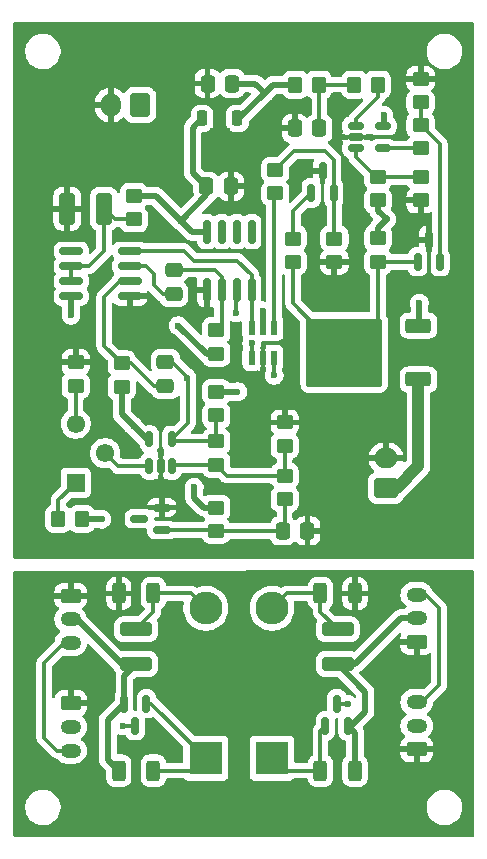
<source format=gbr>
%TF.GenerationSoftware,KiCad,Pcbnew,9.0.0-rc1*%
%TF.CreationDate,2025-10-12T14:16:47+03:00*%
%TF.ProjectId,uvp,7576702e-6b69-4636-9164-5f7063625858,rev?*%
%TF.SameCoordinates,Original*%
%TF.FileFunction,Copper,L1,Top*%
%TF.FilePolarity,Positive*%
%FSLAX46Y46*%
G04 Gerber Fmt 4.6, Leading zero omitted, Abs format (unit mm)*
G04 Created by KiCad (PCBNEW 9.0.0-rc1) date 2025-10-12 14:16:47*
%MOMM*%
%LPD*%
G01*
G04 APERTURE LIST*
G04 Aperture macros list*
%AMRoundRect*
0 Rectangle with rounded corners*
0 $1 Rounding radius*
0 $2 $3 $4 $5 $6 $7 $8 $9 X,Y pos of 4 corners*
0 Add a 4 corners polygon primitive as box body*
4,1,4,$2,$3,$4,$5,$6,$7,$8,$9,$2,$3,0*
0 Add four circle primitives for the rounded corners*
1,1,$1+$1,$2,$3*
1,1,$1+$1,$4,$5*
1,1,$1+$1,$6,$7*
1,1,$1+$1,$8,$9*
0 Add four rect primitives between the rounded corners*
20,1,$1+$1,$2,$3,$4,$5,0*
20,1,$1+$1,$4,$5,$6,$7,0*
20,1,$1+$1,$6,$7,$8,$9,0*
20,1,$1+$1,$8,$9,$2,$3,0*%
%AMFreePoly0*
4,1,9,3.862500,-0.866500,0.737500,-0.866500,0.737500,-0.450000,-0.737500,-0.450000,-0.737500,0.450000,0.737500,0.450000,0.737500,0.866500,3.862500,0.866500,3.862500,-0.866500,3.862500,-0.866500,$1*%
G04 Aperture macros list end*
%TA.AperFunction,ComponentPad*%
%ADD10O,1.750000X1.200000*%
%TD*%
%TA.AperFunction,ComponentPad*%
%ADD11RoundRect,0.250000X0.625000X-0.350000X0.625000X0.350000X-0.625000X0.350000X-0.625000X-0.350000X0*%
%TD*%
%TA.AperFunction,ComponentPad*%
%ADD12RoundRect,0.250000X-0.625000X0.350000X-0.625000X-0.350000X0.625000X-0.350000X0.625000X0.350000X0*%
%TD*%
%TA.AperFunction,ComponentPad*%
%ADD13RoundRect,0.250000X0.750000X-0.600000X0.750000X0.600000X-0.750000X0.600000X-0.750000X-0.600000X0*%
%TD*%
%TA.AperFunction,ComponentPad*%
%ADD14O,2.000000X1.700000*%
%TD*%
%TA.AperFunction,ComponentPad*%
%ADD15RoundRect,0.250000X0.600000X0.750000X-0.600000X0.750000X-0.600000X-0.750000X0.600000X-0.750000X0*%
%TD*%
%TA.AperFunction,ComponentPad*%
%ADD16O,1.700000X2.000000*%
%TD*%
%TA.AperFunction,SMDPad,CuDef*%
%ADD17RoundRect,0.250000X0.337500X0.475000X-0.337500X0.475000X-0.337500X-0.475000X0.337500X-0.475000X0*%
%TD*%
%TA.AperFunction,SMDPad,CuDef*%
%ADD18RoundRect,0.250000X-0.350000X-0.450000X0.350000X-0.450000X0.350000X0.450000X-0.350000X0.450000X0*%
%TD*%
%TA.AperFunction,SMDPad,CuDef*%
%ADD19RoundRect,0.250000X-0.450000X0.350000X-0.450000X-0.350000X0.450000X-0.350000X0.450000X0.350000X0*%
%TD*%
%TA.AperFunction,SMDPad,CuDef*%
%ADD20RoundRect,0.250000X-0.412500X-1.100000X0.412500X-1.100000X0.412500X1.100000X-0.412500X1.100000X0*%
%TD*%
%TA.AperFunction,SMDPad,CuDef*%
%ADD21RoundRect,0.250000X0.450000X-0.350000X0.450000X0.350000X-0.450000X0.350000X-0.450000X-0.350000X0*%
%TD*%
%TA.AperFunction,SMDPad,CuDef*%
%ADD22RoundRect,0.250000X0.475000X-0.337500X0.475000X0.337500X-0.475000X0.337500X-0.475000X-0.337500X0*%
%TD*%
%TA.AperFunction,SMDPad,CuDef*%
%ADD23RoundRect,0.150000X0.150000X-0.512500X0.150000X0.512500X-0.150000X0.512500X-0.150000X-0.512500X0*%
%TD*%
%TA.AperFunction,SMDPad,CuDef*%
%ADD24RoundRect,0.250000X0.850000X0.350000X-0.850000X0.350000X-0.850000X-0.350000X0.850000X-0.350000X0*%
%TD*%
%TA.AperFunction,SMDPad,CuDef*%
%ADD25RoundRect,0.250000X1.275000X1.125000X-1.275000X1.125000X-1.275000X-1.125000X1.275000X-1.125000X0*%
%TD*%
%TA.AperFunction,SMDPad,CuDef*%
%ADD26RoundRect,0.249997X2.950003X2.650003X-2.950003X2.650003X-2.950003X-2.650003X2.950003X-2.650003X0*%
%TD*%
%TA.AperFunction,SMDPad,CuDef*%
%ADD27RoundRect,0.150000X0.150000X-0.825000X0.150000X0.825000X-0.150000X0.825000X-0.150000X-0.825000X0*%
%TD*%
%TA.AperFunction,SMDPad,CuDef*%
%ADD28RoundRect,0.250000X0.350000X0.450000X-0.350000X0.450000X-0.350000X-0.450000X0.350000X-0.450000X0*%
%TD*%
%TA.AperFunction,SMDPad,CuDef*%
%ADD29RoundRect,0.150000X0.825000X0.150000X-0.825000X0.150000X-0.825000X-0.150000X0.825000X-0.150000X0*%
%TD*%
%TA.AperFunction,SMDPad,CuDef*%
%ADD30RoundRect,0.150000X0.150000X-0.587500X0.150000X0.587500X-0.150000X0.587500X-0.150000X-0.587500X0*%
%TD*%
%TA.AperFunction,SMDPad,CuDef*%
%ADD31RoundRect,0.250000X-0.475000X0.337500X-0.475000X-0.337500X0.475000X-0.337500X0.475000X0.337500X0*%
%TD*%
%TA.AperFunction,ComponentPad*%
%ADD32C,1.550000*%
%TD*%
%TA.AperFunction,ComponentPad*%
%ADD33R,1.550000X1.550000*%
%TD*%
%TA.AperFunction,SMDPad,CuDef*%
%ADD34RoundRect,0.150000X-0.512500X-0.150000X0.512500X-0.150000X0.512500X0.150000X-0.512500X0.150000X0*%
%TD*%
%TA.AperFunction,SMDPad,CuDef*%
%ADD35RoundRect,0.250000X-0.312500X-0.625000X0.312500X-0.625000X0.312500X0.625000X-0.312500X0.625000X0*%
%TD*%
%TA.AperFunction,SMDPad,CuDef*%
%ADD36RoundRect,0.072500X0.217500X-0.532500X0.217500X0.532500X-0.217500X0.532500X-0.217500X-0.532500X0*%
%TD*%
%TA.AperFunction,SMDPad,CuDef*%
%ADD37RoundRect,0.225000X-0.225000X0.425000X-0.225000X-0.425000X0.225000X-0.425000X0.225000X0.425000X0*%
%TD*%
%TA.AperFunction,SMDPad,CuDef*%
%ADD38FreePoly0,270.000000*%
%TD*%
%TA.AperFunction,SMDPad,CuDef*%
%ADD39RoundRect,0.250000X-0.337500X-0.475000X0.337500X-0.475000X0.337500X0.475000X-0.337500X0.475000X0*%
%TD*%
%TA.AperFunction,SMDPad,CuDef*%
%ADD40RoundRect,0.150000X0.587500X0.150000X-0.587500X0.150000X-0.587500X-0.150000X0.587500X-0.150000X0*%
%TD*%
%TA.AperFunction,ComponentPad*%
%ADD41O,2.800000X2.800000*%
%TD*%
%TA.AperFunction,ComponentPad*%
%ADD42R,2.800000X2.800000*%
%TD*%
%TA.AperFunction,SMDPad,CuDef*%
%ADD43RoundRect,0.150000X-0.150000X0.587500X-0.150000X-0.587500X0.150000X-0.587500X0.150000X0.587500X0*%
%TD*%
%TA.AperFunction,SMDPad,CuDef*%
%ADD44RoundRect,0.250000X0.312500X0.625000X-0.312500X0.625000X-0.312500X-0.625000X0.312500X-0.625000X0*%
%TD*%
%TA.AperFunction,SMDPad,CuDef*%
%ADD45RoundRect,0.250000X-1.100000X0.325000X-1.100000X-0.325000X1.100000X-0.325000X1.100000X0.325000X0*%
%TD*%
%TA.AperFunction,ViaPad*%
%ADD46C,0.600000*%
%TD*%
%TA.AperFunction,Conductor*%
%ADD47C,0.300000*%
%TD*%
%TA.AperFunction,Conductor*%
%ADD48C,0.500000*%
%TD*%
%TA.AperFunction,Conductor*%
%ADD49C,1.000000*%
%TD*%
G04 APERTURE END LIST*
D10*
%TO.P,IN2,3,Pin_3*%
%TO.N,/TACHOMETER1*%
X64650000Y-79000000D03*
%TO.P,IN2,2,Pin_2*%
%TO.N,INV1 +12V*%
X64650000Y-81000000D03*
D11*
%TO.P,IN2,1,Pin_1*%
%TO.N,INV GND*%
X64650000Y-83000000D03*
%TD*%
D10*
%TO.P,IN4,3,Pin_3*%
%TO.N,/TACHOMETER2*%
X35350000Y-83100000D03*
%TO.P,IN4,2,Pin_2*%
%TO.N,INV2 +12V*%
X35350000Y-81100000D03*
D12*
%TO.P,IN4,1,Pin_1*%
%TO.N,INV GND*%
X35350000Y-79100000D03*
%TD*%
D10*
%TO.P,IN1,3,Pin_3*%
%TO.N,/TACHOMETER1*%
X64650000Y-88100000D03*
%TO.P,IN1,2,Pin_2*%
%TO.N,/FAN POWER1*%
X64650000Y-90100000D03*
D11*
%TO.P,IN1,1,Pin_1*%
%TO.N,INV GND*%
X64650000Y-92100000D03*
%TD*%
D12*
%TO.P,IN3,1,Pin_1*%
%TO.N,INV GND*%
X35350000Y-88200000D03*
D10*
%TO.P,IN3,2,Pin_2*%
%TO.N,/FAN POWER2*%
X35350000Y-90200000D03*
%TO.P,IN3,3,Pin_3*%
%TO.N,/TACHOMETER2*%
X35350000Y-92200000D03*
%TD*%
D13*
%TO.P,J2,1,Pin_1*%
%TO.N,/LOAD*%
X62050000Y-69950000D03*
D14*
%TO.P,J2,2,Pin_2*%
%TO.N,GND*%
X62050000Y-67450000D03*
%TD*%
D15*
%TO.P,J1,1,Pin_1*%
%TO.N,+12V*%
X41250000Y-37550000D03*
D16*
%TO.P,J1,2,Pin_2*%
%TO.N,GND*%
X38750000Y-37550000D03*
%TD*%
D17*
%TO.P,C2,2*%
%TO.N,+5V*%
X46837500Y-44425000D03*
%TO.P,C2,1*%
%TO.N,GND*%
X48912500Y-44425000D03*
%TD*%
D18*
%TO.P,R18,2*%
%TO.N,Net-(U7--)*%
X61375000Y-35825000D03*
%TO.P,R18,1*%
%TO.N,Net-(C7-Pad1)*%
X59375000Y-35825000D03*
%TD*%
D19*
%TO.P,R16,2*%
%TO.N,GND*%
X64975000Y-45625000D03*
%TO.P,R16,1*%
%TO.N,Net-(U7-+)*%
X64975000Y-43625000D03*
%TD*%
D20*
%TO.P,C5,2*%
%TO.N,Net-(U5-DIS)*%
X38175000Y-46325000D03*
%TO.P,C5,1*%
%TO.N,GND*%
X35050000Y-46325000D03*
%TD*%
D21*
%TO.P,R2,2*%
%TO.N,GND*%
X35775000Y-59325000D03*
%TO.P,R2,1*%
%TO.N,Net-(R2-Pad1)*%
X35775000Y-61325000D03*
%TD*%
D22*
%TO.P,C6,2*%
%TO.N,Net-(U6-TR)*%
X44075000Y-51487500D03*
%TO.P,C6,1*%
%TO.N,/TIMEOUT*%
X44075000Y-53562500D03*
%TD*%
D17*
%TO.P,C3,2*%
%TO.N,Net-(U2-K)*%
X53325000Y-73600000D03*
%TO.P,C3,1*%
%TO.N,GND*%
X55400000Y-73600000D03*
%TD*%
D19*
%TO.P,R5,2*%
%TO.N,/VREF*%
X53475000Y-66425000D03*
%TO.P,R5,1*%
%TO.N,GND*%
X53475000Y-64425000D03*
%TD*%
D21*
%TO.P,R13,2*%
%TO.N,Net-(Q1-D)*%
X54177500Y-48850000D03*
%TO.P,R13,1*%
%TO.N,/BOOTSTRAP*%
X54177500Y-50850000D03*
%TD*%
D19*
%TO.P,R9,2*%
%TO.N,Net-(U5-DIS)*%
X40712500Y-47225000D03*
%TO.P,R9,1*%
%TO.N,+5V*%
X40712500Y-45225000D03*
%TD*%
D21*
%TO.P,R4,2*%
%TO.N,/VREF*%
X53475000Y-68925000D03*
%TO.P,R4,1*%
%TO.N,Net-(U2-K)*%
X53475000Y-70925000D03*
%TD*%
D23*
%TO.P,U3,5,V+*%
%TO.N,+5V*%
X42025000Y-65850000D03*
%TO.P,U3,4*%
%TO.N,/TRIGGER*%
X43925000Y-65850000D03*
%TO.P,U3,3,+*%
%TO.N,/VREF*%
X43925000Y-68125000D03*
%TO.P,U3,2,V-*%
%TO.N,GND*%
X42975000Y-68125000D03*
%TO.P,U3,1,-*%
%TO.N,/VBAT*%
X42025000Y-68125000D03*
%TD*%
D24*
%TO.P,Q2,3,S*%
%TO.N,+12V*%
X64800000Y-56220000D03*
D25*
%TO.P,Q2,2,G*%
%TO.N,/BOOTSTRAP*%
X56825000Y-56975000D03*
X56825000Y-60025000D03*
D26*
X58500000Y-58500000D03*
D25*
X60175000Y-56975000D03*
X60175000Y-60025000D03*
D24*
%TO.P,Q2,1,D*%
%TO.N,/LOAD*%
X64800000Y-60780000D03*
%TD*%
D21*
%TO.P,R15,2*%
%TO.N,Net-(U7-+)*%
X61375000Y-43625000D03*
%TO.P,R15,1*%
%TO.N,+12V*%
X61375000Y-45625000D03*
%TD*%
D19*
%TO.P,R12,2*%
%TO.N,GND*%
X57677500Y-50850000D03*
%TO.P,R12,1*%
%TO.N,Net-(Q1-G)*%
X57677500Y-48850000D03*
%TD*%
D21*
%TO.P,R8,2*%
%TO.N,Net-(U5-TR)*%
X39675000Y-59425000D03*
%TO.P,R8,1*%
%TO.N,+5V*%
X39675000Y-61425000D03*
%TD*%
%TO.P,R14,2*%
%TO.N,+12V*%
X61377500Y-48825000D03*
%TO.P,R14,1*%
%TO.N,/BOOTSTRAP*%
X61377500Y-50825000D03*
%TD*%
D17*
%TO.P,C7,2*%
%TO.N,GND*%
X54337500Y-39525000D03*
%TO.P,C7,1*%
%TO.N,Net-(C7-Pad1)*%
X56412500Y-39525000D03*
%TD*%
D21*
%TO.P,R6,2*%
%TO.N,/TRIGGER*%
X47675000Y-66025000D03*
%TO.P,R6,1*%
%TO.N,/VREF*%
X47675000Y-68025000D03*
%TD*%
D27*
%TO.P,U6,8,VCC*%
%TO.N,+5V*%
X46865000Y-48275000D03*
%TO.P,U6,7,DIS*%
%TO.N,unconnected-(U6-DIS-Pad7)*%
X48135000Y-48275000D03*
%TO.P,U6,6,THR*%
%TO.N,unconnected-(U6-THR-Pad6)*%
X49405000Y-48275000D03*
%TO.P,U6,5,CV*%
%TO.N,unconnected-(U6-CV-Pad5)*%
X50675000Y-48275000D03*
%TO.P,U6,4,R*%
%TO.N,/RESET*%
X50675000Y-53225000D03*
%TO.P,U6,3,Q*%
%TO.N,/SHUTDOWN-H*%
X49405000Y-53225000D03*
%TO.P,U6,2,TR*%
%TO.N,Net-(U6-TR)*%
X48135000Y-53225000D03*
%TO.P,U6,1,GND*%
%TO.N,GND*%
X46865000Y-53225000D03*
%TD*%
D28*
%TO.P,R1,2*%
%TO.N,Net-(R1-Pad2)*%
X34300000Y-72600000D03*
%TO.P,R1,1*%
%TO.N,+12V*%
X36300000Y-72600000D03*
%TD*%
D21*
%TO.P,R20,2*%
%TO.N,GND*%
X64975000Y-35325000D03*
%TO.P,R20,1*%
%TO.N,Net-(Q3-G)*%
X64975000Y-37325000D03*
%TD*%
D19*
%TO.P,R3,2*%
%TO.N,Net-(U2-K)*%
X47675000Y-73625000D03*
%TO.P,R3,1*%
%TO.N,+5V*%
X47675000Y-71625000D03*
%TD*%
D21*
%TO.P,R7,2*%
%TO.N,+5V*%
X47675000Y-61825000D03*
%TO.P,R7,1*%
%TO.N,/TRIGGER*%
X47675000Y-63825000D03*
%TD*%
D29*
%TO.P,U5,8,VCC*%
%TO.N,+5V*%
X35400000Y-53730000D03*
%TO.P,U5,7,DIS*%
%TO.N,Net-(U5-DIS)*%
X35400000Y-52460000D03*
%TO.P,U5,6,THR*%
X35400000Y-51190000D03*
%TO.P,U5,5,CV*%
%TO.N,unconnected-(U5-CV-Pad5)*%
X35400000Y-49920000D03*
%TO.P,U5,4,R*%
%TO.N,/RESET*%
X40350000Y-49920000D03*
%TO.P,U5,3,Q*%
%TO.N,/TIMEOUT*%
X40350000Y-51190000D03*
%TO.P,U5,2,TR*%
%TO.N,Net-(U5-TR)*%
X40350000Y-52460000D03*
%TO.P,U5,1,GND*%
%TO.N,GND*%
X40350000Y-53730000D03*
%TD*%
D21*
%TO.P,R19,2*%
%TO.N,Net-(Q3-G)*%
X64975000Y-39225000D03*
%TO.P,R19,1*%
%TO.N,Net-(R19-Pad1)*%
X64975000Y-41225000D03*
%TD*%
D30*
%TO.P,Q1,3,S*%
%TO.N,GND*%
X56675000Y-43125000D03*
%TO.P,Q1,2,G*%
%TO.N,Net-(Q1-G)*%
X57625000Y-45000000D03*
%TO.P,Q1,1,D*%
%TO.N,Net-(Q1-D)*%
X55725000Y-45000000D03*
%TD*%
D18*
%TO.P,R17,2*%
%TO.N,Net-(C7-Pad1)*%
X56375000Y-35825000D03*
%TO.P,R17,1*%
%TO.N,+12V*%
X54375000Y-35825000D03*
%TD*%
D31*
%TO.P,C4,2*%
%TO.N,Net-(U5-TR)*%
X43375000Y-61362500D03*
%TO.P,C4,1*%
%TO.N,/TRIGGER*%
X43375000Y-59287500D03*
%TD*%
D32*
%TO.P,RV1,3,3*%
%TO.N,Net-(R2-Pad1)*%
X35775000Y-64525000D03*
%TO.P,RV1,2,2*%
%TO.N,/VBAT*%
X38275000Y-67025000D03*
D33*
%TO.P,RV1,1,1*%
%TO.N,Net-(R1-Pad2)*%
X35775000Y-69525000D03*
%TD*%
D34*
%TO.P,U7,5,V+*%
%TO.N,+12V*%
X61775000Y-39325000D03*
%TO.P,U7,4*%
%TO.N,Net-(R19-Pad1)*%
X61775000Y-41225000D03*
%TO.P,U7,3,+*%
%TO.N,Net-(U7-+)*%
X59500000Y-41225000D03*
%TO.P,U7,2,V-*%
%TO.N,GND*%
X59500000Y-40275000D03*
%TO.P,U7,1,-*%
%TO.N,Net-(U7--)*%
X59500000Y-39325000D03*
%TD*%
D35*
%TO.P,R22,2*%
%TO.N,INV1 +12V*%
X59425000Y-93900000D03*
%TO.P,R22,1*%
%TO.N,Net-(D1-K)*%
X56500000Y-93900000D03*
%TD*%
D36*
%TO.P,U4,6,1Y*%
%TO.N,/RESET*%
X50675000Y-56425000D03*
%TO.P,U4,5,VCC*%
%TO.N,+5V*%
X51625000Y-56425000D03*
%TO.P,U4,4,2Y*%
%TO.N,/SHUTDOWN-L*%
X52575000Y-56425000D03*
%TO.P,U4,3,2A*%
%TO.N,/SHUTDOWN-H*%
X52575000Y-58935000D03*
%TO.P,U4,2,GND*%
%TO.N,GND*%
X51625000Y-58935000D03*
%TO.P,U4,1,1A*%
%TO.N,/TRIGGER*%
X50675000Y-58935000D03*
%TD*%
D21*
%TO.P,R10,2*%
%TO.N,Net-(U6-TR)*%
X47675000Y-56625000D03*
%TO.P,R10,1*%
%TO.N,+5V*%
X47675000Y-58625000D03*
%TD*%
D37*
%TO.P,U1,3,OUT*%
%TO.N,+5V*%
X46475000Y-38675000D03*
D38*
%TO.P,U1,2,GND*%
%TO.N,GND*%
X47975000Y-38762500D03*
D37*
%TO.P,U1,1,IN*%
%TO.N,+12V*%
X49475000Y-38675000D03*
%TD*%
D39*
%TO.P,C1,2*%
%TO.N,+12V*%
X49012500Y-35725000D03*
%TO.P,C1,1*%
%TO.N,GND*%
X46937500Y-35725000D03*
%TD*%
D19*
%TO.P,R11,2*%
%TO.N,/SHUTDOWN-L*%
X52675000Y-45025000D03*
%TO.P,R11,1*%
%TO.N,Net-(Q1-G)*%
X52675000Y-43025000D03*
%TD*%
D30*
%TO.P,Q3,3,S*%
%TO.N,GND*%
X65677500Y-48950000D03*
%TO.P,Q3,2,G*%
%TO.N,Net-(Q3-G)*%
X66627500Y-50825000D03*
%TO.P,Q3,1,D*%
%TO.N,/BOOTSTRAP*%
X64727500Y-50825000D03*
%TD*%
D40*
%TO.P,U2,3,NC*%
%TO.N,unconnected-(U2-NC-Pad3)*%
X41175000Y-72575000D03*
%TO.P,U2,2,A*%
%TO.N,GND*%
X43050000Y-71625000D03*
%TO.P,U2,1,K*%
%TO.N,Net-(U2-K)*%
X43050000Y-73525000D03*
%TD*%
D41*
%TO.P,D2,2,A*%
%TO.N,Net-(D2-A)*%
X46800000Y-80150000D03*
D42*
%TO.P,D2,1,K*%
%TO.N,Net-(D2-K)*%
X46800000Y-92850000D03*
%TD*%
D30*
%TO.P,Q4,3,D*%
%TO.N,/FAN POWER1*%
X57875000Y-88225000D03*
%TO.P,Q4,2,S*%
%TO.N,INV1 +12V*%
X58825000Y-90100000D03*
%TO.P,Q4,1,G*%
%TO.N,Net-(D1-K)*%
X56925000Y-90100000D03*
%TD*%
D43*
%TO.P,Q5,3,D*%
%TO.N,/FAN POWER2*%
X40812500Y-90100000D03*
%TO.P,Q5,2,S*%
%TO.N,INV2 +12V*%
X39862500Y-88225000D03*
%TO.P,Q5,1,G*%
%TO.N,Net-(D2-K)*%
X41762500Y-88225000D03*
%TD*%
D44*
%TO.P,R21,2*%
%TO.N,Net-(D1-A)*%
X56500000Y-78900000D03*
%TO.P,R21,1*%
%TO.N,INV GND*%
X59425000Y-78900000D03*
%TD*%
D41*
%TO.P,D1,2,A*%
%TO.N,Net-(D1-A)*%
X52400000Y-80150000D03*
D42*
%TO.P,D1,1,K*%
%TO.N,Net-(D1-K)*%
X52400000Y-92850000D03*
%TD*%
D45*
%TO.P,C8,2*%
%TO.N,INV1 +12V*%
X57962500Y-84875000D03*
%TO.P,C8,1*%
%TO.N,Net-(D1-A)*%
X57962500Y-81925000D03*
%TD*%
%TO.P,C9,2*%
%TO.N,INV2 +12V*%
X40900000Y-84875000D03*
%TO.P,C9,1*%
%TO.N,Net-(D2-A)*%
X40900000Y-81925000D03*
%TD*%
D35*
%TO.P,R23,2*%
%TO.N,Net-(D2-A)*%
X42362500Y-78900000D03*
%TO.P,R23,1*%
%TO.N,INV GND*%
X39437500Y-78900000D03*
%TD*%
D44*
%TO.P,R24,2*%
%TO.N,INV2 +12V*%
X39437500Y-93900000D03*
%TO.P,R24,1*%
%TO.N,Net-(D2-K)*%
X42362500Y-93900000D03*
%TD*%
D46*
%TO.N,/FAN POWER1*%
X58800000Y-88300000D03*
%TO.N,/FAN POWER2*%
X39800000Y-90100000D03*
%TO.N,/TRIGGER*%
X45175000Y-60625000D03*
X50675000Y-57725000D03*
%TO.N,+12V*%
X51775000Y-36525000D03*
X62100000Y-47225000D03*
X64875000Y-54325000D03*
X61875000Y-38425000D03*
%TO.N,+5V*%
X35377500Y-55350000D03*
X51625000Y-54975000D03*
X49475000Y-61825000D03*
X45800000Y-69900000D03*
X40675000Y-64725000D03*
X44475000Y-56225000D03*
X44677500Y-47350000D03*
%TO.N,/SHUTDOWN-H*%
X49375000Y-55125000D03*
X52575000Y-60425000D03*
%TO.N,+12V*%
X38000000Y-72600000D03*
%TD*%
D47*
%TO.N,/TACHOMETER2*%
X35350000Y-92200000D02*
X34200000Y-92200000D01*
X34800000Y-83100000D02*
X35350000Y-83100000D01*
X34200000Y-92200000D02*
X33100000Y-91100000D01*
X33100000Y-91100000D02*
X33100000Y-84800000D01*
X33100000Y-84800000D02*
X34800000Y-83100000D01*
%TO.N,/TACHOMETER1*%
X64650000Y-88100000D02*
X65100000Y-88100000D01*
X65100000Y-88100000D02*
X66550000Y-86650000D01*
X66550000Y-80150000D02*
X65400000Y-79000000D01*
X66550000Y-86650000D02*
X66550000Y-80150000D01*
X65400000Y-79000000D02*
X64650000Y-79000000D01*
D48*
%TO.N,INV1 +12V*%
X57787500Y-84875000D02*
X59425000Y-84875000D01*
X59425000Y-84875000D02*
X63300000Y-81000000D01*
X63300000Y-81000000D02*
X64650000Y-81000000D01*
D49*
%TO.N,/LOAD*%
X64800000Y-60780000D02*
X64800000Y-68100000D01*
X64800000Y-68100000D02*
X62950000Y-69950000D01*
X62950000Y-69950000D02*
X62050000Y-69950000D01*
D47*
%TO.N,/FAN POWER2*%
X39800000Y-90100000D02*
X40812500Y-90100000D01*
D48*
%TO.N,INV1 +12V*%
X57962500Y-84875000D02*
X60300000Y-87212500D01*
X60300000Y-88900000D02*
X59100000Y-90100000D01*
X60300000Y-87212500D02*
X60300000Y-88900000D01*
X59100000Y-90100000D02*
X58825000Y-90100000D01*
D47*
%TO.N,/FAN POWER1*%
X58800000Y-88300000D02*
X57950000Y-88300000D01*
X57950000Y-88300000D02*
X57875000Y-88225000D01*
%TO.N,/TACHOMETER1*%
X64650000Y-79000000D02*
X64300000Y-79000000D01*
D48*
%TO.N,INV2 +12V*%
X40900000Y-84875000D02*
X39675000Y-84875000D01*
X39675000Y-84875000D02*
X35900000Y-81100000D01*
X35900000Y-81100000D02*
X35350000Y-81100000D01*
%TO.N,+12V*%
X36300000Y-72600000D02*
X38000000Y-72600000D01*
D47*
%TO.N,Net-(R1-Pad2)*%
X34300000Y-72600000D02*
X34300000Y-71000000D01*
X34300000Y-71000000D02*
X35775000Y-69525000D01*
%TO.N,Net-(D1-A)*%
X52400000Y-80150000D02*
X53650000Y-78900000D01*
X53650000Y-78900000D02*
X56500000Y-78900000D01*
D48*
%TO.N,+12V*%
X62100000Y-47225000D02*
X61377500Y-47947500D01*
X61377500Y-47947500D02*
X61377500Y-48825000D01*
X61375000Y-45625000D02*
X61375000Y-46500000D01*
X61375000Y-46500000D02*
X62100000Y-47225000D01*
%TO.N,+5V*%
X45800000Y-70800000D02*
X46625000Y-71625000D01*
X45800000Y-69900000D02*
X45800000Y-70800000D01*
X46625000Y-71625000D02*
X47675000Y-71625000D01*
D47*
%TO.N,Net-(D1-K)*%
X56500000Y-93900000D02*
X53450000Y-93900000D01*
X53450000Y-93900000D02*
X52400000Y-92850000D01*
%TO.N,Net-(U2-K)*%
X53137500Y-73625000D02*
X53475000Y-73287500D01*
X47675000Y-73625000D02*
X53137500Y-73625000D01*
X47575000Y-73525000D02*
X47675000Y-73625000D01*
X43050000Y-73525000D02*
X47575000Y-73525000D01*
%TO.N,/TRIGGER*%
X43375000Y-59287500D02*
X43937500Y-59287500D01*
X45275000Y-60625000D02*
X45275000Y-64500000D01*
%TO.N,Net-(U5-TR)*%
X39675000Y-59425000D02*
X38175000Y-57925000D01*
%TO.N,/TRIGGER*%
X47675000Y-66025000D02*
X44100000Y-66025000D01*
X44100000Y-66025000D02*
X43925000Y-65850000D01*
X50675000Y-58935000D02*
X50675000Y-57725000D01*
X45275000Y-64500000D02*
X43925000Y-65850000D01*
X43937500Y-59287500D02*
X45275000Y-60625000D01*
X47675000Y-66025000D02*
X47675000Y-63825000D01*
%TO.N,Net-(U5-TR)*%
X42412500Y-61362500D02*
X43375000Y-61362500D01*
X39540000Y-52460000D02*
X40350000Y-52460000D01*
X39675000Y-59425000D02*
X40475000Y-59425000D01*
X38175000Y-53825000D02*
X39540000Y-52460000D01*
X38175000Y-57925000D02*
X38175000Y-53825000D01*
X40475000Y-59425000D02*
X42412500Y-61362500D01*
%TO.N,Net-(U2-K)*%
X53475000Y-70925000D02*
X53475000Y-73287500D01*
D48*
%TO.N,+12V*%
X52475000Y-35825000D02*
X54375000Y-35825000D01*
X64875000Y-56195000D02*
X64900000Y-56220000D01*
X61875000Y-38425000D02*
X61875000Y-39225000D01*
X49012500Y-35725000D02*
X50975000Y-35725000D01*
D47*
%TO.N,Net-(Q1-D)*%
X54177500Y-46547500D02*
X55725000Y-45000000D01*
D48*
%TO.N,+12V*%
X51775000Y-36525000D02*
X52475000Y-35825000D01*
X49475000Y-38675000D02*
X49625000Y-38675000D01*
D47*
%TO.N,Net-(C7-Pad1)*%
X56412500Y-35862500D02*
X56412500Y-39525000D01*
%TO.N,/BOOTSTRAP*%
X54177500Y-54327500D02*
X56825000Y-56975000D01*
D48*
%TO.N,+12V*%
X50975000Y-35725000D02*
X51775000Y-36525000D01*
X49625000Y-38675000D02*
X51775000Y-36525000D01*
X61875000Y-39225000D02*
X61775000Y-39325000D01*
D47*
%TO.N,/BOOTSTRAP*%
X61377500Y-50825000D02*
X61377500Y-55772500D01*
%TO.N,Net-(U6-TR)*%
X48135000Y-56265000D02*
X47775000Y-56625000D01*
%TO.N,Net-(Q1-D)*%
X54177500Y-48850000D02*
X54177500Y-46547500D01*
%TO.N,/BOOTSTRAP*%
X61377500Y-55772500D02*
X60175000Y-56975000D01*
%TO.N,Net-(U5-DIS)*%
X39075000Y-47225000D02*
X38175000Y-46325000D01*
%TO.N,/BOOTSTRAP*%
X61377500Y-50825000D02*
X64727500Y-50825000D01*
X54177500Y-50850000D02*
X54177500Y-54327500D01*
%TO.N,Net-(U6-TR)*%
X47537500Y-51487500D02*
X48135000Y-52085000D01*
%TO.N,Net-(U5-DIS)*%
X35400000Y-51190000D02*
X36910000Y-51190000D01*
%TO.N,Net-(C7-Pad1)*%
X56375000Y-35825000D02*
X59375000Y-35825000D01*
X56375000Y-35825000D02*
X56412500Y-35862500D01*
%TO.N,Net-(U6-TR)*%
X48135000Y-53225000D02*
X48135000Y-56265000D01*
%TO.N,Net-(U5-DIS)*%
X40712500Y-47225000D02*
X39075000Y-47225000D01*
%TO.N,Net-(U6-TR)*%
X48135000Y-52085000D02*
X48135000Y-53225000D01*
X44075000Y-51487500D02*
X47537500Y-51487500D01*
%TO.N,Net-(U5-DIS)*%
X35400000Y-52460000D02*
X35400000Y-51190000D01*
X38175000Y-49925000D02*
X38175000Y-46325000D01*
X36910000Y-51190000D02*
X38175000Y-49925000D01*
D48*
%TO.N,+12V*%
X64875000Y-54325000D02*
X64875000Y-56195000D01*
%TO.N,+5V*%
X42025000Y-65850000D02*
X41800000Y-65850000D01*
X41800000Y-65850000D02*
X40675000Y-64725000D01*
X45675000Y-43262500D02*
X45675000Y-39475000D01*
X42025000Y-65397500D02*
X42025000Y-65850000D01*
X46837500Y-44425000D02*
X46837500Y-45190000D01*
X35377500Y-53752500D02*
X35400000Y-53730000D01*
X49475000Y-61825000D02*
X47675000Y-61825000D01*
X46837500Y-45190000D02*
X44677500Y-47350000D01*
X46865000Y-48275000D02*
X45602500Y-48275000D01*
X35377500Y-55350000D02*
X35377500Y-53752500D01*
X51625000Y-54975000D02*
X51625000Y-56425000D01*
X46837500Y-44425000D02*
X45675000Y-43262500D01*
X45675000Y-39475000D02*
X46475000Y-38675000D01*
X39675000Y-63725000D02*
X40675000Y-64725000D01*
X47775000Y-58625000D02*
X46875000Y-58625000D01*
X42552500Y-45225000D02*
X40712500Y-45225000D01*
X44677500Y-47350000D02*
X42552500Y-45225000D01*
X46875000Y-58625000D02*
X44475000Y-56225000D01*
D47*
%TO.N,Net-(Q1-G)*%
X52675000Y-43025000D02*
X54275000Y-41425000D01*
D48*
%TO.N,+5V*%
X39675000Y-61425000D02*
X39675000Y-63725000D01*
D47*
%TO.N,Net-(Q1-G)*%
X57677500Y-45052500D02*
X57625000Y-45000000D01*
X54275000Y-41425000D02*
X56875000Y-41425000D01*
X57625000Y-42175000D02*
X57625000Y-45000000D01*
X57677500Y-48850000D02*
X57677500Y-45052500D01*
X56875000Y-41425000D02*
X57625000Y-42175000D01*
%TO.N,Net-(Q3-G)*%
X64975000Y-39225000D02*
X66627500Y-40877500D01*
X64975000Y-37325000D02*
X64975000Y-39225000D01*
X66627500Y-40877500D02*
X66627500Y-50825000D01*
%TO.N,Net-(U7-+)*%
X61375000Y-43625000D02*
X64975000Y-43625000D01*
D48*
%TO.N,+5V*%
X45602500Y-48275000D02*
X44677500Y-47350000D01*
D47*
%TO.N,Net-(U7-+)*%
X61175000Y-43625000D02*
X59500000Y-41950000D01*
X59500000Y-41950000D02*
X59500000Y-41225000D01*
X61375000Y-43625000D02*
X61175000Y-43625000D01*
%TO.N,Net-(U7--)*%
X59500000Y-39325000D02*
X59500000Y-38700000D01*
X61375000Y-36825000D02*
X61375000Y-35825000D01*
X59500000Y-38700000D02*
X61375000Y-36825000D01*
%TO.N,/RESET*%
X50675000Y-51925000D02*
X50675000Y-53225000D01*
X45775000Y-50725000D02*
X49475000Y-50725000D01*
%TO.N,/VBAT*%
X39375000Y-68125000D02*
X38275000Y-67025000D01*
%TO.N,/SHUTDOWN-H*%
X49375000Y-53255000D02*
X49375000Y-55125000D01*
X52575000Y-58935000D02*
X52575000Y-60425000D01*
%TO.N,/SHUTDOWN-L*%
X52575000Y-56425000D02*
X52575000Y-45125000D01*
%TO.N,/VBAT*%
X42025000Y-68125000D02*
X39375000Y-68125000D01*
%TO.N,/SHUTDOWN-L*%
X52575000Y-45125000D02*
X52675000Y-45025000D01*
%TO.N,/TIMEOUT*%
X43190000Y-53562500D02*
X44075000Y-53562500D01*
X42377500Y-52750000D02*
X43190000Y-53562500D01*
X40350000Y-51190000D02*
X41717500Y-51190000D01*
X42377500Y-51850000D02*
X42377500Y-52750000D01*
X41717500Y-51190000D02*
X42377500Y-51850000D01*
%TO.N,Net-(R2-Pad1)*%
X35775000Y-61325000D02*
X35775000Y-64525000D01*
%TO.N,/VREF*%
X43875000Y-68175000D02*
X43925000Y-68125000D01*
%TO.N,/RESET*%
X40350000Y-49920000D02*
X44970000Y-49920000D01*
X50675000Y-53225000D02*
X50675000Y-56425000D01*
%TO.N,/VREF*%
X47675000Y-68025000D02*
X48575000Y-68925000D01*
X48575000Y-68925000D02*
X53475000Y-68925000D01*
X44025000Y-68025000D02*
X43925000Y-68125000D01*
X47675000Y-68025000D02*
X44025000Y-68025000D01*
X53475000Y-68925000D02*
X53475000Y-66425000D01*
%TO.N,Net-(R19-Pad1)*%
X61775000Y-41225000D02*
X64975000Y-41225000D01*
%TO.N,/RESET*%
X44970000Y-49920000D02*
X45775000Y-50725000D01*
X49475000Y-50725000D02*
X50675000Y-51925000D01*
D48*
%TO.N,INV2 +12V*%
X38500000Y-89587500D02*
X39862500Y-88225000D01*
X39900000Y-85875000D02*
X40900000Y-84875000D01*
X38500000Y-92962500D02*
X38500000Y-89587500D01*
X39437500Y-93900000D02*
X38500000Y-92962500D01*
X39900000Y-88187500D02*
X39900000Y-85875000D01*
X39862500Y-88225000D02*
X39900000Y-88187500D01*
D47*
%TO.N,Net-(D2-A)*%
X45550000Y-78900000D02*
X46800000Y-80150000D01*
X42362500Y-78900000D02*
X45550000Y-78900000D01*
X42362500Y-80462500D02*
X40900000Y-81925000D01*
%TO.N,Net-(D2-K)*%
X42362500Y-93900000D02*
X45750000Y-93900000D01*
%TO.N,Net-(D2-A)*%
X42362500Y-78900000D02*
X42362500Y-80462500D01*
%TO.N,Net-(D2-K)*%
X41762500Y-88225000D02*
X42175000Y-88225000D01*
X45750000Y-93900000D02*
X46800000Y-92850000D01*
X42175000Y-88225000D02*
X46800000Y-92850000D01*
D48*
%TO.N,INV1 +12V*%
X59425000Y-90700000D02*
X58825000Y-90100000D01*
X59425000Y-93900000D02*
X59425000Y-90700000D01*
D47*
%TO.N,Net-(D1-A)*%
X56500000Y-80462500D02*
X56500000Y-78900000D01*
X57962500Y-81925000D02*
X56500000Y-80462500D01*
%TO.N,Net-(D1-K)*%
X56500000Y-90525000D02*
X56925000Y-90100000D01*
X56500000Y-93900000D02*
X56500000Y-90525000D01*
%TD*%
%TA.AperFunction,Conductor*%
%TO.N,GND*%
G36*
X69442539Y-30520185D02*
G01*
X69488294Y-30572989D01*
X69499500Y-30624500D01*
X69499500Y-75876000D01*
X69479815Y-75943039D01*
X69427011Y-75988794D01*
X69375500Y-76000000D01*
X30624500Y-76000000D01*
X30557461Y-75980315D01*
X30511706Y-75927511D01*
X30500500Y-75876000D01*
X30500500Y-72099983D01*
X33199500Y-72099983D01*
X33199500Y-73100001D01*
X33199501Y-73100019D01*
X33210000Y-73202796D01*
X33210001Y-73202799D01*
X33265185Y-73369331D01*
X33265187Y-73369336D01*
X33268989Y-73375500D01*
X33357288Y-73518656D01*
X33481344Y-73642712D01*
X33630666Y-73734814D01*
X33797203Y-73789999D01*
X33899991Y-73800500D01*
X34700008Y-73800499D01*
X34700016Y-73800498D01*
X34700019Y-73800498D01*
X34756302Y-73794748D01*
X34802797Y-73789999D01*
X34969334Y-73734814D01*
X35118656Y-73642712D01*
X35212319Y-73549049D01*
X35273642Y-73515564D01*
X35343334Y-73520548D01*
X35387681Y-73549049D01*
X35481344Y-73642712D01*
X35630666Y-73734814D01*
X35797203Y-73789999D01*
X35899991Y-73800500D01*
X36700008Y-73800499D01*
X36700016Y-73800498D01*
X36700019Y-73800498D01*
X36756302Y-73794748D01*
X36802797Y-73789999D01*
X36969334Y-73734814D01*
X37118656Y-73642712D01*
X37242712Y-73518656D01*
X37310099Y-73409402D01*
X37362047Y-73362679D01*
X37415638Y-73350500D01*
X37695396Y-73350500D01*
X37742844Y-73359937D01*
X37766503Y-73369737D01*
X37766508Y-73369738D01*
X37766511Y-73369739D01*
X37921153Y-73400499D01*
X37921156Y-73400500D01*
X37921158Y-73400500D01*
X38078844Y-73400500D01*
X38078845Y-73400499D01*
X38233497Y-73369737D01*
X38379179Y-73309394D01*
X38510289Y-73221789D01*
X38621789Y-73110289D01*
X38709394Y-72979179D01*
X38769737Y-72833497D01*
X38800500Y-72678842D01*
X38800500Y-72521158D01*
X38800500Y-72521155D01*
X38800499Y-72521153D01*
X38784484Y-72440641D01*
X38769737Y-72366503D01*
X38766753Y-72359298D01*
X38709397Y-72220827D01*
X38709390Y-72220814D01*
X38621789Y-72089711D01*
X38621786Y-72089707D01*
X38510292Y-71978213D01*
X38510288Y-71978210D01*
X38379185Y-71890609D01*
X38379172Y-71890602D01*
X38233501Y-71830264D01*
X38233489Y-71830261D01*
X38078845Y-71799500D01*
X38078842Y-71799500D01*
X37921158Y-71799500D01*
X37921155Y-71799500D01*
X37766511Y-71830260D01*
X37766506Y-71830262D01*
X37766504Y-71830262D01*
X37766503Y-71830263D01*
X37742844Y-71840062D01*
X37695396Y-71849500D01*
X37415638Y-71849500D01*
X37348599Y-71829815D01*
X37310099Y-71790597D01*
X37242712Y-71681344D01*
X37118656Y-71557288D01*
X36969334Y-71465186D01*
X36802797Y-71410001D01*
X36802795Y-71410000D01*
X36700010Y-71399500D01*
X35899998Y-71399500D01*
X35899980Y-71399501D01*
X35797203Y-71410000D01*
X35797200Y-71410001D01*
X35630668Y-71465185D01*
X35630663Y-71465187D01*
X35481342Y-71557289D01*
X35387681Y-71650951D01*
X35326358Y-71684436D01*
X35256666Y-71679452D01*
X35212319Y-71650951D01*
X35118657Y-71557289D01*
X35118656Y-71557288D01*
X35009402Y-71489900D01*
X35002578Y-71482313D01*
X34993297Y-71478075D01*
X34979608Y-71456775D01*
X34962679Y-71437953D01*
X34960034Y-71426317D01*
X34955523Y-71419297D01*
X34950500Y-71384362D01*
X34950500Y-71374998D01*
X41815204Y-71374998D01*
X41815205Y-71375000D01*
X42800000Y-71375000D01*
X43300000Y-71375000D01*
X44284795Y-71375000D01*
X44284795Y-71374998D01*
X44284600Y-71372513D01*
X44238781Y-71214801D01*
X44155185Y-71073447D01*
X44155178Y-71073438D01*
X44039061Y-70957321D01*
X44039052Y-70957314D01*
X43897696Y-70873717D01*
X43897693Y-70873716D01*
X43739995Y-70827900D01*
X43739989Y-70827899D01*
X43703149Y-70825000D01*
X43300000Y-70825000D01*
X43300000Y-71375000D01*
X42800000Y-71375000D01*
X42800000Y-70825000D01*
X42396850Y-70825000D01*
X42360010Y-70827899D01*
X42360004Y-70827900D01*
X42202306Y-70873716D01*
X42202303Y-70873717D01*
X42060947Y-70957314D01*
X42060938Y-70957321D01*
X41944821Y-71073438D01*
X41944814Y-71073447D01*
X41861218Y-71214801D01*
X41815399Y-71372513D01*
X41815204Y-71374998D01*
X34950500Y-71374998D01*
X34950500Y-71320807D01*
X34970185Y-71253768D01*
X34986815Y-71233130D01*
X35383127Y-70836817D01*
X35444450Y-70803333D01*
X35470808Y-70800499D01*
X36597871Y-70800499D01*
X36597872Y-70800499D01*
X36657483Y-70794091D01*
X36792331Y-70743796D01*
X36907546Y-70657546D01*
X36993796Y-70542331D01*
X37044091Y-70407483D01*
X37050500Y-70347873D01*
X37050499Y-68702128D01*
X37044091Y-68642517D01*
X37039524Y-68630273D01*
X36993797Y-68507671D01*
X36993793Y-68507664D01*
X36907547Y-68392455D01*
X36907544Y-68392452D01*
X36792335Y-68306206D01*
X36792328Y-68306202D01*
X36657482Y-68255908D01*
X36657483Y-68255908D01*
X36597883Y-68249501D01*
X36597881Y-68249500D01*
X36597873Y-68249500D01*
X36597864Y-68249500D01*
X34952129Y-68249500D01*
X34952123Y-68249501D01*
X34892516Y-68255908D01*
X34757671Y-68306202D01*
X34757664Y-68306206D01*
X34642455Y-68392452D01*
X34642452Y-68392455D01*
X34556206Y-68507664D01*
X34556202Y-68507671D01*
X34505908Y-68642517D01*
X34500246Y-68695185D01*
X34499501Y-68702123D01*
X34499500Y-68702135D01*
X34499500Y-69829191D01*
X34479815Y-69896230D01*
X34463181Y-69916872D01*
X33794724Y-70585329D01*
X33773029Y-70617799D01*
X33749789Y-70652582D01*
X33738327Y-70669736D01*
X33738326Y-70669736D01*
X33723536Y-70691870D01*
X33723534Y-70691874D01*
X33674499Y-70810255D01*
X33674497Y-70810261D01*
X33649500Y-70935928D01*
X33649500Y-71384362D01*
X33629815Y-71451401D01*
X33590598Y-71489899D01*
X33533881Y-71524883D01*
X33481342Y-71557289D01*
X33357289Y-71681342D01*
X33265187Y-71830663D01*
X33265186Y-71830666D01*
X33210001Y-71997203D01*
X33210001Y-71997204D01*
X33210000Y-71997204D01*
X33199500Y-72099983D01*
X30500500Y-72099983D01*
X30500500Y-64424616D01*
X34499500Y-64424616D01*
X34499500Y-64625384D01*
X34509719Y-64689902D01*
X34530907Y-64823680D01*
X34592949Y-65014626D01*
X34668458Y-65162819D01*
X34684095Y-65193508D01*
X34802103Y-65355932D01*
X34944068Y-65497897D01*
X35106492Y-65615905D01*
X35191007Y-65658967D01*
X35285373Y-65707050D01*
X35285375Y-65707050D01*
X35285378Y-65707052D01*
X35476320Y-65769093D01*
X35674616Y-65800500D01*
X35674617Y-65800500D01*
X35875383Y-65800500D01*
X35875384Y-65800500D01*
X36073680Y-65769093D01*
X36264622Y-65707052D01*
X36443508Y-65615905D01*
X36605932Y-65497897D01*
X36747897Y-65355932D01*
X36865905Y-65193508D01*
X36957052Y-65014622D01*
X37019093Y-64823680D01*
X37050500Y-64625384D01*
X37050500Y-64424616D01*
X37019093Y-64226320D01*
X36957052Y-64035378D01*
X36957050Y-64035375D01*
X36957050Y-64035373D01*
X36865904Y-63856491D01*
X36824076Y-63798920D01*
X36747897Y-63694068D01*
X36605932Y-63552103D01*
X36476613Y-63458147D01*
X36433949Y-63402818D01*
X36425500Y-63357830D01*
X36425500Y-62488732D01*
X36445185Y-62421693D01*
X36497989Y-62375938D01*
X36510495Y-62371026D01*
X36544334Y-62359814D01*
X36693656Y-62267712D01*
X36817712Y-62143656D01*
X36909814Y-61994334D01*
X36964999Y-61827797D01*
X36975500Y-61725009D01*
X36975499Y-60924992D01*
X36975200Y-60922069D01*
X36964999Y-60822203D01*
X36964998Y-60822200D01*
X36954390Y-60790187D01*
X36909814Y-60655666D01*
X36817712Y-60506344D01*
X36723695Y-60412327D01*
X36690210Y-60351004D01*
X36695194Y-60281312D01*
X36723695Y-60236964D01*
X36817317Y-60143342D01*
X36909356Y-59994124D01*
X36909358Y-59994119D01*
X36964505Y-59827697D01*
X36964506Y-59827690D01*
X36974999Y-59724986D01*
X36975000Y-59724973D01*
X36975000Y-59575000D01*
X34575001Y-59575000D01*
X34575001Y-59724986D01*
X34585494Y-59827697D01*
X34640641Y-59994119D01*
X34640643Y-59994124D01*
X34732684Y-60143345D01*
X34826304Y-60236965D01*
X34859789Y-60298288D01*
X34854805Y-60367980D01*
X34826305Y-60412327D01*
X34732287Y-60506345D01*
X34640187Y-60655663D01*
X34640185Y-60655668D01*
X34624222Y-60703842D01*
X34585001Y-60822203D01*
X34585001Y-60822204D01*
X34585000Y-60822204D01*
X34574500Y-60924983D01*
X34574500Y-61725001D01*
X34574501Y-61725019D01*
X34585000Y-61827796D01*
X34585001Y-61827799D01*
X34640185Y-61994331D01*
X34640187Y-61994336D01*
X34649212Y-62008968D01*
X34732288Y-62143656D01*
X34856344Y-62267712D01*
X35005666Y-62359814D01*
X35039500Y-62371025D01*
X35096947Y-62410796D01*
X35123772Y-62475311D01*
X35124500Y-62488732D01*
X35124500Y-63357830D01*
X35104815Y-63424869D01*
X35073386Y-63458147D01*
X34944068Y-63552103D01*
X34944066Y-63552105D01*
X34944065Y-63552105D01*
X34802105Y-63694065D01*
X34802105Y-63694066D01*
X34802103Y-63694068D01*
X34757198Y-63755875D01*
X34684095Y-63856491D01*
X34592949Y-64035373D01*
X34530907Y-64226319D01*
X34524484Y-64266872D01*
X34499500Y-64424616D01*
X30500500Y-64424616D01*
X30500500Y-58925013D01*
X34575000Y-58925013D01*
X34575000Y-59075000D01*
X35525000Y-59075000D01*
X36025000Y-59075000D01*
X36974999Y-59075000D01*
X36974999Y-58925028D01*
X36974998Y-58925013D01*
X36964505Y-58822302D01*
X36909358Y-58655880D01*
X36909356Y-58655875D01*
X36817315Y-58506654D01*
X36693345Y-58382684D01*
X36544124Y-58290643D01*
X36544119Y-58290641D01*
X36377697Y-58235494D01*
X36377690Y-58235493D01*
X36274986Y-58225000D01*
X36025000Y-58225000D01*
X36025000Y-59075000D01*
X35525000Y-59075000D01*
X35525000Y-58225000D01*
X35275029Y-58225000D01*
X35275012Y-58225001D01*
X35172302Y-58235494D01*
X35005880Y-58290641D01*
X35005875Y-58290643D01*
X34856654Y-58382684D01*
X34732684Y-58506654D01*
X34640643Y-58655875D01*
X34640641Y-58655880D01*
X34585494Y-58822302D01*
X34585493Y-58822309D01*
X34575000Y-58925013D01*
X30500500Y-58925013D01*
X30500500Y-49704298D01*
X33924500Y-49704298D01*
X33924500Y-50135701D01*
X33927401Y-50172567D01*
X33927402Y-50172573D01*
X33973254Y-50330393D01*
X33973255Y-50330396D01*
X33973256Y-50330398D01*
X33983253Y-50347302D01*
X34056917Y-50471862D01*
X34061702Y-50478031D01*
X34059256Y-50479927D01*
X34085857Y-50528642D01*
X34080873Y-50598334D01*
X34060069Y-50630703D01*
X34061702Y-50631969D01*
X34056917Y-50638137D01*
X33973255Y-50779603D01*
X33973254Y-50779606D01*
X33927402Y-50937426D01*
X33927401Y-50937432D01*
X33924500Y-50974298D01*
X33924500Y-51405701D01*
X33927401Y-51442567D01*
X33927402Y-51442573D01*
X33973254Y-51600393D01*
X33973255Y-51600396D01*
X34056917Y-51741862D01*
X34061702Y-51748031D01*
X34059256Y-51749927D01*
X34085857Y-51798642D01*
X34080873Y-51868334D01*
X34060069Y-51900703D01*
X34061702Y-51901969D01*
X34056917Y-51908137D01*
X33973255Y-52049603D01*
X33973254Y-52049606D01*
X33927402Y-52207426D01*
X33927401Y-52207432D01*
X33924500Y-52244298D01*
X33924500Y-52675701D01*
X33927401Y-52712567D01*
X33927402Y-52712573D01*
X33973254Y-52870393D01*
X33973255Y-52870396D01*
X34056917Y-53011862D01*
X34061702Y-53018031D01*
X34059256Y-53019927D01*
X34085857Y-53068642D01*
X34080873Y-53138334D01*
X34060069Y-53170703D01*
X34061702Y-53171969D01*
X34056917Y-53178137D01*
X33973255Y-53319603D01*
X33973254Y-53319606D01*
X33927402Y-53477426D01*
X33927401Y-53477432D01*
X33924500Y-53514298D01*
X33924500Y-53945701D01*
X33927401Y-53982567D01*
X33927402Y-53982573D01*
X33973254Y-54140393D01*
X33973255Y-54140396D01*
X33973256Y-54140398D01*
X33980407Y-54152489D01*
X34056917Y-54281862D01*
X34056923Y-54281870D01*
X34173129Y-54398076D01*
X34173133Y-54398079D01*
X34173135Y-54398081D01*
X34314602Y-54481744D01*
X34352347Y-54492710D01*
X34472426Y-54527597D01*
X34472429Y-54527597D01*
X34472431Y-54527598D01*
X34509306Y-54530500D01*
X34511733Y-54530691D01*
X34511651Y-54531720D01*
X34574074Y-54552738D01*
X34617725Y-54607294D01*
X34627000Y-54654348D01*
X34627000Y-55045396D01*
X34617562Y-55092844D01*
X34607763Y-55116503D01*
X34607762Y-55116506D01*
X34607760Y-55116511D01*
X34577000Y-55271153D01*
X34577000Y-55428846D01*
X34607761Y-55583489D01*
X34607764Y-55583501D01*
X34668102Y-55729172D01*
X34668109Y-55729185D01*
X34755710Y-55860288D01*
X34755713Y-55860292D01*
X34867207Y-55971786D01*
X34867211Y-55971789D01*
X34998314Y-56059390D01*
X34998327Y-56059397D01*
X35143998Y-56119735D01*
X35144003Y-56119737D01*
X35298653Y-56150499D01*
X35298656Y-56150500D01*
X35298658Y-56150500D01*
X35456344Y-56150500D01*
X35456345Y-56150499D01*
X35610997Y-56119737D01*
X35756679Y-56059394D01*
X35887789Y-55971789D01*
X35999289Y-55860289D01*
X36086894Y-55729179D01*
X36092889Y-55714707D01*
X36139071Y-55603211D01*
X36147237Y-55583497D01*
X36178000Y-55428842D01*
X36178000Y-55271158D01*
X36178000Y-55271155D01*
X36177999Y-55271153D01*
X36147239Y-55116511D01*
X36147238Y-55116508D01*
X36147237Y-55116503D01*
X36137437Y-55092844D01*
X36128000Y-55045396D01*
X36128000Y-54654500D01*
X36147685Y-54587461D01*
X36200489Y-54541706D01*
X36252000Y-54530500D01*
X36290686Y-54530500D01*
X36290694Y-54530500D01*
X36327569Y-54527598D01*
X36327571Y-54527597D01*
X36327573Y-54527597D01*
X36369191Y-54515505D01*
X36485398Y-54481744D01*
X36626865Y-54398081D01*
X36743081Y-54281865D01*
X36826744Y-54140398D01*
X36872598Y-53982569D01*
X36875500Y-53945694D01*
X36875500Y-53514306D01*
X36872598Y-53477431D01*
X36853103Y-53410331D01*
X36826745Y-53319606D01*
X36826744Y-53319603D01*
X36826744Y-53319602D01*
X36743081Y-53178135D01*
X36743078Y-53178132D01*
X36738298Y-53171969D01*
X36740750Y-53170066D01*
X36714155Y-53121421D01*
X36719104Y-53051726D01*
X36739940Y-53019304D01*
X36738298Y-53018031D01*
X36743075Y-53011870D01*
X36743081Y-53011865D01*
X36826744Y-52870398D01*
X36872598Y-52712569D01*
X36875500Y-52675694D01*
X36875500Y-52244306D01*
X36872598Y-52207431D01*
X36870641Y-52200694D01*
X36826746Y-52049607D01*
X36826744Y-52049603D01*
X36826744Y-52049602D01*
X36813743Y-52027618D01*
X36796561Y-51959898D01*
X36818720Y-51893635D01*
X36873186Y-51849872D01*
X36920476Y-51840500D01*
X36974071Y-51840500D01*
X37058615Y-51823682D01*
X37099744Y-51815501D01*
X37218127Y-51766465D01*
X37264835Y-51735256D01*
X37324669Y-51695277D01*
X38680276Y-50339669D01*
X38703696Y-50304617D01*
X38704537Y-50303914D01*
X38704883Y-50302874D01*
X38731272Y-50281570D01*
X38757308Y-50259812D01*
X38758396Y-50259675D01*
X38759249Y-50258987D01*
X38792968Y-50255333D01*
X38826633Y-50251105D01*
X38827621Y-50251578D01*
X38828712Y-50251460D01*
X38859052Y-50266615D01*
X38889661Y-50281259D01*
X38890559Y-50282353D01*
X38891218Y-50282682D01*
X38893609Y-50286065D01*
X38913387Y-50310144D01*
X38921180Y-50323253D01*
X38923256Y-50330398D01*
X39006919Y-50471865D01*
X39013346Y-50478292D01*
X39021279Y-50491636D01*
X39026252Y-50511052D01*
X39035857Y-50528642D01*
X39034744Y-50544204D01*
X39038616Y-50559321D01*
X39032302Y-50578343D01*
X39030873Y-50598334D01*
X39020108Y-50615082D01*
X39016607Y-50625634D01*
X39010201Y-50630804D01*
X39011702Y-50631969D01*
X39006917Y-50638137D01*
X38923255Y-50779603D01*
X38923254Y-50779606D01*
X38877402Y-50937426D01*
X38877401Y-50937432D01*
X38874500Y-50974298D01*
X38874500Y-51405701D01*
X38877401Y-51442567D01*
X38877402Y-51442573D01*
X38923254Y-51600393D01*
X38923255Y-51600396D01*
X39006917Y-51741862D01*
X39011702Y-51748031D01*
X39009256Y-51749927D01*
X39035857Y-51798642D01*
X39030873Y-51868334D01*
X39010069Y-51900703D01*
X39011702Y-51901969D01*
X39006917Y-51908137D01*
X38923255Y-52049603D01*
X38923253Y-52049606D01*
X38888241Y-52170120D01*
X38856846Y-52223206D01*
X37669726Y-53410326D01*
X37639898Y-53454967D01*
X37624889Y-53477432D01*
X37610858Y-53498431D01*
X37598533Y-53516876D01*
X37549499Y-53635255D01*
X37549497Y-53635261D01*
X37524500Y-53760928D01*
X37524500Y-53760931D01*
X37524500Y-57989069D01*
X37524500Y-57989071D01*
X37524499Y-57989071D01*
X37549258Y-58113533D01*
X37549498Y-58114743D01*
X37595169Y-58225001D01*
X37598535Y-58233127D01*
X37666604Y-58335001D01*
X37669726Y-58339673D01*
X37669727Y-58339674D01*
X38438181Y-59108127D01*
X38471666Y-59169450D01*
X38474500Y-59195808D01*
X38474500Y-59825001D01*
X38474501Y-59825019D01*
X38485000Y-59927796D01*
X38485001Y-59927799D01*
X38540185Y-60094331D01*
X38540187Y-60094336D01*
X38570414Y-60143342D01*
X38628160Y-60236964D01*
X38632289Y-60243657D01*
X38725951Y-60337319D01*
X38759436Y-60398642D01*
X38754452Y-60468334D01*
X38725951Y-60512681D01*
X38632289Y-60606342D01*
X38540187Y-60755663D01*
X38540185Y-60755668D01*
X38528747Y-60790186D01*
X38485001Y-60922203D01*
X38485001Y-60922204D01*
X38485000Y-60922204D01*
X38474500Y-61024983D01*
X38474500Y-61825001D01*
X38474501Y-61825019D01*
X38485000Y-61927796D01*
X38485001Y-61927798D01*
X38491325Y-61946882D01*
X38540186Y-62094334D01*
X38632288Y-62243656D01*
X38756344Y-62367712D01*
X38865597Y-62435099D01*
X38912321Y-62487047D01*
X38924500Y-62540638D01*
X38924500Y-63798918D01*
X38924500Y-63798920D01*
X38924499Y-63798920D01*
X38953340Y-63943907D01*
X38953343Y-63943917D01*
X39009914Y-64080492D01*
X39042812Y-64129727D01*
X39042813Y-64129730D01*
X39092046Y-64203414D01*
X39092052Y-64203421D01*
X39928927Y-65040295D01*
X39955806Y-65080521D01*
X39965606Y-65104179D01*
X39965607Y-65104181D01*
X40053207Y-65235284D01*
X40053213Y-65235292D01*
X40164710Y-65346789D01*
X40295815Y-65434390D01*
X40295821Y-65434394D01*
X40319475Y-65444191D01*
X40359703Y-65471071D01*
X41188181Y-66299548D01*
X41221666Y-66360871D01*
X41224500Y-66387229D01*
X41224500Y-66428201D01*
X41227401Y-66465067D01*
X41227402Y-66465073D01*
X41273254Y-66622893D01*
X41273255Y-66622896D01*
X41356917Y-66764362D01*
X41356923Y-66764370D01*
X41473129Y-66880576D01*
X41473140Y-66880585D01*
X41473455Y-66880771D01*
X41473650Y-66880980D01*
X41479298Y-66885361D01*
X41478591Y-66886272D01*
X41521136Y-66931843D01*
X41533637Y-67000585D01*
X41506988Y-67065173D01*
X41479078Y-67089356D01*
X41479298Y-67089639D01*
X41474092Y-67093676D01*
X41473455Y-67094229D01*
X41473140Y-67094414D01*
X41473129Y-67094423D01*
X41356923Y-67210629D01*
X41356917Y-67210637D01*
X41273255Y-67352103D01*
X41273254Y-67352106D01*
X41263670Y-67385095D01*
X41226064Y-67443981D01*
X41162591Y-67473187D01*
X41144594Y-67474500D01*
X39695808Y-67474500D01*
X39666367Y-67465855D01*
X39636381Y-67459332D01*
X39631365Y-67455577D01*
X39628769Y-67454815D01*
X39608127Y-67438181D01*
X39560286Y-67390340D01*
X39526801Y-67329017D01*
X39525494Y-67283264D01*
X39550500Y-67125384D01*
X39550500Y-66924616D01*
X39519093Y-66726320D01*
X39457052Y-66535378D01*
X39457050Y-66535375D01*
X39457050Y-66535373D01*
X39408967Y-66441007D01*
X39365905Y-66356492D01*
X39247897Y-66194068D01*
X39105932Y-66052103D01*
X38943508Y-65934095D01*
X38920163Y-65922200D01*
X38764626Y-65842949D01*
X38573680Y-65780907D01*
X38499083Y-65769092D01*
X38375384Y-65749500D01*
X38174616Y-65749500D01*
X38135673Y-65755668D01*
X37976319Y-65780907D01*
X37785373Y-65842949D01*
X37606491Y-65934095D01*
X37513822Y-66001423D01*
X37444068Y-66052103D01*
X37444066Y-66052105D01*
X37444065Y-66052105D01*
X37302105Y-66194065D01*
X37302105Y-66194066D01*
X37302103Y-66194068D01*
X37251423Y-66263822D01*
X37184095Y-66356491D01*
X37092949Y-66535373D01*
X37030907Y-66726319D01*
X37024882Y-66764361D01*
X36999500Y-66924616D01*
X36999500Y-67125384D01*
X37018233Y-67243657D01*
X37030907Y-67323680D01*
X37092949Y-67514626D01*
X37158356Y-67642993D01*
X37184095Y-67693508D01*
X37302103Y-67855932D01*
X37444068Y-67997897D01*
X37606492Y-68115905D01*
X37688239Y-68157557D01*
X37785373Y-68207050D01*
X37785375Y-68207050D01*
X37785378Y-68207052D01*
X37976320Y-68269093D01*
X38174616Y-68300500D01*
X38174617Y-68300500D01*
X38375383Y-68300500D01*
X38375384Y-68300500D01*
X38533263Y-68275494D01*
X38602554Y-68284448D01*
X38640340Y-68310286D01*
X38960325Y-68630272D01*
X38960326Y-68630273D01*
X38960329Y-68630275D01*
X38960331Y-68630277D01*
X39056201Y-68694334D01*
X39056200Y-68694334D01*
X39056202Y-68694335D01*
X39066873Y-68701465D01*
X39066874Y-68701465D01*
X39066875Y-68701466D01*
X39071047Y-68703194D01*
X39185256Y-68750501D01*
X39185260Y-68750501D01*
X39185261Y-68750502D01*
X39310928Y-68775500D01*
X39310931Y-68775500D01*
X41144594Y-68775500D01*
X41211633Y-68795185D01*
X41257388Y-68847989D01*
X41263670Y-68864905D01*
X41273254Y-68897893D01*
X41273255Y-68897896D01*
X41356917Y-69039362D01*
X41356923Y-69039370D01*
X41473129Y-69155576D01*
X41473133Y-69155579D01*
X41473135Y-69155581D01*
X41614602Y-69239244D01*
X41656224Y-69251336D01*
X41772426Y-69285097D01*
X41772429Y-69285097D01*
X41772431Y-69285098D01*
X41809306Y-69288000D01*
X41809314Y-69288000D01*
X42240686Y-69288000D01*
X42240694Y-69288000D01*
X42277569Y-69285098D01*
X42277571Y-69285097D01*
X42277573Y-69285097D01*
X42319191Y-69273005D01*
X42435398Y-69239244D01*
X42436181Y-69238781D01*
X42437369Y-69238079D01*
X42439112Y-69237636D01*
X42442557Y-69236146D01*
X42442797Y-69236701D01*
X42505093Y-69220895D01*
X42557397Y-69236253D01*
X42557644Y-69235684D01*
X42562255Y-69237679D01*
X42563612Y-69238078D01*
X42564801Y-69238781D01*
X42564806Y-69238783D01*
X42722505Y-69284599D01*
X42722511Y-69284600D01*
X42724998Y-69284795D01*
X42725000Y-69284795D01*
X42725000Y-69019314D01*
X42742267Y-68956194D01*
X42776744Y-68897898D01*
X42819567Y-68750501D01*
X42822597Y-68740073D01*
X42822598Y-68740067D01*
X42823044Y-68734403D01*
X42825500Y-68703194D01*
X42825500Y-67546806D01*
X42822598Y-67509931D01*
X42812304Y-67474500D01*
X42781279Y-67367712D01*
X42776744Y-67352102D01*
X42742267Y-67293804D01*
X42725000Y-67230684D01*
X42725000Y-66965202D01*
X42698765Y-66940961D01*
X42662887Y-66881007D01*
X42665118Y-66811173D01*
X42689533Y-66771488D01*
X42688298Y-66770531D01*
X42693075Y-66764370D01*
X42693081Y-66764365D01*
X42776744Y-66622898D01*
X42822598Y-66465069D01*
X42825500Y-66428194D01*
X42825500Y-65271806D01*
X42822598Y-65234931D01*
X42821994Y-65232853D01*
X42776745Y-65077106D01*
X42776744Y-65077103D01*
X42776744Y-65077102D01*
X42693081Y-64935635D01*
X42693079Y-64935633D01*
X42693076Y-64935629D01*
X42576870Y-64819423D01*
X42576862Y-64819417D01*
X42435396Y-64735755D01*
X42435393Y-64735753D01*
X42285089Y-64692086D01*
X42272234Y-64687572D01*
X42243917Y-64675843D01*
X42243907Y-64675840D01*
X42098920Y-64647000D01*
X42098918Y-64647000D01*
X41951082Y-64647000D01*
X41951080Y-64647000D01*
X41806088Y-64675841D01*
X41806082Y-64675843D01*
X41798569Y-64678955D01*
X41729100Y-64686421D01*
X41666622Y-64655144D01*
X41663440Y-64652073D01*
X41421071Y-64409703D01*
X41394191Y-64369475D01*
X41384394Y-64345821D01*
X41331642Y-64266872D01*
X41296789Y-64214710D01*
X41185292Y-64103213D01*
X41185284Y-64103207D01*
X41054181Y-64015607D01*
X41054179Y-64015606D01*
X41030521Y-64005806D01*
X40990295Y-63978927D01*
X40461819Y-63450451D01*
X40428334Y-63389128D01*
X40425500Y-63362770D01*
X40425500Y-62540638D01*
X40445185Y-62473599D01*
X40484401Y-62435100D01*
X40593656Y-62367712D01*
X40717712Y-62243656D01*
X40809814Y-62094334D01*
X40864999Y-61927797D01*
X40875500Y-61825009D01*
X40875499Y-61044806D01*
X40895183Y-60977768D01*
X40947987Y-60932013D01*
X41017146Y-60922069D01*
X41080702Y-60951094D01*
X41087180Y-60957126D01*
X41997825Y-61867772D01*
X41997832Y-61867778D01*
X42080976Y-61923332D01*
X42080978Y-61923333D01*
X42087659Y-61927797D01*
X42104373Y-61938965D01*
X42154556Y-61959751D01*
X42158267Y-61961588D01*
X42181010Y-61982573D01*
X42205117Y-62001998D01*
X42208562Y-62007994D01*
X42209618Y-62008968D01*
X42210027Y-62010543D01*
X42213615Y-62016786D01*
X42215185Y-62019331D01*
X42215186Y-62019334D01*
X42307288Y-62168656D01*
X42431344Y-62292712D01*
X42580666Y-62384814D01*
X42747203Y-62439999D01*
X42849991Y-62450500D01*
X43900008Y-62450499D01*
X43900016Y-62450498D01*
X43900019Y-62450498D01*
X43956302Y-62444748D01*
X44002797Y-62439999D01*
X44169334Y-62384814D01*
X44318656Y-62292712D01*
X44412819Y-62198549D01*
X44474142Y-62165064D01*
X44543834Y-62170048D01*
X44599767Y-62211920D01*
X44624184Y-62277384D01*
X44624500Y-62286230D01*
X44624500Y-64179191D01*
X44604815Y-64246230D01*
X44588181Y-64266872D01*
X44204372Y-64650681D01*
X44143049Y-64684166D01*
X44116691Y-64687000D01*
X43709298Y-64687000D01*
X43672432Y-64689901D01*
X43672426Y-64689902D01*
X43514606Y-64735754D01*
X43514603Y-64735755D01*
X43373137Y-64819417D01*
X43373129Y-64819423D01*
X43256923Y-64935629D01*
X43256917Y-64935637D01*
X43173255Y-65077103D01*
X43173254Y-65077106D01*
X43127402Y-65234926D01*
X43127401Y-65234932D01*
X43124500Y-65271798D01*
X43124500Y-66428201D01*
X43127401Y-66465067D01*
X43127402Y-66465073D01*
X43173254Y-66622893D01*
X43173255Y-66622896D01*
X43256917Y-66764362D01*
X43261702Y-66770531D01*
X43260018Y-66771836D01*
X43288246Y-66823531D01*
X43283262Y-66893223D01*
X43251234Y-66940961D01*
X43225000Y-66965202D01*
X43225000Y-67230684D01*
X43207733Y-67293804D01*
X43173254Y-67352105D01*
X43173254Y-67352106D01*
X43127402Y-67509926D01*
X43127401Y-67509932D01*
X43124500Y-67546798D01*
X43124500Y-68703201D01*
X43127401Y-68740067D01*
X43127402Y-68740073D01*
X43173254Y-68897893D01*
X43173255Y-68897896D01*
X43173256Y-68897898D01*
X43207732Y-68956194D01*
X43225000Y-69019314D01*
X43225000Y-69284795D01*
X43225001Y-69284795D01*
X43227486Y-69284600D01*
X43385197Y-69238781D01*
X43386382Y-69238081D01*
X43387436Y-69237813D01*
X43392357Y-69235684D01*
X43392700Y-69236477D01*
X43454105Y-69220895D01*
X43507289Y-69236508D01*
X43507446Y-69236147D01*
X43510371Y-69237413D01*
X43512624Y-69238074D01*
X43514602Y-69239244D01*
X43514604Y-69239244D01*
X43514605Y-69239245D01*
X43672426Y-69285097D01*
X43672429Y-69285097D01*
X43672431Y-69285098D01*
X43709306Y-69288000D01*
X43709314Y-69288000D01*
X44140686Y-69288000D01*
X44140694Y-69288000D01*
X44177569Y-69285098D01*
X44177571Y-69285097D01*
X44177573Y-69285097D01*
X44219191Y-69273005D01*
X44335398Y-69239244D01*
X44476865Y-69155581D01*
X44593081Y-69039365D01*
X44676744Y-68897898D01*
X44693459Y-68840364D01*
X44715383Y-68764905D01*
X44752989Y-68706019D01*
X44816462Y-68676813D01*
X44834459Y-68675500D01*
X46459362Y-68675500D01*
X46526401Y-68695185D01*
X46564899Y-68734401D01*
X46632288Y-68843656D01*
X46756344Y-68967712D01*
X46905666Y-69059814D01*
X47072203Y-69114999D01*
X47174991Y-69125500D01*
X47804192Y-69125499D01*
X47871231Y-69145183D01*
X47891873Y-69161818D01*
X48069724Y-69339669D01*
X48119762Y-69389707D01*
X48160332Y-69430277D01*
X48266866Y-69501461D01*
X48266872Y-69501464D01*
X48266873Y-69501465D01*
X48385256Y-69550501D01*
X48385260Y-69550501D01*
X48385261Y-69550502D01*
X48510928Y-69575500D01*
X48510931Y-69575500D01*
X52259362Y-69575500D01*
X52326401Y-69595185D01*
X52364899Y-69634401D01*
X52432288Y-69743656D01*
X52432289Y-69743657D01*
X52525951Y-69837319D01*
X52559436Y-69898642D01*
X52554452Y-69968334D01*
X52525951Y-70012681D01*
X52432289Y-70106342D01*
X52340187Y-70255663D01*
X52340186Y-70255666D01*
X52285001Y-70422203D01*
X52285001Y-70422204D01*
X52285000Y-70422204D01*
X52274500Y-70524983D01*
X52274500Y-71325001D01*
X52274501Y-71325019D01*
X52285000Y-71427796D01*
X52285001Y-71427799D01*
X52305580Y-71489901D01*
X52340186Y-71594334D01*
X52432288Y-71743656D01*
X52556344Y-71867712D01*
X52705666Y-71959814D01*
X52739500Y-71971025D01*
X52759534Y-71984894D01*
X52781703Y-71995019D01*
X52787750Y-72004429D01*
X52796947Y-72010796D01*
X52806303Y-72033298D01*
X52819477Y-72053797D01*
X52821935Y-72070893D01*
X52823772Y-72075311D01*
X52824500Y-72088732D01*
X52824500Y-72298840D01*
X52804815Y-72365879D01*
X52752011Y-72411634D01*
X52739505Y-72416545D01*
X52668170Y-72440183D01*
X52668169Y-72440184D01*
X52518842Y-72532289D01*
X52394789Y-72656342D01*
X52302687Y-72805663D01*
X52302685Y-72805668D01*
X52274905Y-72889504D01*
X52235132Y-72946949D01*
X52170616Y-72973772D01*
X52157199Y-72974500D01*
X48890638Y-72974500D01*
X48823599Y-72954815D01*
X48785099Y-72915597D01*
X48769005Y-72889504D01*
X48717712Y-72806344D01*
X48624049Y-72712681D01*
X48590564Y-72651358D01*
X48595548Y-72581666D01*
X48624049Y-72537319D01*
X48664346Y-72497022D01*
X48717712Y-72443656D01*
X48809814Y-72294334D01*
X48864999Y-72127797D01*
X48875500Y-72025009D01*
X48875499Y-71224992D01*
X48864999Y-71122203D01*
X48809814Y-70955666D01*
X48717712Y-70806344D01*
X48593656Y-70682288D01*
X48489102Y-70617799D01*
X48444336Y-70590187D01*
X48444331Y-70590185D01*
X48437067Y-70587778D01*
X48277797Y-70535001D01*
X48277795Y-70535000D01*
X48175010Y-70524500D01*
X47174998Y-70524500D01*
X47174980Y-70524501D01*
X47072203Y-70535000D01*
X47072200Y-70535001D01*
X46905668Y-70590185D01*
X46905661Y-70590188D01*
X46831942Y-70635658D01*
X46803406Y-70643465D01*
X46775692Y-70653802D01*
X46770085Y-70652582D01*
X46764550Y-70654097D01*
X46736325Y-70645238D01*
X46707420Y-70638950D01*
X46701014Y-70634154D01*
X46697886Y-70633173D01*
X46679172Y-70617805D01*
X46586817Y-70525449D01*
X46553334Y-70464127D01*
X46550500Y-70437770D01*
X46550500Y-70204604D01*
X46559939Y-70157151D01*
X46569737Y-70133497D01*
X46600500Y-69978842D01*
X46600500Y-69821158D01*
X46600500Y-69821155D01*
X46600499Y-69821153D01*
X46569738Y-69666510D01*
X46569737Y-69666503D01*
X46556441Y-69634403D01*
X46509397Y-69520827D01*
X46509390Y-69520814D01*
X46421789Y-69389711D01*
X46421786Y-69389707D01*
X46310292Y-69278213D01*
X46310288Y-69278210D01*
X46179185Y-69190609D01*
X46179172Y-69190602D01*
X46033501Y-69130264D01*
X46033489Y-69130261D01*
X45878845Y-69099500D01*
X45878842Y-69099500D01*
X45721158Y-69099500D01*
X45721155Y-69099500D01*
X45566510Y-69130261D01*
X45566498Y-69130264D01*
X45420827Y-69190602D01*
X45420814Y-69190609D01*
X45289711Y-69278210D01*
X45289707Y-69278213D01*
X45178213Y-69389707D01*
X45178210Y-69389711D01*
X45090609Y-69520814D01*
X45090602Y-69520827D01*
X45030264Y-69666498D01*
X45030261Y-69666510D01*
X44999500Y-69821153D01*
X44999500Y-69978846D01*
X45030261Y-70133489D01*
X45030263Y-70133497D01*
X45040061Y-70157151D01*
X45049500Y-70204604D01*
X45049500Y-70873918D01*
X45049500Y-70873920D01*
X45049499Y-70873920D01*
X45078340Y-71018907D01*
X45078343Y-71018917D01*
X45134914Y-71155492D01*
X45167812Y-71204727D01*
X45167813Y-71204730D01*
X45217046Y-71278414D01*
X45217052Y-71278421D01*
X46042049Y-72103416D01*
X46103235Y-72164602D01*
X46146585Y-72207952D01*
X46269498Y-72290080D01*
X46269511Y-72290087D01*
X46347600Y-72322432D01*
X46406087Y-72346658D01*
X46406091Y-72346658D01*
X46406092Y-72346659D01*
X46542741Y-72373841D01*
X46604652Y-72406226D01*
X46609614Y-72411297D01*
X46617776Y-72420128D01*
X46632288Y-72443656D01*
X46727677Y-72539045D01*
X46729335Y-72540839D01*
X46743816Y-72570037D01*
X46759436Y-72598642D01*
X46759255Y-72601165D01*
X46760380Y-72603433D01*
X46756776Y-72635828D01*
X46754452Y-72668334D01*
X46752890Y-72670763D01*
X46752656Y-72672874D01*
X46747274Y-72679501D01*
X46725951Y-72712681D01*
X46632288Y-72806343D01*
X46632287Y-72806344D01*
X46626580Y-72815598D01*
X46574632Y-72862322D01*
X46521042Y-72874500D01*
X44103016Y-72874500D01*
X44039895Y-72857232D01*
X43897896Y-72773255D01*
X43897893Y-72773254D01*
X43740073Y-72727402D01*
X43740067Y-72727401D01*
X43703201Y-72724500D01*
X43703194Y-72724500D01*
X42537000Y-72724500D01*
X42528314Y-72721949D01*
X42519353Y-72723238D01*
X42495312Y-72712259D01*
X42469961Y-72704815D01*
X42464033Y-72697974D01*
X42455797Y-72694213D01*
X42441507Y-72671978D01*
X42424206Y-72652011D01*
X42421918Y-72641496D01*
X42418023Y-72635435D01*
X42413000Y-72600500D01*
X42413000Y-72549000D01*
X42432685Y-72481961D01*
X42485489Y-72436206D01*
X42537000Y-72425000D01*
X42800000Y-72425000D01*
X43300000Y-72425000D01*
X43703134Y-72425000D01*
X43703149Y-72424999D01*
X43739989Y-72422100D01*
X43739995Y-72422099D01*
X43897693Y-72376283D01*
X43897696Y-72376282D01*
X44039052Y-72292685D01*
X44039061Y-72292678D01*
X44155178Y-72176561D01*
X44155185Y-72176552D01*
X44238781Y-72035198D01*
X44284600Y-71877486D01*
X44284795Y-71875001D01*
X44284795Y-71875000D01*
X43300000Y-71875000D01*
X43300000Y-72425000D01*
X42800000Y-72425000D01*
X42800000Y-71875000D01*
X42144315Y-71875000D01*
X42081194Y-71857732D01*
X42067274Y-71849500D01*
X42022898Y-71823256D01*
X42022897Y-71823255D01*
X42022896Y-71823255D01*
X42022893Y-71823254D01*
X41865073Y-71777402D01*
X41865067Y-71777401D01*
X41828201Y-71774500D01*
X41828194Y-71774500D01*
X40521806Y-71774500D01*
X40521798Y-71774500D01*
X40484932Y-71777401D01*
X40484926Y-71777402D01*
X40327106Y-71823254D01*
X40327103Y-71823255D01*
X40185637Y-71906917D01*
X40185629Y-71906923D01*
X40069423Y-72023129D01*
X40069417Y-72023137D01*
X39985755Y-72164603D01*
X39985754Y-72164606D01*
X39939902Y-72322426D01*
X39939901Y-72322432D01*
X39937000Y-72359298D01*
X39937000Y-72790701D01*
X39939901Y-72827567D01*
X39939902Y-72827573D01*
X39985754Y-72985393D01*
X39985755Y-72985396D01*
X40069417Y-73126862D01*
X40069423Y-73126870D01*
X40185629Y-73243076D01*
X40185633Y-73243079D01*
X40185635Y-73243081D01*
X40327102Y-73326744D01*
X40368724Y-73338836D01*
X40484926Y-73372597D01*
X40484929Y-73372597D01*
X40484931Y-73372598D01*
X40521806Y-73375500D01*
X41688000Y-73375500D01*
X41755039Y-73395185D01*
X41800794Y-73447989D01*
X41812000Y-73499500D01*
X41812000Y-73740701D01*
X41814901Y-73777567D01*
X41814902Y-73777573D01*
X41860754Y-73935393D01*
X41860755Y-73935396D01*
X41944417Y-74076862D01*
X41944423Y-74076870D01*
X42060629Y-74193076D01*
X42060633Y-74193079D01*
X42060635Y-74193081D01*
X42202102Y-74276744D01*
X42239740Y-74287679D01*
X42359926Y-74322597D01*
X42359929Y-74322597D01*
X42359931Y-74322598D01*
X42396806Y-74325500D01*
X42396814Y-74325500D01*
X43703186Y-74325500D01*
X43703194Y-74325500D01*
X43740069Y-74322598D01*
X43740071Y-74322597D01*
X43740073Y-74322597D01*
X43834424Y-74295185D01*
X43897898Y-74276744D01*
X44001405Y-74215529D01*
X44039895Y-74192768D01*
X44103016Y-74175500D01*
X46411267Y-74175500D01*
X46478306Y-74195185D01*
X46524061Y-74247989D01*
X46528972Y-74260494D01*
X46537981Y-74287679D01*
X46540186Y-74294334D01*
X46632288Y-74443656D01*
X46756344Y-74567712D01*
X46905666Y-74659814D01*
X47072203Y-74714999D01*
X47174991Y-74725500D01*
X48175008Y-74725499D01*
X48175016Y-74725498D01*
X48175019Y-74725498D01*
X48231302Y-74719748D01*
X48277797Y-74714999D01*
X48444334Y-74659814D01*
X48593656Y-74567712D01*
X48717712Y-74443656D01*
X48785099Y-74334402D01*
X48837047Y-74287679D01*
X48890638Y-74275500D01*
X52173767Y-74275500D01*
X52240806Y-74295185D01*
X52286561Y-74347989D01*
X52291472Y-74360494D01*
X52302686Y-74394334D01*
X52394788Y-74543656D01*
X52518844Y-74667712D01*
X52668166Y-74759814D01*
X52834703Y-74814999D01*
X52937491Y-74825500D01*
X53712508Y-74825499D01*
X53712516Y-74825498D01*
X53712519Y-74825498D01*
X53768802Y-74819748D01*
X53815297Y-74814999D01*
X53981834Y-74759814D01*
X54131156Y-74667712D01*
X54255212Y-74543656D01*
X54257252Y-74540347D01*
X54259245Y-74538555D01*
X54259693Y-74537989D01*
X54259789Y-74538065D01*
X54309194Y-74493623D01*
X54378156Y-74482395D01*
X54442240Y-74510234D01*
X54468329Y-74540339D01*
X54470181Y-74543341D01*
X54470183Y-74543344D01*
X54594154Y-74667315D01*
X54743375Y-74759356D01*
X54743380Y-74759358D01*
X54909802Y-74814505D01*
X54909809Y-74814506D01*
X55012519Y-74824999D01*
X55149999Y-74824999D01*
X55650000Y-74824999D01*
X55787472Y-74824999D01*
X55787486Y-74824998D01*
X55890197Y-74814505D01*
X56056619Y-74759358D01*
X56056624Y-74759356D01*
X56205845Y-74667315D01*
X56329815Y-74543345D01*
X56421856Y-74394124D01*
X56421858Y-74394119D01*
X56477005Y-74227697D01*
X56477006Y-74227690D01*
X56487499Y-74124986D01*
X56487500Y-74124973D01*
X56487500Y-73850000D01*
X55650000Y-73850000D01*
X55650000Y-74824999D01*
X55149999Y-74824999D01*
X55150000Y-74824998D01*
X55150000Y-73350000D01*
X55650000Y-73350000D01*
X56487499Y-73350000D01*
X56487499Y-73075028D01*
X56487498Y-73075013D01*
X56477005Y-72972302D01*
X56421858Y-72805880D01*
X56421856Y-72805875D01*
X56329815Y-72656654D01*
X56205845Y-72532684D01*
X56056624Y-72440643D01*
X56056619Y-72440641D01*
X55890197Y-72385494D01*
X55890190Y-72385493D01*
X55787486Y-72375000D01*
X55650000Y-72375000D01*
X55650000Y-73350000D01*
X55150000Y-73350000D01*
X55150000Y-72375000D01*
X55012527Y-72375000D01*
X55012512Y-72375001D01*
X54909802Y-72385494D01*
X54743380Y-72440641D01*
X54743375Y-72440643D01*
X54594154Y-72532684D01*
X54470183Y-72656655D01*
X54470179Y-72656660D01*
X54468326Y-72659665D01*
X54466518Y-72661290D01*
X54465702Y-72662323D01*
X54465525Y-72662183D01*
X54416374Y-72706385D01*
X54347411Y-72717601D01*
X54283331Y-72689752D01*
X54272881Y-72679951D01*
X54264014Y-72670615D01*
X54255212Y-72656344D01*
X54160683Y-72561815D01*
X54159588Y-72560662D01*
X54144337Y-72530936D01*
X54128334Y-72501628D01*
X54128077Y-72499242D01*
X54127695Y-72498497D01*
X54127838Y-72497022D01*
X54125500Y-72475270D01*
X54125500Y-72088732D01*
X54145185Y-72021693D01*
X54197989Y-71975938D01*
X54210495Y-71971026D01*
X54244334Y-71959814D01*
X54393656Y-71867712D01*
X54517712Y-71743656D01*
X54609814Y-71594334D01*
X54664999Y-71427797D01*
X54675500Y-71325009D01*
X54675499Y-70524992D01*
X54664999Y-70422203D01*
X54609814Y-70255666D01*
X54517712Y-70106344D01*
X54424049Y-70012681D01*
X54390564Y-69951358D01*
X54395548Y-69881666D01*
X54424049Y-69837319D01*
X54440215Y-69821153D01*
X54517712Y-69743656D01*
X54609814Y-69594334D01*
X54664999Y-69427797D01*
X54675500Y-69325009D01*
X54675500Y-69299983D01*
X60549500Y-69299983D01*
X60549500Y-70600001D01*
X60549501Y-70600018D01*
X60560000Y-70702796D01*
X60560001Y-70702799D01*
X60615185Y-70869331D01*
X60615187Y-70869336D01*
X60650069Y-70925888D01*
X60707288Y-71018656D01*
X60831344Y-71142712D01*
X60980666Y-71234814D01*
X61147203Y-71289999D01*
X61249991Y-71300500D01*
X62850008Y-71300499D01*
X62952797Y-71289999D01*
X63119334Y-71234814D01*
X63268656Y-71142712D01*
X63392712Y-71018656D01*
X63484814Y-70869334D01*
X63502651Y-70815502D01*
X63542421Y-70758059D01*
X63551440Y-70751420D01*
X63587782Y-70727139D01*
X63727139Y-70587782D01*
X63727140Y-70587780D01*
X63734206Y-70580714D01*
X63734209Y-70580710D01*
X65437778Y-68877141D01*
X65437782Y-68877139D01*
X65577139Y-68737782D01*
X65686632Y-68573914D01*
X65742238Y-68439669D01*
X65762051Y-68391836D01*
X65787813Y-68262321D01*
X65790363Y-68249502D01*
X65790363Y-68249500D01*
X65800500Y-68198542D01*
X65800500Y-61960300D01*
X65820185Y-61893261D01*
X65872989Y-61847506D01*
X65885482Y-61842599D01*
X65969334Y-61814814D01*
X66118656Y-61722712D01*
X66242712Y-61598656D01*
X66334814Y-61449334D01*
X66389999Y-61282797D01*
X66400500Y-61180009D01*
X66400499Y-60379992D01*
X66389999Y-60277203D01*
X66334814Y-60110666D01*
X66242712Y-59961344D01*
X66118656Y-59837288D01*
X66000018Y-59764112D01*
X65969336Y-59745187D01*
X65969331Y-59745185D01*
X65967862Y-59744698D01*
X65802797Y-59690001D01*
X65802795Y-59690000D01*
X65700010Y-59679500D01*
X63899998Y-59679500D01*
X63899981Y-59679501D01*
X63797203Y-59690000D01*
X63797200Y-59690001D01*
X63630668Y-59745185D01*
X63630663Y-59745187D01*
X63481342Y-59837289D01*
X63357289Y-59961342D01*
X63265187Y-60110663D01*
X63265185Y-60110668D01*
X63254358Y-60143342D01*
X63210001Y-60277203D01*
X63210001Y-60277204D01*
X63210000Y-60277204D01*
X63199500Y-60379983D01*
X63199500Y-61180001D01*
X63199501Y-61180019D01*
X63210000Y-61282796D01*
X63210001Y-61282799D01*
X63264020Y-61445814D01*
X63265186Y-61449334D01*
X63357288Y-61598656D01*
X63481344Y-61722712D01*
X63630666Y-61814814D01*
X63714505Y-61842595D01*
X63771948Y-61882366D01*
X63798772Y-61946882D01*
X63799500Y-61960300D01*
X63799500Y-67634217D01*
X63779815Y-67701256D01*
X63763181Y-67721898D01*
X63740862Y-67744217D01*
X63679539Y-67777702D01*
X63609847Y-67772718D01*
X63558891Y-67737068D01*
X63527232Y-67700000D01*
X62483012Y-67700000D01*
X62515925Y-67642993D01*
X62550000Y-67515826D01*
X62550000Y-67384174D01*
X62515925Y-67257007D01*
X62483012Y-67200000D01*
X63527231Y-67200000D01*
X63516757Y-67133873D01*
X63516757Y-67133870D01*
X63451095Y-66931782D01*
X63354620Y-66742442D01*
X63229727Y-66570540D01*
X63229723Y-66570535D01*
X63079464Y-66420276D01*
X63079459Y-66420272D01*
X62907557Y-66295379D01*
X62718217Y-66198904D01*
X62516129Y-66133242D01*
X62306246Y-66100000D01*
X62300000Y-66100000D01*
X62300000Y-67016988D01*
X62242993Y-66984075D01*
X62115826Y-66950000D01*
X61984174Y-66950000D01*
X61857007Y-66984075D01*
X61800000Y-67016988D01*
X61800000Y-66100000D01*
X61793754Y-66100000D01*
X61583872Y-66133242D01*
X61583869Y-66133242D01*
X61381782Y-66198904D01*
X61192442Y-66295379D01*
X61020540Y-66420272D01*
X61020535Y-66420276D01*
X60870276Y-66570535D01*
X60870272Y-66570540D01*
X60745379Y-66742442D01*
X60648904Y-66931782D01*
X60583242Y-67133870D01*
X60583242Y-67133873D01*
X60572769Y-67200000D01*
X61616988Y-67200000D01*
X61584075Y-67257007D01*
X61550000Y-67384174D01*
X61550000Y-67515826D01*
X61584075Y-67642993D01*
X61616988Y-67700000D01*
X60572769Y-67700000D01*
X60583242Y-67766126D01*
X60583242Y-67766129D01*
X60648904Y-67968217D01*
X60745379Y-68157557D01*
X60870272Y-68329459D01*
X60870276Y-68329464D01*
X61009143Y-68468331D01*
X61042628Y-68529654D01*
X61037644Y-68599346D01*
X60995772Y-68655279D01*
X60986559Y-68661551D01*
X60831342Y-68757289D01*
X60707289Y-68881342D01*
X60615187Y-69030663D01*
X60615185Y-69030668D01*
X60605528Y-69059812D01*
X60560001Y-69197203D01*
X60560001Y-69197204D01*
X60560000Y-69197204D01*
X60549500Y-69299983D01*
X54675500Y-69299983D01*
X54675499Y-68524992D01*
X54673729Y-68507669D01*
X54664999Y-68422203D01*
X54664998Y-68422200D01*
X54634268Y-68329464D01*
X54609814Y-68255666D01*
X54517712Y-68106344D01*
X54393656Y-67982288D01*
X54244334Y-67890186D01*
X54244328Y-67890184D01*
X54210494Y-67878972D01*
X54190462Y-67865102D01*
X54168297Y-67854980D01*
X54162248Y-67845567D01*
X54153050Y-67839199D01*
X54143696Y-67816700D01*
X54130523Y-67796202D01*
X54128063Y-67779098D01*
X54126228Y-67774683D01*
X54125500Y-67761267D01*
X54125500Y-67588732D01*
X54145185Y-67521693D01*
X54197989Y-67475938D01*
X54210495Y-67471026D01*
X54244334Y-67459814D01*
X54393656Y-67367712D01*
X54517712Y-67243656D01*
X54609814Y-67094334D01*
X54664999Y-66927797D01*
X54675500Y-66825009D01*
X54675499Y-66024992D01*
X54664999Y-65922203D01*
X54609814Y-65755666D01*
X54517712Y-65606344D01*
X54423695Y-65512327D01*
X54390210Y-65451004D01*
X54395194Y-65381312D01*
X54423695Y-65336964D01*
X54517317Y-65243342D01*
X54609356Y-65094124D01*
X54609358Y-65094119D01*
X54664505Y-64927697D01*
X54664506Y-64927690D01*
X54674999Y-64824986D01*
X54675000Y-64824973D01*
X54675000Y-64675000D01*
X52275001Y-64675000D01*
X52275001Y-64824986D01*
X52285494Y-64927697D01*
X52340641Y-65094119D01*
X52340643Y-65094124D01*
X52432684Y-65243345D01*
X52526304Y-65336965D01*
X52559789Y-65398288D01*
X52554805Y-65467980D01*
X52526305Y-65512327D01*
X52432287Y-65606345D01*
X52340187Y-65755663D01*
X52340185Y-65755668D01*
X52331822Y-65780907D01*
X52285001Y-65922203D01*
X52285001Y-65922204D01*
X52285000Y-65922204D01*
X52274500Y-66024983D01*
X52274500Y-66825001D01*
X52274501Y-66825019D01*
X52285000Y-66927796D01*
X52285001Y-66927799D01*
X52312491Y-67010756D01*
X52340186Y-67094334D01*
X52432288Y-67243656D01*
X52556344Y-67367712D01*
X52705666Y-67459814D01*
X52739500Y-67471025D01*
X52759534Y-67484894D01*
X52781703Y-67495019D01*
X52787750Y-67504429D01*
X52796947Y-67510796D01*
X52806303Y-67533298D01*
X52819477Y-67553797D01*
X52821935Y-67570893D01*
X52823772Y-67575311D01*
X52824500Y-67588732D01*
X52824500Y-67761267D01*
X52804815Y-67828306D01*
X52752011Y-67874061D01*
X52739506Y-67878972D01*
X52705671Y-67890184D01*
X52705663Y-67890187D01*
X52556342Y-67982289D01*
X52432289Y-68106342D01*
X52432288Y-68106344D01*
X52370172Y-68207052D01*
X52364901Y-68215597D01*
X52312953Y-68262321D01*
X52259362Y-68274500D01*
X48999500Y-68274500D01*
X48932461Y-68254815D01*
X48886706Y-68202011D01*
X48875500Y-68150500D01*
X48875499Y-67624998D01*
X48875498Y-67624980D01*
X48864999Y-67522203D01*
X48864998Y-67522200D01*
X48859109Y-67504429D01*
X48809814Y-67355666D01*
X48717712Y-67206344D01*
X48624049Y-67112681D01*
X48590564Y-67051358D01*
X48595548Y-66981666D01*
X48624049Y-66937319D01*
X48668145Y-66893223D01*
X48717712Y-66843656D01*
X48809814Y-66694334D01*
X48864999Y-66527797D01*
X48875500Y-66425009D01*
X48875499Y-65624992D01*
X48864999Y-65522203D01*
X48809814Y-65355666D01*
X48717712Y-65206344D01*
X48593656Y-65082288D01*
X48593655Y-65082287D01*
X48509757Y-65030539D01*
X48463032Y-64978591D01*
X48451809Y-64909629D01*
X48479653Y-64845546D01*
X48509757Y-64819461D01*
X48528132Y-64808127D01*
X48593656Y-64767712D01*
X48717712Y-64643656D01*
X48809814Y-64494334D01*
X48864999Y-64327797D01*
X48875500Y-64225009D01*
X48875500Y-64025013D01*
X52275000Y-64025013D01*
X52275000Y-64175000D01*
X53225000Y-64175000D01*
X53725000Y-64175000D01*
X54674999Y-64175000D01*
X54674999Y-64025028D01*
X54674998Y-64025013D01*
X54664505Y-63922302D01*
X54609358Y-63755880D01*
X54609356Y-63755875D01*
X54517315Y-63606654D01*
X54393345Y-63482684D01*
X54244124Y-63390643D01*
X54244119Y-63390641D01*
X54077697Y-63335494D01*
X54077690Y-63335493D01*
X53974986Y-63325000D01*
X53725000Y-63325000D01*
X53725000Y-64175000D01*
X53225000Y-64175000D01*
X53225000Y-63325000D01*
X52975029Y-63325000D01*
X52975012Y-63325001D01*
X52872302Y-63335494D01*
X52705880Y-63390641D01*
X52705875Y-63390643D01*
X52556654Y-63482684D01*
X52432684Y-63606654D01*
X52340643Y-63755875D01*
X52340641Y-63755880D01*
X52285494Y-63922302D01*
X52285493Y-63922309D01*
X52275000Y-64025013D01*
X48875500Y-64025013D01*
X48875499Y-63798920D01*
X48875499Y-63424998D01*
X48875498Y-63424980D01*
X48864999Y-63322203D01*
X48864998Y-63322200D01*
X48809814Y-63155666D01*
X48717712Y-63006344D01*
X48624049Y-62912681D01*
X48620731Y-62906605D01*
X48615051Y-62902648D01*
X48604201Y-62876332D01*
X48590564Y-62851358D01*
X48591057Y-62844454D01*
X48588419Y-62838054D01*
X48593517Y-62810055D01*
X48595548Y-62781666D01*
X48599996Y-62774477D01*
X48600937Y-62769314D01*
X48616675Y-62747526D01*
X48621113Y-62740356D01*
X48622544Y-62738823D01*
X48717712Y-62643656D01*
X48729906Y-62623885D01*
X48738341Y-62614856D01*
X48758208Y-62603112D01*
X48775368Y-62587678D01*
X48789907Y-62584373D01*
X48798488Y-62579302D01*
X48810287Y-62579742D01*
X48828958Y-62575500D01*
X49170396Y-62575500D01*
X49217844Y-62584937D01*
X49241503Y-62594737D01*
X49241508Y-62594738D01*
X49241511Y-62594739D01*
X49396153Y-62625499D01*
X49396156Y-62625500D01*
X49396158Y-62625500D01*
X49553844Y-62625500D01*
X49553845Y-62625499D01*
X49708497Y-62594737D01*
X49854179Y-62534394D01*
X49985289Y-62446789D01*
X50096789Y-62335289D01*
X50184394Y-62204179D01*
X50244737Y-62058497D01*
X50275500Y-61903842D01*
X50275500Y-61746158D01*
X50275500Y-61746155D01*
X50275499Y-61746153D01*
X50250138Y-61618657D01*
X50244737Y-61591503D01*
X50244735Y-61591498D01*
X50184397Y-61445827D01*
X50184390Y-61445814D01*
X50096789Y-61314711D01*
X50096786Y-61314707D01*
X49985292Y-61203213D01*
X49985288Y-61203210D01*
X49854185Y-61115609D01*
X49854172Y-61115602D01*
X49708501Y-61055264D01*
X49708489Y-61055261D01*
X49553845Y-61024500D01*
X49553842Y-61024500D01*
X49396158Y-61024500D01*
X49396155Y-61024500D01*
X49241511Y-61055260D01*
X49241506Y-61055262D01*
X49241504Y-61055262D01*
X49241503Y-61055263D01*
X49217844Y-61065062D01*
X49170396Y-61074500D01*
X48828958Y-61074500D01*
X48761919Y-61054815D01*
X48723420Y-61015598D01*
X48717712Y-61006344D01*
X48593657Y-60882289D01*
X48593656Y-60882288D01*
X48467030Y-60804185D01*
X48444336Y-60790187D01*
X48444331Y-60790185D01*
X48442862Y-60789698D01*
X48277797Y-60735001D01*
X48277795Y-60735000D01*
X48175010Y-60724500D01*
X47174998Y-60724500D01*
X47174980Y-60724501D01*
X47072203Y-60735000D01*
X47072200Y-60735001D01*
X46905668Y-60790185D01*
X46905663Y-60790187D01*
X46756342Y-60882289D01*
X46632289Y-61006342D01*
X46540187Y-61155663D01*
X46540185Y-61155668D01*
X46527240Y-61194735D01*
X46485001Y-61322203D01*
X46485001Y-61322204D01*
X46485000Y-61322204D01*
X46474500Y-61424983D01*
X46474500Y-62225001D01*
X46474501Y-62225019D01*
X46485000Y-62327796D01*
X46485001Y-62327799D01*
X46512504Y-62410796D01*
X46540186Y-62494334D01*
X46621089Y-62625500D01*
X46632289Y-62643657D01*
X46725951Y-62737319D01*
X46759436Y-62798642D01*
X46754452Y-62868334D01*
X46725951Y-62912681D01*
X46632289Y-63006342D01*
X46540187Y-63155663D01*
X46540186Y-63155666D01*
X46485001Y-63322203D01*
X46485001Y-63322204D01*
X46485000Y-63322204D01*
X46474500Y-63424983D01*
X46474500Y-64225001D01*
X46474501Y-64225019D01*
X46485000Y-64327796D01*
X46485001Y-64327799D01*
X46540185Y-64494331D01*
X46540186Y-64494334D01*
X46632288Y-64643656D01*
X46756344Y-64767712D01*
X46821868Y-64808127D01*
X46840243Y-64819461D01*
X46886967Y-64871409D01*
X46898190Y-64940372D01*
X46870346Y-65004454D01*
X46840243Y-65030539D01*
X46756342Y-65082289D01*
X46632289Y-65206342D01*
X46614655Y-65234932D01*
X46573281Y-65302011D01*
X46564901Y-65315597D01*
X46512953Y-65362321D01*
X46459362Y-65374500D01*
X45619808Y-65374500D01*
X45552769Y-65354815D01*
X45507014Y-65302011D01*
X45497070Y-65232853D01*
X45526095Y-65169297D01*
X45532127Y-65162819D01*
X45780271Y-64914675D01*
X45780276Y-64914670D01*
X45826463Y-64845546D01*
X45851464Y-64808129D01*
X45868206Y-64767710D01*
X45900501Y-64689744D01*
X45908191Y-64651083D01*
X45925500Y-64564069D01*
X45925500Y-60929604D01*
X45934939Y-60882151D01*
X45944737Y-60858497D01*
X45975500Y-60703842D01*
X45975500Y-60546158D01*
X45975500Y-60546155D01*
X45975499Y-60546153D01*
X45967580Y-60506342D01*
X45944737Y-60391503D01*
X45925955Y-60346158D01*
X45925953Y-60346153D01*
X51774500Y-60346153D01*
X51774500Y-60503846D01*
X51805261Y-60658489D01*
X51805264Y-60658501D01*
X51865602Y-60804172D01*
X51865609Y-60804185D01*
X51953210Y-60935288D01*
X51953213Y-60935292D01*
X52064707Y-61046786D01*
X52064711Y-61046789D01*
X52195814Y-61134390D01*
X52195827Y-61134397D01*
X52305946Y-61180009D01*
X52341503Y-61194737D01*
X52496153Y-61225499D01*
X52496156Y-61225500D01*
X52496158Y-61225500D01*
X52653844Y-61225500D01*
X52653845Y-61225499D01*
X52808497Y-61194737D01*
X52954179Y-61134394D01*
X53085289Y-61046789D01*
X53196789Y-60935289D01*
X53284394Y-60804179D01*
X53290191Y-60790185D01*
X53325954Y-60703844D01*
X53344737Y-60658497D01*
X53375500Y-60503842D01*
X53375500Y-60346158D01*
X53375500Y-60346155D01*
X53375499Y-60346153D01*
X53355543Y-60245827D01*
X53344737Y-60191503D01*
X53344735Y-60191498D01*
X53284397Y-60045828D01*
X53284396Y-60045827D01*
X53284394Y-60045821D01*
X53246396Y-59988953D01*
X53240746Y-59970907D01*
X53230523Y-59954999D01*
X53226071Y-59924036D01*
X53225520Y-59922276D01*
X53225500Y-59920064D01*
X53225500Y-59886549D01*
X53245185Y-59819510D01*
X53251125Y-59811062D01*
X53293014Y-59756472D01*
X53350751Y-59617083D01*
X53365500Y-59505053D01*
X53365499Y-58364948D01*
X53362171Y-58339669D01*
X53350752Y-58252924D01*
X53350751Y-58252920D01*
X53350751Y-58252917D01*
X53298119Y-58125852D01*
X53293016Y-58113532D01*
X53293016Y-58113531D01*
X53293014Y-58113528D01*
X53201168Y-57993832D01*
X53081472Y-57901986D01*
X53081469Y-57901985D01*
X53081467Y-57901983D01*
X52942086Y-57844250D01*
X52942084Y-57844249D01*
X52942083Y-57844249D01*
X52830053Y-57829500D01*
X52319945Y-57829500D01*
X52207924Y-57844247D01*
X52207917Y-57844249D01*
X52146797Y-57869565D01*
X52113920Y-57873098D01*
X52081163Y-57877663D01*
X52078447Y-57876911D01*
X52077328Y-57877032D01*
X52075406Y-57876070D01*
X52051894Y-57869564D01*
X51991955Y-57844737D01*
X51991951Y-57844736D01*
X51880030Y-57830000D01*
X51875000Y-57830000D01*
X51875000Y-58049101D01*
X51866307Y-58078705D01*
X51859661Y-58108840D01*
X51858388Y-58111099D01*
X51856987Y-58113525D01*
X51799249Y-58252916D01*
X51799249Y-58252917D01*
X51784500Y-58364939D01*
X51784500Y-58364945D01*
X51784500Y-58364947D01*
X51784500Y-58925028D01*
X51784501Y-58935000D01*
X51784501Y-59505054D01*
X51799247Y-59617075D01*
X51799250Y-59617086D01*
X51856984Y-59756469D01*
X51858382Y-59758890D01*
X51859106Y-59761592D01*
X51860096Y-59763982D01*
X51859781Y-59764112D01*
X51862533Y-59774380D01*
X51869977Y-59785963D01*
X51875000Y-59820898D01*
X51875000Y-59998477D01*
X51865561Y-60045929D01*
X51805264Y-60191498D01*
X51805261Y-60191510D01*
X51774500Y-60346153D01*
X45925953Y-60346153D01*
X45884397Y-60245827D01*
X45884390Y-60245814D01*
X45796789Y-60114711D01*
X45796786Y-60114707D01*
X45685292Y-60003213D01*
X45685288Y-60003210D01*
X45554185Y-59915609D01*
X45554172Y-59915602D01*
X45459813Y-59876518D01*
X45419584Y-59849638D01*
X44636818Y-59066872D01*
X44603333Y-59005549D01*
X44600499Y-58979191D01*
X44600499Y-58899998D01*
X44600498Y-58899981D01*
X44589999Y-58797203D01*
X44589998Y-58797200D01*
X44534814Y-58630666D01*
X44442712Y-58481344D01*
X44318656Y-58357288D01*
X44169334Y-58265186D01*
X44002797Y-58210001D01*
X44002795Y-58210000D01*
X43900010Y-58199500D01*
X42849998Y-58199500D01*
X42849980Y-58199501D01*
X42747203Y-58210000D01*
X42747200Y-58210001D01*
X42580668Y-58265185D01*
X42580663Y-58265187D01*
X42431342Y-58357289D01*
X42307289Y-58481342D01*
X42215187Y-58630663D01*
X42215185Y-58630668D01*
X42206831Y-58655880D01*
X42160001Y-58797203D01*
X42160001Y-58797204D01*
X42160000Y-58797204D01*
X42149500Y-58899983D01*
X42149500Y-59675001D01*
X42149501Y-59675019D01*
X42160000Y-59777796D01*
X42160001Y-59777799D01*
X42199740Y-59897722D01*
X42202142Y-59967550D01*
X42166410Y-60027592D01*
X42103890Y-60058785D01*
X42034430Y-60051224D01*
X41994353Y-60024407D01*
X40889672Y-58919725D01*
X40884961Y-58915859D01*
X40886279Y-58914252D01*
X40847538Y-58867896D01*
X40843529Y-58857412D01*
X40823578Y-58797204D01*
X40809814Y-58755666D01*
X40717712Y-58606344D01*
X40593656Y-58482288D01*
X40444334Y-58390186D01*
X40277797Y-58335001D01*
X40277795Y-58335000D01*
X40175016Y-58324500D01*
X40175009Y-58324500D01*
X39545808Y-58324500D01*
X39478769Y-58304815D01*
X39458127Y-58288181D01*
X38861819Y-57691873D01*
X38828334Y-57630550D01*
X38825500Y-57604192D01*
X38825500Y-54399102D01*
X38845185Y-54332063D01*
X38897989Y-54286308D01*
X38967147Y-54276364D01*
X39030703Y-54305389D01*
X39037181Y-54311421D01*
X39123438Y-54397678D01*
X39123447Y-54397685D01*
X39264803Y-54481282D01*
X39264806Y-54481283D01*
X39422504Y-54527099D01*
X39422510Y-54527100D01*
X39459350Y-54529999D01*
X39459366Y-54530000D01*
X40100000Y-54530000D01*
X40600000Y-54530000D01*
X41240634Y-54530000D01*
X41240649Y-54529999D01*
X41277489Y-54527100D01*
X41277495Y-54527099D01*
X41435193Y-54481283D01*
X41435196Y-54481282D01*
X41576552Y-54397685D01*
X41576561Y-54397678D01*
X41692678Y-54281561D01*
X41692685Y-54281552D01*
X41776281Y-54140198D01*
X41822100Y-53982486D01*
X41822295Y-53980001D01*
X41822295Y-53980000D01*
X40600000Y-53980000D01*
X40600000Y-54530000D01*
X40100000Y-54530000D01*
X40100000Y-53854000D01*
X40119685Y-53786961D01*
X40172489Y-53741206D01*
X40224000Y-53730000D01*
X40350000Y-53730000D01*
X40350000Y-53604000D01*
X40369685Y-53536961D01*
X40422489Y-53491206D01*
X40474000Y-53480000D01*
X41822295Y-53480000D01*
X41822295Y-53479998D01*
X41822100Y-53477511D01*
X41822099Y-53477505D01*
X41808206Y-53429686D01*
X41808405Y-53359817D01*
X41846347Y-53301147D01*
X41909985Y-53272303D01*
X41979115Y-53282444D01*
X42014963Y-53307410D01*
X42775326Y-54067773D01*
X42775329Y-54067775D01*
X42775331Y-54067777D01*
X42855037Y-54121034D01*
X42899842Y-54174646D01*
X42903851Y-54185130D01*
X42915184Y-54219331D01*
X42915186Y-54219334D01*
X43007288Y-54368656D01*
X43131344Y-54492712D01*
X43280666Y-54584814D01*
X43447203Y-54639999D01*
X43549991Y-54650500D01*
X44600008Y-54650499D01*
X44600016Y-54650498D01*
X44600019Y-54650498D01*
X44656302Y-54644748D01*
X44702797Y-54639999D01*
X44869334Y-54584814D01*
X45018656Y-54492712D01*
X45142712Y-54368656D01*
X45234814Y-54219334D01*
X45269172Y-54115649D01*
X46065000Y-54115649D01*
X46067899Y-54152489D01*
X46067900Y-54152495D01*
X46113716Y-54310193D01*
X46113717Y-54310196D01*
X46197314Y-54451552D01*
X46197321Y-54451561D01*
X46313438Y-54567678D01*
X46313447Y-54567685D01*
X46454801Y-54651281D01*
X46612514Y-54697100D01*
X46612511Y-54697100D01*
X46614998Y-54697295D01*
X46615000Y-54697295D01*
X46615000Y-53475000D01*
X46065000Y-53475000D01*
X46065000Y-54115649D01*
X45269172Y-54115649D01*
X45289999Y-54052797D01*
X45300500Y-53950009D01*
X45300499Y-53174992D01*
X45299444Y-53164669D01*
X45289999Y-53072203D01*
X45289998Y-53072200D01*
X45285335Y-53058127D01*
X45234814Y-52905666D01*
X45142712Y-52756344D01*
X45018656Y-52632288D01*
X45015819Y-52630538D01*
X45014283Y-52628830D01*
X45012989Y-52627807D01*
X45013163Y-52627585D01*
X44969096Y-52578594D01*
X44957872Y-52509632D01*
X44985713Y-52445549D01*
X45015817Y-52419462D01*
X45018656Y-52417712D01*
X45142712Y-52293656D01*
X45202389Y-52196902D01*
X45254337Y-52150179D01*
X45307928Y-52138000D01*
X45949089Y-52138000D01*
X46016128Y-52157685D01*
X46061883Y-52210489D01*
X46071827Y-52279647D01*
X46068166Y-52296593D01*
X46067900Y-52297507D01*
X46067899Y-52297510D01*
X46065000Y-52334350D01*
X46065000Y-52975000D01*
X46741000Y-52975000D01*
X46808039Y-52994685D01*
X46853794Y-53047489D01*
X46865000Y-53099000D01*
X46865000Y-53225000D01*
X46991000Y-53225000D01*
X47058039Y-53244685D01*
X47103794Y-53297489D01*
X47115000Y-53349000D01*
X47115000Y-54697295D01*
X47115001Y-54697295D01*
X47117486Y-54697100D01*
X47275198Y-54651281D01*
X47297379Y-54638164D01*
X47365103Y-54620981D01*
X47431366Y-54643141D01*
X47475129Y-54697607D01*
X47484500Y-54744896D01*
X47484500Y-55400500D01*
X47464815Y-55467539D01*
X47412011Y-55513294D01*
X47360501Y-55524500D01*
X47174999Y-55524500D01*
X47174980Y-55524501D01*
X47072203Y-55535000D01*
X47072200Y-55535001D01*
X46905668Y-55590185D01*
X46905663Y-55590187D01*
X46756342Y-55682289D01*
X46632289Y-55806342D01*
X46540187Y-55955663D01*
X46540186Y-55955666D01*
X46485001Y-56122203D01*
X46485001Y-56122204D01*
X46485000Y-56122204D01*
X46474500Y-56224983D01*
X46474500Y-56863770D01*
X46454815Y-56930809D01*
X46402011Y-56976564D01*
X46332853Y-56986508D01*
X46269297Y-56957483D01*
X46262819Y-56951451D01*
X45221071Y-55909703D01*
X45194191Y-55869475D01*
X45184394Y-55845821D01*
X45175912Y-55833127D01*
X45096789Y-55714710D01*
X44985292Y-55603213D01*
X44985288Y-55603210D01*
X44854185Y-55515609D01*
X44854172Y-55515602D01*
X44708501Y-55455264D01*
X44708489Y-55455261D01*
X44553845Y-55424500D01*
X44553842Y-55424500D01*
X44396158Y-55424500D01*
X44396155Y-55424500D01*
X44241510Y-55455261D01*
X44241498Y-55455264D01*
X44095827Y-55515602D01*
X44095814Y-55515609D01*
X43964711Y-55603210D01*
X43964707Y-55603213D01*
X43853213Y-55714707D01*
X43853210Y-55714711D01*
X43765609Y-55845814D01*
X43765602Y-55845827D01*
X43705264Y-55991498D01*
X43705261Y-55991510D01*
X43674500Y-56146153D01*
X43674500Y-56303846D01*
X43705261Y-56458489D01*
X43705264Y-56458501D01*
X43765602Y-56604172D01*
X43765609Y-56604185D01*
X43853210Y-56735288D01*
X43853213Y-56735292D01*
X43964710Y-56846789D01*
X44090456Y-56930809D01*
X44095821Y-56934394D01*
X44119475Y-56944191D01*
X44159703Y-56971071D01*
X46396585Y-59207952D01*
X46437373Y-59235205D01*
X46519505Y-59290084D01*
X46520871Y-59290650D01*
X46527070Y-59294766D01*
X46540990Y-59311326D01*
X46564014Y-59332968D01*
X46632287Y-59443655D01*
X46632288Y-59443656D01*
X46756344Y-59567712D01*
X46905666Y-59659814D01*
X47072203Y-59714999D01*
X47174991Y-59725500D01*
X48175008Y-59725499D01*
X48175016Y-59725498D01*
X48175019Y-59725498D01*
X48231302Y-59719748D01*
X48277797Y-59714999D01*
X48444334Y-59659814D01*
X48593656Y-59567712D01*
X48717712Y-59443656D01*
X48809814Y-59294334D01*
X48864999Y-59127797D01*
X48875500Y-59025009D01*
X48875499Y-58224992D01*
X48864999Y-58122203D01*
X48809814Y-57955666D01*
X48717712Y-57806344D01*
X48624049Y-57712681D01*
X48590564Y-57651358D01*
X48595548Y-57581666D01*
X48624049Y-57537319D01*
X48670663Y-57490705D01*
X48717712Y-57443656D01*
X48809814Y-57294334D01*
X48864999Y-57127797D01*
X48875500Y-57025009D01*
X48875499Y-56224992D01*
X48867889Y-56150499D01*
X48864999Y-56122203D01*
X48864998Y-56122200D01*
X48844185Y-56059390D01*
X48818602Y-55982189D01*
X48816201Y-55912362D01*
X48851933Y-55852320D01*
X48914453Y-55821127D01*
X48983912Y-55828687D01*
X48994770Y-55833832D01*
X48995826Y-55834397D01*
X49094425Y-55875237D01*
X49141503Y-55894737D01*
X49272570Y-55920808D01*
X49296153Y-55925499D01*
X49296156Y-55925500D01*
X49296158Y-55925500D01*
X49453844Y-55925500D01*
X49453845Y-55925499D01*
X49608497Y-55894737D01*
X49713047Y-55851430D01*
X49782517Y-55843962D01*
X49844996Y-55875237D01*
X49880648Y-55935326D01*
X49884500Y-55965992D01*
X49884500Y-56995054D01*
X49899247Y-57107075D01*
X49899249Y-57107083D01*
X49960096Y-57253980D01*
X49958083Y-57254813D01*
X49971864Y-57311604D01*
X49962565Y-57353161D01*
X49905264Y-57491498D01*
X49905261Y-57491510D01*
X49874500Y-57646153D01*
X49874500Y-57803846D01*
X49905260Y-57958488D01*
X49905261Y-57958489D01*
X49905263Y-57958497D01*
X49943577Y-58050997D01*
X49951045Y-58120465D01*
X49943576Y-58145899D01*
X49899250Y-58252913D01*
X49899249Y-58252917D01*
X49884500Y-58364939D01*
X49884500Y-59505054D01*
X49899247Y-59617075D01*
X49899250Y-59617086D01*
X49956983Y-59756467D01*
X49956983Y-59756468D01*
X49956985Y-59756471D01*
X49956986Y-59756472D01*
X50048832Y-59876168D01*
X50168528Y-59968014D01*
X50168531Y-59968015D01*
X50168532Y-59968016D01*
X50175512Y-59970907D01*
X50307917Y-60025751D01*
X50419947Y-60040500D01*
X50930052Y-60040499D01*
X50930053Y-60040499D01*
X50941727Y-60038962D01*
X51042083Y-60025751D01*
X51103201Y-60000434D01*
X51172669Y-59992966D01*
X51198106Y-60000435D01*
X51258048Y-60025263D01*
X51369979Y-60039999D01*
X51375000Y-60039999D01*
X51375000Y-59820898D01*
X51390218Y-59764112D01*
X51389904Y-59763982D01*
X51390893Y-59761592D01*
X51391618Y-59758890D01*
X51393013Y-59756473D01*
X51393014Y-59756472D01*
X51450751Y-59617083D01*
X51465500Y-59505053D01*
X51465499Y-58364948D01*
X51462171Y-58339669D01*
X51450752Y-58252924D01*
X51450751Y-58252920D01*
X51450751Y-58252917D01*
X51406421Y-58145896D01*
X51404266Y-58125852D01*
X51397274Y-58106939D01*
X51400607Y-58091823D01*
X51398953Y-58076432D01*
X51406418Y-58051006D01*
X51444737Y-57958497D01*
X51475500Y-57803842D01*
X51475500Y-57654499D01*
X51495185Y-57587460D01*
X51547989Y-57541705D01*
X51599500Y-57530499D01*
X51880054Y-57530499D01*
X51992075Y-57515752D01*
X51992074Y-57515752D01*
X51992083Y-57515751D01*
X52052550Y-57490704D01*
X52085432Y-57487169D01*
X52118183Y-57482606D01*
X52120012Y-57483451D01*
X52122016Y-57483236D01*
X52147443Y-57490702D01*
X52207917Y-57515751D01*
X52319947Y-57530500D01*
X52830052Y-57530499D01*
X52830054Y-57530499D01*
X52942075Y-57515752D01*
X52942074Y-57515752D01*
X52942083Y-57515751D01*
X53081467Y-57458016D01*
X53081468Y-57458016D01*
X53081468Y-57458015D01*
X53081472Y-57458014D01*
X53201168Y-57366168D01*
X53293014Y-57246472D01*
X53350751Y-57107083D01*
X53365500Y-56995053D01*
X53365499Y-55854948D01*
X53364298Y-55845827D01*
X53350752Y-55742924D01*
X53350751Y-55742923D01*
X53350751Y-55742917D01*
X53293014Y-55603528D01*
X53277638Y-55583489D01*
X53251124Y-55548935D01*
X53225930Y-55483765D01*
X53225500Y-55473449D01*
X53225500Y-51994276D01*
X53234007Y-51965303D01*
X53240184Y-51935744D01*
X53243752Y-51932116D01*
X53245185Y-51927237D01*
X53267999Y-51907468D01*
X53289182Y-51885935D01*
X53294145Y-51884812D01*
X53297989Y-51881482D01*
X53327878Y-51877184D01*
X53357331Y-51870524D01*
X53363411Y-51872075D01*
X53367147Y-51871538D01*
X53391879Y-51877743D01*
X53403630Y-51882016D01*
X53408166Y-51884814D01*
X53443705Y-51896590D01*
X53445379Y-51897199D01*
X53472130Y-51916884D01*
X53499447Y-51935796D01*
X53500159Y-51937510D01*
X53501654Y-51938610D01*
X53513509Y-51969616D01*
X53526272Y-52000311D01*
X53526441Y-52003439D01*
X53526607Y-52003872D01*
X53526494Y-52004410D01*
X53527000Y-52013732D01*
X53527000Y-54391569D01*
X53527000Y-54391571D01*
X53526999Y-54391571D01*
X53547119Y-54492712D01*
X53548469Y-54499499D01*
X53551999Y-54517244D01*
X53601035Y-54635627D01*
X53642240Y-54697295D01*
X53672226Y-54742173D01*
X53672227Y-54742174D01*
X54763181Y-55833127D01*
X54796666Y-55894450D01*
X54799500Y-55920808D01*
X54799500Y-61200019D01*
X54810001Y-61302801D01*
X54865184Y-61469333D01*
X54865189Y-61469344D01*
X54957285Y-61618653D01*
X54957288Y-61618657D01*
X55081342Y-61742711D01*
X55081346Y-61742714D01*
X55230655Y-61834810D01*
X55230658Y-61834811D01*
X55230664Y-61834815D01*
X55397200Y-61889999D01*
X55499988Y-61900500D01*
X55499991Y-61900500D01*
X55499993Y-61900500D01*
X61500007Y-61900500D01*
X61500012Y-61900500D01*
X61602800Y-61889999D01*
X61769336Y-61834815D01*
X61918657Y-61742712D01*
X62042712Y-61618657D01*
X62134815Y-61469336D01*
X62189999Y-61302800D01*
X62200500Y-61200012D01*
X62200500Y-55819983D01*
X63199500Y-55819983D01*
X63199500Y-56620001D01*
X63199501Y-56620019D01*
X63210000Y-56722796D01*
X63210001Y-56722799D01*
X63214140Y-56735288D01*
X63265186Y-56889334D01*
X63357288Y-57038656D01*
X63481344Y-57162712D01*
X63630666Y-57254814D01*
X63797203Y-57309999D01*
X63899991Y-57320500D01*
X65700008Y-57320499D01*
X65802797Y-57309999D01*
X65969334Y-57254814D01*
X66118656Y-57162712D01*
X66242712Y-57038656D01*
X66334814Y-56889334D01*
X66389999Y-56722797D01*
X66400500Y-56620009D01*
X66400499Y-55819992D01*
X66389999Y-55717203D01*
X66334814Y-55550666D01*
X66242712Y-55401344D01*
X66118656Y-55277288D01*
X65969334Y-55185186D01*
X65802797Y-55130001D01*
X65802794Y-55130000D01*
X65736897Y-55123268D01*
X65672205Y-55096871D01*
X65632054Y-55039690D01*
X65625500Y-54999910D01*
X65625500Y-54629604D01*
X65634939Y-54582151D01*
X65640931Y-54567685D01*
X65644737Y-54558497D01*
X65675500Y-54403842D01*
X65675500Y-54246158D01*
X65675500Y-54246155D01*
X65675499Y-54246153D01*
X65644737Y-54091503D01*
X65640366Y-54080950D01*
X65584397Y-53945827D01*
X65584390Y-53945814D01*
X65496789Y-53814711D01*
X65496786Y-53814707D01*
X65385292Y-53703213D01*
X65385288Y-53703210D01*
X65254185Y-53615609D01*
X65254172Y-53615602D01*
X65108501Y-53555264D01*
X65108489Y-53555261D01*
X64953845Y-53524500D01*
X64953842Y-53524500D01*
X64796158Y-53524500D01*
X64796155Y-53524500D01*
X64641510Y-53555261D01*
X64641498Y-53555264D01*
X64495827Y-53615602D01*
X64495814Y-53615609D01*
X64364711Y-53703210D01*
X64364707Y-53703213D01*
X64253213Y-53814707D01*
X64253210Y-53814711D01*
X64165609Y-53945814D01*
X64165602Y-53945827D01*
X64105264Y-54091498D01*
X64105261Y-54091510D01*
X64074500Y-54246153D01*
X64074500Y-54403846D01*
X64105261Y-54558489D01*
X64105263Y-54558497D01*
X64115061Y-54582151D01*
X64124500Y-54629604D01*
X64124500Y-54995500D01*
X64104815Y-55062539D01*
X64052011Y-55108294D01*
X64000501Y-55119500D01*
X63899999Y-55119500D01*
X63899980Y-55119501D01*
X63797203Y-55130000D01*
X63797200Y-55130001D01*
X63630668Y-55185185D01*
X63630663Y-55185187D01*
X63481342Y-55277289D01*
X63357289Y-55401342D01*
X63265187Y-55550663D01*
X63265185Y-55550668D01*
X63247669Y-55603528D01*
X63210001Y-55717203D01*
X63210001Y-55717204D01*
X63210000Y-55717204D01*
X63199500Y-55819983D01*
X62200500Y-55819983D01*
X62200500Y-55799988D01*
X62189999Y-55697200D01*
X62134815Y-55530664D01*
X62046461Y-55387421D01*
X62028000Y-55322324D01*
X62028000Y-51988732D01*
X62047685Y-51921693D01*
X62100489Y-51875938D01*
X62112995Y-51871026D01*
X62146834Y-51859814D01*
X62296156Y-51767712D01*
X62420212Y-51643656D01*
X62487599Y-51534402D01*
X62539547Y-51487679D01*
X62593138Y-51475500D01*
X63825304Y-51475500D01*
X63892343Y-51495185D01*
X63938098Y-51547989D01*
X63944380Y-51564905D01*
X63975753Y-51672893D01*
X63975755Y-51672896D01*
X64059417Y-51814362D01*
X64059423Y-51814370D01*
X64175629Y-51930576D01*
X64175633Y-51930579D01*
X64175635Y-51930581D01*
X64317102Y-52014244D01*
X64358724Y-52026336D01*
X64474926Y-52060097D01*
X64474929Y-52060097D01*
X64474931Y-52060098D01*
X64511806Y-52063000D01*
X64511814Y-52063000D01*
X64943186Y-52063000D01*
X64943194Y-52063000D01*
X64980069Y-52060098D01*
X64980071Y-52060097D01*
X64980073Y-52060097D01*
X65021691Y-52048005D01*
X65137898Y-52014244D01*
X65279365Y-51930581D01*
X65395581Y-51814365D01*
X65479244Y-51672898D01*
X65515534Y-51547989D01*
X65525097Y-51515073D01*
X65525098Y-51515067D01*
X65526663Y-51495185D01*
X65528000Y-51478194D01*
X65528000Y-50171806D01*
X65525098Y-50134931D01*
X65517780Y-50109744D01*
X65479245Y-49977106D01*
X65479245Y-49977105D01*
X65479244Y-49977103D01*
X65479244Y-49977102D01*
X65444767Y-49918804D01*
X65427500Y-49855684D01*
X65427500Y-49200000D01*
X64877500Y-49200000D01*
X64877500Y-49463000D01*
X64857815Y-49530039D01*
X64805011Y-49575794D01*
X64753500Y-49587000D01*
X64511798Y-49587000D01*
X64474932Y-49589901D01*
X64474926Y-49589902D01*
X64317106Y-49635754D01*
X64317103Y-49635755D01*
X64175637Y-49719417D01*
X64175629Y-49719423D01*
X64059423Y-49835629D01*
X64059417Y-49835637D01*
X63975755Y-49977103D01*
X63975753Y-49977106D01*
X63944380Y-50085095D01*
X63906774Y-50143981D01*
X63843301Y-50173187D01*
X63825304Y-50174500D01*
X62593138Y-50174500D01*
X62526099Y-50154815D01*
X62487599Y-50115597D01*
X62477670Y-50099499D01*
X62420212Y-50006344D01*
X62326549Y-49912681D01*
X62293064Y-49851358D01*
X62298048Y-49781666D01*
X62326549Y-49737319D01*
X62371996Y-49691872D01*
X62420212Y-49643656D01*
X62512314Y-49494334D01*
X62567499Y-49327797D01*
X62578000Y-49225009D01*
X62577999Y-48424992D01*
X62567499Y-48322203D01*
X62559098Y-48296850D01*
X64877500Y-48296850D01*
X64877500Y-48700000D01*
X65427500Y-48700000D01*
X65427500Y-47715203D01*
X65425003Y-47715400D01*
X65267306Y-47761216D01*
X65267303Y-47761217D01*
X65125947Y-47844814D01*
X65125938Y-47844821D01*
X65009821Y-47960938D01*
X65009814Y-47960947D01*
X64926217Y-48102303D01*
X64926216Y-48102306D01*
X64880400Y-48260004D01*
X64880399Y-48260010D01*
X64877500Y-48296850D01*
X62559098Y-48296850D01*
X62512314Y-48155666D01*
X62500656Y-48136765D01*
X62468766Y-48085062D01*
X62450326Y-48017669D01*
X62471249Y-47951006D01*
X62505415Y-47916864D01*
X62590086Y-47860288D01*
X62610289Y-47846789D01*
X62721789Y-47735289D01*
X62809394Y-47604179D01*
X62869737Y-47458497D01*
X62900500Y-47303842D01*
X62900500Y-47146158D01*
X62900500Y-47146155D01*
X62900499Y-47146153D01*
X62881002Y-47048135D01*
X62869737Y-46991503D01*
X62864316Y-46978415D01*
X62809397Y-46845827D01*
X62809390Y-46845814D01*
X62721789Y-46714711D01*
X62721786Y-46714707D01*
X62610292Y-46603213D01*
X62610288Y-46603210D01*
X62503643Y-46531952D01*
X62458838Y-46478340D01*
X62450131Y-46409015D01*
X62466996Y-46363753D01*
X62498498Y-46312681D01*
X62509814Y-46294334D01*
X62564999Y-46127797D01*
X62575500Y-46025009D01*
X62575500Y-46024986D01*
X63775001Y-46024986D01*
X63785494Y-46127697D01*
X63840641Y-46294119D01*
X63840643Y-46294124D01*
X63932684Y-46443345D01*
X64056654Y-46567315D01*
X64205875Y-46659356D01*
X64205880Y-46659358D01*
X64372302Y-46714505D01*
X64372309Y-46714506D01*
X64475019Y-46724999D01*
X64724999Y-46724999D01*
X64725000Y-46724998D01*
X64725000Y-45875000D01*
X63775001Y-45875000D01*
X63775001Y-46024986D01*
X62575500Y-46024986D01*
X62575499Y-45625000D01*
X62575499Y-45224998D01*
X62575498Y-45224980D01*
X62564999Y-45122203D01*
X62564998Y-45122200D01*
X62548431Y-45072204D01*
X62509814Y-44955666D01*
X62417712Y-44806344D01*
X62324049Y-44712681D01*
X62290564Y-44651358D01*
X62295548Y-44581666D01*
X62324049Y-44537319D01*
X62358028Y-44503340D01*
X62417712Y-44443656D01*
X62485099Y-44334402D01*
X62537047Y-44287679D01*
X62590638Y-44275500D01*
X63759362Y-44275500D01*
X63826401Y-44295185D01*
X63864899Y-44334401D01*
X63932288Y-44443656D01*
X63932289Y-44443657D01*
X64026304Y-44537672D01*
X64059789Y-44598995D01*
X64054805Y-44668687D01*
X64026305Y-44713034D01*
X63932682Y-44806657D01*
X63840643Y-44955875D01*
X63840641Y-44955880D01*
X63785494Y-45122302D01*
X63785493Y-45122309D01*
X63775000Y-45225013D01*
X63775000Y-45375000D01*
X64851000Y-45375000D01*
X64918039Y-45394685D01*
X64963794Y-45447489D01*
X64975000Y-45499000D01*
X64975000Y-45625000D01*
X65101000Y-45625000D01*
X65168039Y-45644685D01*
X65213794Y-45697489D01*
X65225000Y-45749000D01*
X65225000Y-46724999D01*
X65474972Y-46724999D01*
X65474986Y-46724998D01*
X65577697Y-46714505D01*
X65744119Y-46659358D01*
X65744124Y-46659356D01*
X65787903Y-46632353D01*
X65855295Y-46613913D01*
X65921959Y-46634835D01*
X65966729Y-46688477D01*
X65977000Y-46737892D01*
X65977000Y-47615210D01*
X65957315Y-47682249D01*
X65937154Y-47706282D01*
X65927500Y-47715202D01*
X65927500Y-49855684D01*
X65910233Y-49918804D01*
X65875754Y-49977105D01*
X65875754Y-49977106D01*
X65829902Y-50134926D01*
X65829901Y-50134932D01*
X65827000Y-50171798D01*
X65827000Y-51478201D01*
X65829901Y-51515067D01*
X65829902Y-51515073D01*
X65875754Y-51672893D01*
X65875755Y-51672896D01*
X65959417Y-51814362D01*
X65959423Y-51814370D01*
X66075629Y-51930576D01*
X66075633Y-51930579D01*
X66075635Y-51930581D01*
X66217102Y-52014244D01*
X66258724Y-52026336D01*
X66374926Y-52060097D01*
X66374929Y-52060097D01*
X66374931Y-52060098D01*
X66411806Y-52063000D01*
X66411814Y-52063000D01*
X66843186Y-52063000D01*
X66843194Y-52063000D01*
X66880069Y-52060098D01*
X66880071Y-52060097D01*
X66880073Y-52060097D01*
X66921691Y-52048005D01*
X67037898Y-52014244D01*
X67179365Y-51930581D01*
X67295581Y-51814365D01*
X67379244Y-51672898D01*
X67415534Y-51547989D01*
X67425097Y-51515073D01*
X67425098Y-51515067D01*
X67426663Y-51495185D01*
X67428000Y-51478194D01*
X67428000Y-50171806D01*
X67425098Y-50134931D01*
X67417780Y-50109744D01*
X67379245Y-49977106D01*
X67379244Y-49977103D01*
X67379244Y-49977102D01*
X67319873Y-49876711D01*
X67295268Y-49835105D01*
X67278000Y-49771984D01*
X67278000Y-40813428D01*
X67253002Y-40687761D01*
X67253001Y-40687760D01*
X67253001Y-40687756D01*
X67213468Y-40592315D01*
X67203966Y-40569375D01*
X67203965Y-40569373D01*
X67194806Y-40555666D01*
X67132777Y-40462831D01*
X67132775Y-40462829D01*
X67132773Y-40462826D01*
X66211818Y-39541871D01*
X66178333Y-39480548D01*
X66175499Y-39454190D01*
X66175499Y-38824998D01*
X66175498Y-38824981D01*
X66164999Y-38722203D01*
X66164998Y-38722200D01*
X66146648Y-38666823D01*
X66109814Y-38555666D01*
X66017712Y-38406344D01*
X65974048Y-38362680D01*
X65940564Y-38301358D01*
X65945548Y-38231666D01*
X65974049Y-38187319D01*
X66017712Y-38143656D01*
X66109814Y-37994334D01*
X66164999Y-37827797D01*
X66175500Y-37725009D01*
X66175499Y-36924992D01*
X66174168Y-36911967D01*
X66164999Y-36822203D01*
X66164998Y-36822200D01*
X66149042Y-36774049D01*
X66109814Y-36655666D01*
X66017712Y-36506344D01*
X65923695Y-36412327D01*
X65890210Y-36351004D01*
X65895194Y-36281312D01*
X65923695Y-36236964D01*
X66017317Y-36143342D01*
X66109356Y-35994124D01*
X66109358Y-35994119D01*
X66164505Y-35827697D01*
X66164506Y-35827690D01*
X66174999Y-35724986D01*
X66175000Y-35724973D01*
X66175000Y-35575000D01*
X63775001Y-35575000D01*
X63775001Y-35724986D01*
X63785494Y-35827697D01*
X63840641Y-35994119D01*
X63840643Y-35994124D01*
X63932684Y-36143345D01*
X64026304Y-36236965D01*
X64059789Y-36298288D01*
X64054805Y-36367980D01*
X64026305Y-36412327D01*
X63932287Y-36506345D01*
X63840187Y-36655663D01*
X63840185Y-36655668D01*
X63812349Y-36739670D01*
X63785001Y-36822203D01*
X63785001Y-36822204D01*
X63785000Y-36822204D01*
X63774500Y-36924983D01*
X63774500Y-37725001D01*
X63774501Y-37725019D01*
X63785000Y-37827796D01*
X63785001Y-37827799D01*
X63822610Y-37941294D01*
X63840186Y-37994334D01*
X63906773Y-38102290D01*
X63932289Y-38143657D01*
X63975951Y-38187320D01*
X64009435Y-38248643D01*
X64004450Y-38318335D01*
X63975951Y-38362680D01*
X63932289Y-38406342D01*
X63840187Y-38555663D01*
X63840185Y-38555668D01*
X63820606Y-38614755D01*
X63785001Y-38722203D01*
X63785001Y-38722204D01*
X63785000Y-38722204D01*
X63774500Y-38824983D01*
X63774500Y-39625001D01*
X63774501Y-39625019D01*
X63785000Y-39727796D01*
X63785001Y-39727799D01*
X63828027Y-39857641D01*
X63840186Y-39894334D01*
X63883852Y-39965129D01*
X63932289Y-40043657D01*
X64025951Y-40137319D01*
X64059436Y-40198642D01*
X64054452Y-40268334D01*
X64025951Y-40312681D01*
X63932289Y-40406342D01*
X63864901Y-40515597D01*
X63812953Y-40562321D01*
X63759362Y-40574500D01*
X62753016Y-40574500D01*
X62689895Y-40557232D01*
X62547896Y-40473255D01*
X62547893Y-40473254D01*
X62390073Y-40427402D01*
X62390067Y-40427401D01*
X62353201Y-40424500D01*
X62353194Y-40424500D01*
X61196806Y-40424500D01*
X61196798Y-40424500D01*
X61159932Y-40427401D01*
X61159926Y-40427402D01*
X61002106Y-40473254D01*
X61002103Y-40473255D01*
X60860637Y-40556917D01*
X60854469Y-40561702D01*
X60853164Y-40560019D01*
X60801454Y-40588246D01*
X60731763Y-40583251D01*
X60684058Y-40551247D01*
X60659796Y-40525000D01*
X60394315Y-40525000D01*
X60331194Y-40507732D01*
X60272896Y-40473255D01*
X60272893Y-40473254D01*
X60115073Y-40427402D01*
X60115067Y-40427401D01*
X60078201Y-40424500D01*
X60078194Y-40424500D01*
X58921806Y-40424500D01*
X58921798Y-40424500D01*
X58884932Y-40427401D01*
X58884926Y-40427402D01*
X58727106Y-40473254D01*
X58727103Y-40473255D01*
X58668806Y-40507732D01*
X58605685Y-40525000D01*
X58340205Y-40525000D01*
X58340204Y-40525001D01*
X58340399Y-40527488D01*
X58340400Y-40527494D01*
X58386216Y-40685193D01*
X58386220Y-40685203D01*
X58386927Y-40686398D01*
X58387195Y-40687454D01*
X58389316Y-40692356D01*
X58388524Y-40692698D01*
X58404103Y-40754123D01*
X58388493Y-40807284D01*
X58388855Y-40807441D01*
X58387587Y-40810369D01*
X58386927Y-40812620D01*
X58385759Y-40814594D01*
X58385754Y-40814607D01*
X58339902Y-40972426D01*
X58339901Y-40972432D01*
X58337000Y-41009298D01*
X58337000Y-41440701D01*
X58339901Y-41477567D01*
X58339902Y-41477573D01*
X58385754Y-41635393D01*
X58385755Y-41635396D01*
X58469232Y-41776550D01*
X58469418Y-41776864D01*
X58469423Y-41776870D01*
X58585629Y-41893076D01*
X58585633Y-41893079D01*
X58585635Y-41893081D01*
X58727102Y-41976744D01*
X58776800Y-41991182D01*
X58835685Y-42028789D01*
X58863821Y-42086064D01*
X58872534Y-42129866D01*
X58874499Y-42139745D01*
X58906560Y-42217147D01*
X58923535Y-42258127D01*
X58988709Y-42355668D01*
X58994726Y-42364673D01*
X58994727Y-42364674D01*
X60138181Y-43508127D01*
X60171666Y-43569450D01*
X60174500Y-43595808D01*
X60174500Y-44025001D01*
X60174501Y-44025019D01*
X60185000Y-44127796D01*
X60185001Y-44127799D01*
X60240185Y-44294331D01*
X60240187Y-44294336D01*
X60332289Y-44443657D01*
X60425951Y-44537319D01*
X60459436Y-44598642D01*
X60454452Y-44668334D01*
X60425951Y-44712681D01*
X60332289Y-44806342D01*
X60240187Y-44955663D01*
X60240185Y-44955668D01*
X60240115Y-44955880D01*
X60185001Y-45122203D01*
X60185001Y-45122204D01*
X60185000Y-45122204D01*
X60174500Y-45224983D01*
X60174500Y-46025001D01*
X60174501Y-46025019D01*
X60185000Y-46127796D01*
X60185001Y-46127799D01*
X60221975Y-46239377D01*
X60240186Y-46294334D01*
X60332096Y-46443345D01*
X60332289Y-46443657D01*
X60456344Y-46567712D01*
X60602699Y-46657984D01*
X60614543Y-46671079D01*
X60629341Y-46680096D01*
X60644952Y-46704703D01*
X60649129Y-46709321D01*
X60653031Y-46717349D01*
X60653342Y-46718913D01*
X60709916Y-46855495D01*
X60742813Y-46904729D01*
X60747527Y-46911784D01*
X60747529Y-46911788D01*
X60792046Y-46978414D01*
X60792047Y-46978415D01*
X60792048Y-46978416D01*
X60950951Y-47137319D01*
X60984435Y-47198641D01*
X60979451Y-47268332D01*
X60950951Y-47312680D01*
X60794549Y-47469082D01*
X60757520Y-47524499D01*
X60757521Y-47524500D01*
X60712414Y-47592008D01*
X60653511Y-47734214D01*
X60651014Y-47733179D01*
X60618980Y-47781867D01*
X60603887Y-47792825D01*
X60458842Y-47882289D01*
X60334789Y-48006342D01*
X60242687Y-48155663D01*
X60242685Y-48155668D01*
X60234403Y-48180663D01*
X60187501Y-48322203D01*
X60187501Y-48322204D01*
X60187500Y-48322204D01*
X60177000Y-48424983D01*
X60177000Y-49225001D01*
X60177001Y-49225019D01*
X60187500Y-49327796D01*
X60187501Y-49327799D01*
X60242685Y-49494331D01*
X60242687Y-49494336D01*
X60277569Y-49550888D01*
X60329915Y-49635756D01*
X60334789Y-49643657D01*
X60428451Y-49737319D01*
X60461936Y-49798642D01*
X60456952Y-49868334D01*
X60428451Y-49912681D01*
X60334789Y-50006342D01*
X60242687Y-50155663D01*
X60242685Y-50155668D01*
X60217018Y-50233127D01*
X60187501Y-50322203D01*
X60187501Y-50322204D01*
X60187500Y-50322204D01*
X60177000Y-50424983D01*
X60177000Y-51225001D01*
X60177001Y-51225019D01*
X60187500Y-51327796D01*
X60187501Y-51327799D01*
X60242685Y-51494331D01*
X60242687Y-51494336D01*
X60258104Y-51519331D01*
X60334788Y-51643656D01*
X60458844Y-51767712D01*
X60608166Y-51859814D01*
X60642000Y-51871025D01*
X60699447Y-51910796D01*
X60726272Y-51975311D01*
X60727000Y-51988732D01*
X60727000Y-54975500D01*
X60707315Y-55042539D01*
X60654511Y-55088294D01*
X60603000Y-55099500D01*
X55920808Y-55099500D01*
X55853769Y-55079815D01*
X55833127Y-55063181D01*
X54864319Y-54094373D01*
X54830834Y-54033050D01*
X54828000Y-54006692D01*
X54828000Y-52013732D01*
X54847685Y-51946693D01*
X54900489Y-51900938D01*
X54912995Y-51896026D01*
X54946834Y-51884814D01*
X55096156Y-51792712D01*
X55220212Y-51668656D01*
X55312314Y-51519334D01*
X55367499Y-51352797D01*
X55378000Y-51250009D01*
X55378000Y-51249986D01*
X56477501Y-51249986D01*
X56487994Y-51352697D01*
X56543141Y-51519119D01*
X56543143Y-51519124D01*
X56635184Y-51668345D01*
X56759154Y-51792315D01*
X56908375Y-51884356D01*
X56908380Y-51884358D01*
X57074802Y-51939505D01*
X57074809Y-51939506D01*
X57177519Y-51949999D01*
X57427499Y-51949999D01*
X57927500Y-51949999D01*
X58177472Y-51949999D01*
X58177486Y-51949998D01*
X58280197Y-51939505D01*
X58446619Y-51884358D01*
X58446624Y-51884356D01*
X58595845Y-51792315D01*
X58719815Y-51668345D01*
X58811856Y-51519124D01*
X58811858Y-51519119D01*
X58867005Y-51352697D01*
X58867006Y-51352690D01*
X58877499Y-51249986D01*
X58877500Y-51249973D01*
X58877500Y-51100000D01*
X57927500Y-51100000D01*
X57927500Y-51949999D01*
X57427499Y-51949999D01*
X57427500Y-51949998D01*
X57427500Y-51100000D01*
X56477501Y-51100000D01*
X56477501Y-51249986D01*
X55378000Y-51249986D01*
X55377999Y-50830668D01*
X55377999Y-50449998D01*
X55377998Y-50449980D01*
X55367499Y-50347203D01*
X55367498Y-50347200D01*
X55345647Y-50281259D01*
X55312314Y-50180666D01*
X55220212Y-50031344D01*
X55126549Y-49937681D01*
X55093064Y-49876358D01*
X55098048Y-49806666D01*
X55126549Y-49762319D01*
X55169451Y-49719417D01*
X55220212Y-49668656D01*
X55312314Y-49519334D01*
X55367499Y-49352797D01*
X55378000Y-49250009D01*
X55377999Y-48449992D01*
X55367499Y-48347203D01*
X55312314Y-48180666D01*
X55220212Y-48031344D01*
X55096156Y-47907288D01*
X54964879Y-47826316D01*
X54946836Y-47815187D01*
X54946835Y-47815186D01*
X54946834Y-47815186D01*
X54937847Y-47812208D01*
X54912994Y-47803972D01*
X54855550Y-47764199D01*
X54828728Y-47699683D01*
X54828000Y-47686267D01*
X54828000Y-46868307D01*
X54847685Y-46801268D01*
X54864315Y-46780630D01*
X55373993Y-46270951D01*
X55435314Y-46237468D01*
X55471403Y-46235016D01*
X55472425Y-46235096D01*
X55472431Y-46235098D01*
X55509306Y-46238000D01*
X55509314Y-46238000D01*
X55940686Y-46238000D01*
X55940694Y-46238000D01*
X55977569Y-46235098D01*
X55977571Y-46235097D01*
X55977573Y-46235097D01*
X56026063Y-46221009D01*
X56135398Y-46189244D01*
X56276865Y-46105581D01*
X56393081Y-45989365D01*
X56476744Y-45847898D01*
X56522598Y-45690069D01*
X56525500Y-45653194D01*
X56525500Y-44346806D01*
X56522598Y-44309931D01*
X56518067Y-44294336D01*
X56487808Y-44190185D01*
X56476744Y-44152102D01*
X56442267Y-44093804D01*
X56425000Y-44030684D01*
X56425000Y-43375000D01*
X55875000Y-43375000D01*
X55875000Y-43638000D01*
X55855315Y-43705039D01*
X55802511Y-43750794D01*
X55751000Y-43762000D01*
X55509298Y-43762000D01*
X55472432Y-43764901D01*
X55472426Y-43764902D01*
X55314606Y-43810754D01*
X55314603Y-43810755D01*
X55173137Y-43894417D01*
X55173129Y-43894423D01*
X55056923Y-44010629D01*
X55056917Y-44010637D01*
X54973255Y-44152103D01*
X54973254Y-44152106D01*
X54927402Y-44309926D01*
X54927401Y-44309932D01*
X54924500Y-44346798D01*
X54924500Y-44829191D01*
X54904815Y-44896230D01*
X54888181Y-44916872D01*
X54030646Y-45774407D01*
X53969323Y-45807892D01*
X53899631Y-45802908D01*
X53843698Y-45761036D01*
X53819281Y-45695572D01*
X53825258Y-45647725D01*
X53864999Y-45527797D01*
X53875500Y-45425009D01*
X53875499Y-44624992D01*
X53872843Y-44598995D01*
X53864999Y-44522203D01*
X53864998Y-44522200D01*
X53832249Y-44423371D01*
X53809814Y-44355666D01*
X53717712Y-44206344D01*
X53624049Y-44112681D01*
X53590564Y-44051358D01*
X53595548Y-43981666D01*
X53624049Y-43937319D01*
X53666951Y-43894417D01*
X53717712Y-43843656D01*
X53809814Y-43694334D01*
X53864999Y-43527797D01*
X53875500Y-43425009D01*
X53875499Y-42795806D01*
X53895183Y-42728768D01*
X53911813Y-42708131D01*
X54508127Y-42111819D01*
X54569450Y-42078334D01*
X54595808Y-42075500D01*
X55825669Y-42075500D01*
X55892708Y-42095185D01*
X55938463Y-42147989D01*
X55948407Y-42217147D01*
X55932400Y-42262623D01*
X55923716Y-42277305D01*
X55923716Y-42277306D01*
X55877900Y-42435004D01*
X55877899Y-42435010D01*
X55875000Y-42471850D01*
X55875000Y-42875000D01*
X56551000Y-42875000D01*
X56618039Y-42894685D01*
X56663794Y-42947489D01*
X56675000Y-42999000D01*
X56675000Y-43125000D01*
X56801000Y-43125000D01*
X56868039Y-43144685D01*
X56913794Y-43197489D01*
X56925000Y-43249000D01*
X56925000Y-44030684D01*
X56907733Y-44093804D01*
X56873254Y-44152105D01*
X56873254Y-44152106D01*
X56827402Y-44309926D01*
X56827401Y-44309932D01*
X56824500Y-44346798D01*
X56824500Y-45653201D01*
X56827401Y-45690067D01*
X56827402Y-45690073D01*
X56873254Y-45847893D01*
X56873255Y-45847896D01*
X56873256Y-45847898D01*
X56900718Y-45894334D01*
X56956917Y-45989362D01*
X56956923Y-45989370D01*
X56990680Y-46023126D01*
X57024166Y-46084448D01*
X57027000Y-46110808D01*
X57027000Y-47686267D01*
X57007315Y-47753306D01*
X56954511Y-47799061D01*
X56942006Y-47803972D01*
X56908171Y-47815184D01*
X56908163Y-47815187D01*
X56758842Y-47907289D01*
X56634789Y-48031342D01*
X56542687Y-48180663D01*
X56542686Y-48180666D01*
X56487501Y-48347203D01*
X56487501Y-48347204D01*
X56487500Y-48347204D01*
X56477000Y-48449983D01*
X56477000Y-49250001D01*
X56477001Y-49250019D01*
X56487500Y-49352796D01*
X56487501Y-49352799D01*
X56542685Y-49519331D01*
X56542687Y-49519336D01*
X56577511Y-49575794D01*
X56634032Y-49667431D01*
X56634789Y-49668657D01*
X56728804Y-49762672D01*
X56762289Y-49823995D01*
X56757305Y-49893687D01*
X56728805Y-49938034D01*
X56635182Y-50031657D01*
X56543143Y-50180875D01*
X56543141Y-50180880D01*
X56487994Y-50347302D01*
X56487993Y-50347309D01*
X56477500Y-50450013D01*
X56477500Y-50600000D01*
X58877499Y-50600000D01*
X58877499Y-50450028D01*
X58877498Y-50450013D01*
X58867005Y-50347302D01*
X58811858Y-50180880D01*
X58811856Y-50180875D01*
X58719815Y-50031654D01*
X58626195Y-49938034D01*
X58592710Y-49876711D01*
X58597694Y-49807019D01*
X58626191Y-49762676D01*
X58720212Y-49668656D01*
X58812314Y-49519334D01*
X58867499Y-49352797D01*
X58878000Y-49250009D01*
X58877999Y-48449992D01*
X58867499Y-48347203D01*
X58812314Y-48180666D01*
X58720212Y-48031344D01*
X58596156Y-47907288D01*
X58464879Y-47826316D01*
X58446836Y-47815187D01*
X58446835Y-47815186D01*
X58446834Y-47815186D01*
X58437847Y-47812208D01*
X58412994Y-47803972D01*
X58355550Y-47764199D01*
X58328728Y-47699683D01*
X58328000Y-47686267D01*
X58328000Y-45964241D01*
X58345267Y-45901122D01*
X58376744Y-45847898D01*
X58377977Y-45843656D01*
X58422597Y-45690073D01*
X58422598Y-45690067D01*
X58425500Y-45653194D01*
X58425500Y-44346806D01*
X58422598Y-44309931D01*
X58418067Y-44294336D01*
X58387808Y-44190185D01*
X58376744Y-44152102D01*
X58327204Y-44068334D01*
X58292768Y-44010105D01*
X58275500Y-43946984D01*
X58275500Y-42110928D01*
X58250502Y-41985261D01*
X58250501Y-41985260D01*
X58250501Y-41985256D01*
X58210291Y-41888181D01*
X58201466Y-41866875D01*
X58201461Y-41866866D01*
X58130277Y-41760332D01*
X58086307Y-41716362D01*
X58039669Y-41669724D01*
X57925296Y-41555351D01*
X57289674Y-40919727D01*
X57289673Y-40919726D01*
X57183126Y-40848534D01*
X57180290Y-40847360D01*
X57179029Y-40846344D01*
X57177753Y-40845662D01*
X57177882Y-40845419D01*
X57125886Y-40803520D01*
X57103820Y-40737226D01*
X57121098Y-40669526D01*
X57162643Y-40627260D01*
X57218656Y-40592712D01*
X57342712Y-40468656D01*
X57434814Y-40319334D01*
X57489999Y-40152797D01*
X57500500Y-40050009D01*
X57500499Y-38999992D01*
X57498948Y-38984812D01*
X57489999Y-38897203D01*
X57489998Y-38897200D01*
X57468935Y-38833637D01*
X57434814Y-38730666D01*
X57342712Y-38581344D01*
X57218656Y-38457288D01*
X57121902Y-38397610D01*
X57075179Y-38345663D01*
X57063000Y-38292072D01*
X57063000Y-37017507D01*
X57082685Y-36950468D01*
X57121903Y-36911968D01*
X57193656Y-36867712D01*
X57317712Y-36743656D01*
X57409814Y-36594334D01*
X57421028Y-36560494D01*
X57460801Y-36503050D01*
X57525317Y-36476228D01*
X57538733Y-36475500D01*
X58211267Y-36475500D01*
X58278306Y-36495185D01*
X58324061Y-36547989D01*
X58328972Y-36560494D01*
X58340184Y-36594328D01*
X58340187Y-36594336D01*
X58350970Y-36611818D01*
X58432288Y-36743656D01*
X58556344Y-36867712D01*
X58705666Y-36959814D01*
X58872203Y-37014999D01*
X58974991Y-37025500D01*
X59775008Y-37025499D01*
X59775016Y-37025498D01*
X59775019Y-37025498D01*
X59853245Y-37017507D01*
X59877797Y-37014999D01*
X59960333Y-36987648D01*
X60030159Y-36985247D01*
X60090202Y-37020978D01*
X60121395Y-37083498D01*
X60113835Y-37152958D01*
X60087017Y-37193036D01*
X58994727Y-38285325D01*
X58994726Y-38285326D01*
X58923534Y-38391873D01*
X58887784Y-38478182D01*
X58843942Y-38532585D01*
X58807819Y-38549804D01*
X58727105Y-38573254D01*
X58727103Y-38573255D01*
X58585637Y-38656917D01*
X58585629Y-38656923D01*
X58469423Y-38773129D01*
X58469417Y-38773137D01*
X58385755Y-38914603D01*
X58385754Y-38914606D01*
X58339902Y-39072426D01*
X58339901Y-39072432D01*
X58337000Y-39109298D01*
X58337000Y-39540701D01*
X58339901Y-39577567D01*
X58339902Y-39577573D01*
X58385754Y-39735393D01*
X58385756Y-39735399D01*
X58386926Y-39737377D01*
X58387369Y-39739126D01*
X58388853Y-39742554D01*
X58388299Y-39742793D01*
X58404103Y-39805102D01*
X58388749Y-39857395D01*
X58389317Y-39857641D01*
X58387327Y-39862239D01*
X58386928Y-39863599D01*
X58386222Y-39864791D01*
X58386216Y-39864806D01*
X58340400Y-40022505D01*
X58340399Y-40022511D01*
X58340204Y-40024998D01*
X58340205Y-40025000D01*
X58605685Y-40025000D01*
X58668806Y-40042268D01*
X58727102Y-40076744D01*
X58768724Y-40088836D01*
X58884926Y-40122597D01*
X58884929Y-40122597D01*
X58884931Y-40122598D01*
X58921806Y-40125500D01*
X58921814Y-40125500D01*
X60078186Y-40125500D01*
X60078194Y-40125500D01*
X60115069Y-40122598D01*
X60115071Y-40122597D01*
X60115073Y-40122597D01*
X60156691Y-40110505D01*
X60272898Y-40076744D01*
X60331194Y-40042268D01*
X60394315Y-40025000D01*
X60659794Y-40025000D01*
X60684057Y-39998752D01*
X60744018Y-39962885D01*
X60813852Y-39965129D01*
X60853512Y-39989530D01*
X60854469Y-39988298D01*
X60860632Y-39993078D01*
X60860635Y-39993081D01*
X61002102Y-40076744D01*
X61043724Y-40088836D01*
X61159926Y-40122597D01*
X61159929Y-40122597D01*
X61159931Y-40122598D01*
X61196806Y-40125500D01*
X61196814Y-40125500D01*
X62353186Y-40125500D01*
X62353194Y-40125500D01*
X62390069Y-40122598D01*
X62390071Y-40122597D01*
X62390073Y-40122597D01*
X62431691Y-40110505D01*
X62547898Y-40076744D01*
X62689365Y-39993081D01*
X62805581Y-39876865D01*
X62889244Y-39735398D01*
X62935098Y-39577569D01*
X62938000Y-39540694D01*
X62938000Y-39109306D01*
X62935098Y-39072431D01*
X62928726Y-39050500D01*
X62889245Y-38914606D01*
X62889244Y-38914603D01*
X62889244Y-38914602D01*
X62805581Y-38773135D01*
X62805579Y-38773133D01*
X62805576Y-38773129D01*
X62699270Y-38666823D01*
X62665785Y-38605500D01*
X62665334Y-38554950D01*
X62675500Y-38503844D01*
X62675500Y-38346155D01*
X62675499Y-38346153D01*
X62666319Y-38300001D01*
X62644737Y-38191503D01*
X62586125Y-38050000D01*
X62584397Y-38045827D01*
X62584390Y-38045814D01*
X62496789Y-37914711D01*
X62496786Y-37914707D01*
X62385292Y-37803213D01*
X62385288Y-37803210D01*
X62254185Y-37715609D01*
X62254172Y-37715602D01*
X62108501Y-37655264D01*
X62108489Y-37655261D01*
X61953845Y-37624500D01*
X61953842Y-37624500D01*
X61796158Y-37624500D01*
X61794809Y-37624500D01*
X61727770Y-37604815D01*
X61682015Y-37552011D01*
X61672071Y-37482853D01*
X61701096Y-37419297D01*
X61707128Y-37412819D01*
X61880271Y-37239675D01*
X61880276Y-37239670D01*
X61951465Y-37133127D01*
X61971869Y-37083869D01*
X62000678Y-37014317D01*
X62044519Y-36959913D01*
X62050116Y-36956247D01*
X62193656Y-36867712D01*
X62317712Y-36743656D01*
X62409814Y-36594334D01*
X62464999Y-36427797D01*
X62475500Y-36325009D01*
X62475499Y-35324992D01*
X62464999Y-35222203D01*
X62409814Y-35055666D01*
X62329227Y-34925013D01*
X63775000Y-34925013D01*
X63775000Y-35075000D01*
X64725000Y-35075000D01*
X65225000Y-35075000D01*
X66174999Y-35075000D01*
X66174999Y-34925028D01*
X66174998Y-34925013D01*
X66164505Y-34822302D01*
X66109358Y-34655880D01*
X66109356Y-34655875D01*
X66017315Y-34506654D01*
X65893345Y-34382684D01*
X65744124Y-34290643D01*
X65744119Y-34290641D01*
X65577697Y-34235494D01*
X65577690Y-34235493D01*
X65474986Y-34225000D01*
X65225000Y-34225000D01*
X65225000Y-35075000D01*
X64725000Y-35075000D01*
X64725000Y-34225000D01*
X64475029Y-34225000D01*
X64475012Y-34225001D01*
X64372302Y-34235494D01*
X64205880Y-34290641D01*
X64205875Y-34290643D01*
X64056654Y-34382684D01*
X63932684Y-34506654D01*
X63840643Y-34655875D01*
X63840641Y-34655880D01*
X63785494Y-34822302D01*
X63785493Y-34822309D01*
X63775000Y-34925013D01*
X62329227Y-34925013D01*
X62317712Y-34906344D01*
X62193656Y-34782288D01*
X62044334Y-34690186D01*
X61877797Y-34635001D01*
X61877795Y-34635000D01*
X61775010Y-34624500D01*
X60974998Y-34624500D01*
X60974980Y-34624501D01*
X60872203Y-34635000D01*
X60872200Y-34635001D01*
X60705668Y-34690185D01*
X60705663Y-34690187D01*
X60556342Y-34782289D01*
X60462681Y-34875951D01*
X60401358Y-34909436D01*
X60331666Y-34904452D01*
X60287319Y-34875951D01*
X60193657Y-34782289D01*
X60193656Y-34782288D01*
X60044334Y-34690186D01*
X59877797Y-34635001D01*
X59877795Y-34635000D01*
X59775010Y-34624500D01*
X58974998Y-34624500D01*
X58974980Y-34624501D01*
X58872203Y-34635000D01*
X58872200Y-34635001D01*
X58705668Y-34690185D01*
X58705663Y-34690187D01*
X58556342Y-34782289D01*
X58432289Y-34906342D01*
X58340187Y-35055663D01*
X58340184Y-35055671D01*
X58328972Y-35089506D01*
X58289199Y-35146950D01*
X58224683Y-35173772D01*
X58211267Y-35174500D01*
X57538733Y-35174500D01*
X57471694Y-35154815D01*
X57425939Y-35102011D01*
X57421028Y-35089506D01*
X57411221Y-35059913D01*
X57409814Y-35055666D01*
X57317712Y-34906344D01*
X57193656Y-34782288D01*
X57044334Y-34690186D01*
X56877797Y-34635001D01*
X56877795Y-34635000D01*
X56775010Y-34624500D01*
X55974998Y-34624500D01*
X55974980Y-34624501D01*
X55872203Y-34635000D01*
X55872200Y-34635001D01*
X55705668Y-34690185D01*
X55705663Y-34690187D01*
X55556342Y-34782289D01*
X55462681Y-34875951D01*
X55401358Y-34909436D01*
X55331666Y-34904452D01*
X55287319Y-34875951D01*
X55193657Y-34782289D01*
X55193656Y-34782288D01*
X55044334Y-34690186D01*
X54877797Y-34635001D01*
X54877795Y-34635000D01*
X54775010Y-34624500D01*
X53974998Y-34624500D01*
X53974980Y-34624501D01*
X53872203Y-34635000D01*
X53872200Y-34635001D01*
X53705668Y-34690185D01*
X53705663Y-34690187D01*
X53556342Y-34782289D01*
X53432289Y-34906342D01*
X53432288Y-34906344D01*
X53382564Y-34986961D01*
X53364901Y-35015597D01*
X53312953Y-35062321D01*
X53259362Y-35074500D01*
X52401080Y-35074500D01*
X52256092Y-35103340D01*
X52256082Y-35103343D01*
X52119511Y-35159912D01*
X52119498Y-35159919D01*
X51996584Y-35242048D01*
X51862681Y-35375951D01*
X51801358Y-35409435D01*
X51731666Y-35404451D01*
X51687319Y-35375950D01*
X51453421Y-35142052D01*
X51453414Y-35142046D01*
X51379729Y-35092812D01*
X51379729Y-35092813D01*
X51330491Y-35059913D01*
X51193917Y-35003343D01*
X51193907Y-35003340D01*
X51048920Y-34974500D01*
X51048918Y-34974500D01*
X50131058Y-34974500D01*
X50064019Y-34954815D01*
X50025519Y-34915597D01*
X50019812Y-34906344D01*
X49942712Y-34781344D01*
X49818656Y-34657288D01*
X49669334Y-34565186D01*
X49502797Y-34510001D01*
X49502795Y-34510000D01*
X49400010Y-34499500D01*
X48624998Y-34499500D01*
X48624980Y-34499501D01*
X48522203Y-34510000D01*
X48522200Y-34510001D01*
X48355668Y-34565185D01*
X48355663Y-34565187D01*
X48206342Y-34657289D01*
X48082288Y-34781343D01*
X48082283Y-34781349D01*
X48080241Y-34784661D01*
X48078247Y-34786453D01*
X48077807Y-34787011D01*
X48077711Y-34786935D01*
X48028291Y-34831383D01*
X47959328Y-34842602D01*
X47895247Y-34814755D01*
X47869168Y-34784656D01*
X47867319Y-34781659D01*
X47867316Y-34781655D01*
X47743345Y-34657684D01*
X47594124Y-34565643D01*
X47594119Y-34565641D01*
X47427697Y-34510494D01*
X47427690Y-34510493D01*
X47324986Y-34500000D01*
X47187500Y-34500000D01*
X47187500Y-36949999D01*
X47324972Y-36949999D01*
X47324986Y-36949998D01*
X47427697Y-36939505D01*
X47594119Y-36884358D01*
X47594124Y-36884356D01*
X47743345Y-36792315D01*
X47867318Y-36668342D01*
X47869165Y-36665348D01*
X47870969Y-36663724D01*
X47871798Y-36662677D01*
X47871976Y-36662818D01*
X47921110Y-36618621D01*
X47990073Y-36607396D01*
X48054156Y-36635236D01*
X48080243Y-36665341D01*
X48082288Y-36668656D01*
X48206344Y-36792712D01*
X48355666Y-36884814D01*
X48522203Y-36939999D01*
X48624991Y-36950500D01*
X49400008Y-36950499D01*
X49400016Y-36950498D01*
X49400019Y-36950498D01*
X49456302Y-36944748D01*
X49502797Y-36939999D01*
X49669334Y-36884814D01*
X49818656Y-36792712D01*
X49942712Y-36668656D01*
X50025519Y-36534402D01*
X50077467Y-36487679D01*
X50131058Y-36475500D01*
X50463770Y-36475500D01*
X50530809Y-36495185D01*
X50576564Y-36547989D01*
X50586508Y-36617147D01*
X50557483Y-36680703D01*
X50551451Y-36687181D01*
X49750450Y-37488181D01*
X49689127Y-37521666D01*
X49662769Y-37524500D01*
X49201662Y-37524500D01*
X49201644Y-37524501D01*
X49102292Y-37534650D01*
X49102289Y-37534651D01*
X48941305Y-37587996D01*
X48941294Y-37588001D01*
X48796959Y-37677029D01*
X48796955Y-37677032D01*
X48677032Y-37796955D01*
X48677029Y-37796959D01*
X48588001Y-37941294D01*
X48587996Y-37941305D01*
X48534651Y-38102290D01*
X48524500Y-38201647D01*
X48524500Y-39148337D01*
X48524501Y-39148355D01*
X48534650Y-39247707D01*
X48534651Y-39247710D01*
X48587996Y-39408694D01*
X48588001Y-39408705D01*
X48677029Y-39553040D01*
X48677032Y-39553044D01*
X48796955Y-39672967D01*
X48796959Y-39672970D01*
X48941294Y-39761998D01*
X48941297Y-39761999D01*
X48941303Y-39762003D01*
X49102292Y-39815349D01*
X49201655Y-39825500D01*
X49748344Y-39825499D01*
X49748352Y-39825498D01*
X49748355Y-39825498D01*
X49802760Y-39819940D01*
X49847708Y-39815349D01*
X50008697Y-39762003D01*
X50153044Y-39672968D01*
X50272968Y-39553044D01*
X50362003Y-39408697D01*
X50415349Y-39247708D01*
X50425500Y-39148345D01*
X50425499Y-39000013D01*
X53250000Y-39000013D01*
X53250000Y-39275000D01*
X54087500Y-39275000D01*
X54087500Y-38300000D01*
X53950027Y-38300000D01*
X53950012Y-38300001D01*
X53847302Y-38310494D01*
X53680880Y-38365641D01*
X53680875Y-38365643D01*
X53531654Y-38457684D01*
X53407684Y-38581654D01*
X53315643Y-38730875D01*
X53315641Y-38730880D01*
X53260494Y-38897302D01*
X53260493Y-38897309D01*
X53250000Y-39000013D01*
X50425499Y-39000013D01*
X50425499Y-38987228D01*
X50445184Y-38920190D01*
X50461813Y-38899553D01*
X52090295Y-37271070D01*
X52130519Y-37244193D01*
X52154179Y-37234394D01*
X52285289Y-37146789D01*
X52396789Y-37035289D01*
X52484394Y-36904179D01*
X52494192Y-36880521D01*
X52521067Y-36840298D01*
X52749549Y-36611816D01*
X52810871Y-36578334D01*
X52837229Y-36575500D01*
X53259362Y-36575500D01*
X53326401Y-36595185D01*
X53364899Y-36634401D01*
X53432288Y-36743656D01*
X53556344Y-36867712D01*
X53705666Y-36959814D01*
X53872203Y-37014999D01*
X53974991Y-37025500D01*
X54775008Y-37025499D01*
X54775016Y-37025498D01*
X54775019Y-37025498D01*
X54853245Y-37017507D01*
X54877797Y-37014999D01*
X55044334Y-36959814D01*
X55193656Y-36867712D01*
X55287319Y-36774049D01*
X55348642Y-36740564D01*
X55418334Y-36745548D01*
X55462681Y-36774049D01*
X55556344Y-36867712D01*
X55703097Y-36958229D01*
X55749821Y-37010175D01*
X55762000Y-37063767D01*
X55762000Y-38292072D01*
X55742315Y-38359111D01*
X55703098Y-38397609D01*
X55643555Y-38434336D01*
X55606342Y-38457289D01*
X55482288Y-38581343D01*
X55482283Y-38581349D01*
X55480241Y-38584661D01*
X55478247Y-38586453D01*
X55477807Y-38587011D01*
X55477711Y-38586935D01*
X55428291Y-38631383D01*
X55359328Y-38642602D01*
X55295247Y-38614755D01*
X55269168Y-38584656D01*
X55267319Y-38581659D01*
X55267316Y-38581655D01*
X55143345Y-38457684D01*
X54994124Y-38365643D01*
X54994119Y-38365641D01*
X54827697Y-38310494D01*
X54827690Y-38310493D01*
X54724986Y-38300000D01*
X54587500Y-38300000D01*
X54587500Y-39401000D01*
X54567815Y-39468039D01*
X54515011Y-39513794D01*
X54463500Y-39525000D01*
X54337500Y-39525000D01*
X54337500Y-39651000D01*
X54317815Y-39718039D01*
X54265011Y-39763794D01*
X54213500Y-39775000D01*
X53250001Y-39775000D01*
X53250001Y-40049986D01*
X53260494Y-40152697D01*
X53315641Y-40319119D01*
X53315643Y-40319124D01*
X53407684Y-40468345D01*
X53531654Y-40592315D01*
X53680875Y-40684356D01*
X53680882Y-40684359D01*
X53801620Y-40724367D01*
X53859065Y-40764139D01*
X53885889Y-40828655D01*
X53873574Y-40897431D01*
X53850298Y-40929754D01*
X52891871Y-41888181D01*
X52830548Y-41921666D01*
X52804190Y-41924500D01*
X52174998Y-41924500D01*
X52174980Y-41924501D01*
X52072203Y-41935000D01*
X52072200Y-41935001D01*
X51905668Y-41990185D01*
X51905663Y-41990187D01*
X51756342Y-42082289D01*
X51632289Y-42206342D01*
X51540187Y-42355663D01*
X51540185Y-42355668D01*
X51513896Y-42435004D01*
X51485001Y-42522203D01*
X51485001Y-42522204D01*
X51485000Y-42522204D01*
X51474500Y-42624983D01*
X51474500Y-43425001D01*
X51474501Y-43425019D01*
X51485000Y-43527796D01*
X51485001Y-43527799D01*
X51525660Y-43650499D01*
X51540186Y-43694334D01*
X51581922Y-43762000D01*
X51632289Y-43843657D01*
X51725951Y-43937319D01*
X51759436Y-43998642D01*
X51754452Y-44068334D01*
X51725951Y-44112681D01*
X51632289Y-44206342D01*
X51540187Y-44355663D01*
X51540185Y-44355668D01*
X51523393Y-44406344D01*
X51485001Y-44522203D01*
X51485001Y-44522204D01*
X51485000Y-44522204D01*
X51474500Y-44624983D01*
X51474500Y-45425001D01*
X51474501Y-45425019D01*
X51485000Y-45527796D01*
X51485001Y-45527799D01*
X51540185Y-45694331D01*
X51540187Y-45694336D01*
X51542132Y-45697489D01*
X51632288Y-45843656D01*
X51756344Y-45967712D01*
X51865597Y-46035099D01*
X51912321Y-46087047D01*
X51924500Y-46140638D01*
X51924500Y-54067297D01*
X51920498Y-54080925D01*
X51921342Y-54095104D01*
X51910849Y-54113783D01*
X51904815Y-54134336D01*
X51894081Y-54143636D01*
X51887125Y-54156022D01*
X51868199Y-54166063D01*
X51852011Y-54180091D01*
X51836750Y-54182750D01*
X51825405Y-54188770D01*
X51801805Y-54188839D01*
X51790174Y-54190866D01*
X51783180Y-54190281D01*
X51703842Y-54174500D01*
X51594332Y-54174500D01*
X51589174Y-54174069D01*
X51561218Y-54163259D01*
X51532461Y-54154815D01*
X51528974Y-54150791D01*
X51524006Y-54148870D01*
X51506329Y-54124658D01*
X51486706Y-54102011D01*
X51485394Y-54095981D01*
X51482808Y-54092439D01*
X51482124Y-54080950D01*
X51475500Y-54050500D01*
X51475500Y-52334313D01*
X51475499Y-52334298D01*
X51472598Y-52297432D01*
X51472597Y-52297426D01*
X51426745Y-52139606D01*
X51426744Y-52139603D01*
X51426744Y-52139602D01*
X51373518Y-52049602D01*
X51342768Y-51997605D01*
X51325500Y-51934484D01*
X51325500Y-51860928D01*
X51300502Y-51735261D01*
X51300501Y-51735260D01*
X51300501Y-51735256D01*
X51251465Y-51616873D01*
X51226643Y-51579724D01*
X51180276Y-51510330D01*
X51180274Y-51510327D01*
X49889673Y-50219726D01*
X49831535Y-50180880D01*
X49783127Y-50148535D01*
X49717552Y-50121373D01*
X49664744Y-50099499D01*
X49664738Y-50099497D01*
X49539071Y-50074500D01*
X49539069Y-50074500D01*
X46095808Y-50074500D01*
X46028769Y-50054815D01*
X46008127Y-50038181D01*
X45384674Y-49414727D01*
X45384673Y-49414726D01*
X45312307Y-49366373D01*
X45278127Y-49343535D01*
X45264455Y-49337872D01*
X45159744Y-49294499D01*
X45159738Y-49294497D01*
X45034071Y-49269500D01*
X45034069Y-49269500D01*
X41640516Y-49269500D01*
X41577395Y-49252232D01*
X41435396Y-49168255D01*
X41435393Y-49168254D01*
X41277573Y-49122402D01*
X41277567Y-49122401D01*
X41240701Y-49119500D01*
X41240694Y-49119500D01*
X39459306Y-49119500D01*
X39459298Y-49119500D01*
X39422432Y-49122401D01*
X39422426Y-49122402D01*
X39264606Y-49168254D01*
X39264603Y-49168255D01*
X39123137Y-49251917D01*
X39123129Y-49251923D01*
X39037181Y-49337872D01*
X38975858Y-49371357D01*
X38906166Y-49366373D01*
X38850233Y-49324501D01*
X38825816Y-49259037D01*
X38825500Y-49250191D01*
X38825500Y-48226307D01*
X38845185Y-48159268D01*
X38897989Y-48113513D01*
X38903781Y-48111238D01*
X38906828Y-48109817D01*
X38906831Y-48109814D01*
X38906834Y-48109814D01*
X39056156Y-48017712D01*
X39162050Y-47911818D01*
X39188983Y-47897111D01*
X39214796Y-47880523D01*
X39220996Y-47879631D01*
X39223373Y-47878334D01*
X39249731Y-47875500D01*
X39496862Y-47875500D01*
X39563901Y-47895185D01*
X39602399Y-47934401D01*
X39669788Y-48043656D01*
X39793844Y-48167712D01*
X39943166Y-48259814D01*
X40109703Y-48314999D01*
X40212491Y-48325500D01*
X41212508Y-48325499D01*
X41212516Y-48325498D01*
X41212519Y-48325498D01*
X41268802Y-48319748D01*
X41315297Y-48314999D01*
X41481834Y-48259814D01*
X41631156Y-48167712D01*
X41755212Y-48043656D01*
X41847314Y-47894334D01*
X41902499Y-47727797D01*
X41913000Y-47625009D01*
X41912999Y-46824992D01*
X41910691Y-46802402D01*
X41902499Y-46722203D01*
X41902498Y-46722200D01*
X41888546Y-46680096D01*
X41847314Y-46555666D01*
X41755212Y-46406344D01*
X41661549Y-46312681D01*
X41658231Y-46306605D01*
X41652551Y-46302648D01*
X41641701Y-46276332D01*
X41628064Y-46251358D01*
X41628557Y-46244454D01*
X41625919Y-46238054D01*
X41631017Y-46210055D01*
X41633048Y-46181666D01*
X41637496Y-46174477D01*
X41638437Y-46169314D01*
X41654175Y-46147526D01*
X41658613Y-46140356D01*
X41660044Y-46138823D01*
X41755212Y-46043656D01*
X41767406Y-46023885D01*
X41775841Y-46014856D01*
X41795708Y-46003112D01*
X41812868Y-45987678D01*
X41827407Y-45984373D01*
X41835988Y-45979302D01*
X41847787Y-45979742D01*
X41866458Y-45975500D01*
X42190270Y-45975500D01*
X42257309Y-45995185D01*
X42277951Y-46011819D01*
X43931427Y-47665295D01*
X43958307Y-47705523D01*
X43968104Y-47729175D01*
X43968109Y-47729185D01*
X44055710Y-47860288D01*
X44055713Y-47860292D01*
X44167210Y-47971789D01*
X44254815Y-48030324D01*
X44298321Y-48059394D01*
X44298326Y-48059396D01*
X44298328Y-48059397D01*
X44321973Y-48069191D01*
X44362205Y-48096072D01*
X45019549Y-48753416D01*
X45124084Y-48857951D01*
X45124087Y-48857953D01*
X45124088Y-48857954D01*
X45247003Y-48940083D01*
X45247006Y-48940085D01*
X45297165Y-48960861D01*
X45303580Y-48963518D01*
X45383588Y-48996659D01*
X45499741Y-49019763D01*
X45522880Y-49024365D01*
X45528581Y-49025500D01*
X45528582Y-49025500D01*
X45528583Y-49025500D01*
X45676418Y-49025500D01*
X45940500Y-49025500D01*
X46007539Y-49045185D01*
X46053294Y-49097989D01*
X46064500Y-49149500D01*
X46064500Y-49165701D01*
X46067401Y-49202567D01*
X46067402Y-49202573D01*
X46113254Y-49360393D01*
X46113255Y-49360396D01*
X46196917Y-49501862D01*
X46196923Y-49501870D01*
X46313129Y-49618076D01*
X46313133Y-49618079D01*
X46313135Y-49618081D01*
X46454602Y-49701744D01*
X46496224Y-49713836D01*
X46612426Y-49747597D01*
X46612429Y-49747597D01*
X46612431Y-49747598D01*
X46649306Y-49750500D01*
X46649314Y-49750500D01*
X47080686Y-49750500D01*
X47080694Y-49750500D01*
X47117569Y-49747598D01*
X47117571Y-49747597D01*
X47117573Y-49747597D01*
X47159191Y-49735505D01*
X47275398Y-49701744D01*
X47416865Y-49618081D01*
X47416870Y-49618075D01*
X47423031Y-49613298D01*
X47424933Y-49615750D01*
X47473579Y-49589155D01*
X47543274Y-49594104D01*
X47575695Y-49614940D01*
X47576969Y-49613298D01*
X47583132Y-49618078D01*
X47583135Y-49618081D01*
X47724602Y-49701744D01*
X47766224Y-49713836D01*
X47882426Y-49747597D01*
X47882429Y-49747597D01*
X47882431Y-49747598D01*
X47919306Y-49750500D01*
X47919314Y-49750500D01*
X48350686Y-49750500D01*
X48350694Y-49750500D01*
X48387569Y-49747598D01*
X48387571Y-49747597D01*
X48387573Y-49747597D01*
X48429191Y-49735505D01*
X48545398Y-49701744D01*
X48686865Y-49618081D01*
X48686870Y-49618075D01*
X48693031Y-49613298D01*
X48694933Y-49615750D01*
X48743579Y-49589155D01*
X48813274Y-49594104D01*
X48845695Y-49614940D01*
X48846969Y-49613298D01*
X48853132Y-49618078D01*
X48853135Y-49618081D01*
X48994602Y-49701744D01*
X49036224Y-49713836D01*
X49152426Y-49747597D01*
X49152429Y-49747597D01*
X49152431Y-49747598D01*
X49189306Y-49750500D01*
X49189314Y-49750500D01*
X49620686Y-49750500D01*
X49620694Y-49750500D01*
X49657569Y-49747598D01*
X49657571Y-49747597D01*
X49657573Y-49747597D01*
X49699191Y-49735505D01*
X49815398Y-49701744D01*
X49956865Y-49618081D01*
X49956870Y-49618075D01*
X49963031Y-49613298D01*
X49964933Y-49615750D01*
X50013579Y-49589155D01*
X50083274Y-49594104D01*
X50115695Y-49614940D01*
X50116969Y-49613298D01*
X50123132Y-49618078D01*
X50123135Y-49618081D01*
X50264602Y-49701744D01*
X50306224Y-49713836D01*
X50422426Y-49747597D01*
X50422429Y-49747597D01*
X50422431Y-49747598D01*
X50459306Y-49750500D01*
X50459314Y-49750500D01*
X50890686Y-49750500D01*
X50890694Y-49750500D01*
X50927569Y-49747598D01*
X50927571Y-49747597D01*
X50927573Y-49747597D01*
X50969191Y-49735505D01*
X51085398Y-49701744D01*
X51226865Y-49618081D01*
X51343081Y-49501865D01*
X51426744Y-49360398D01*
X51466076Y-49225019D01*
X51472597Y-49202573D01*
X51472598Y-49202567D01*
X51475298Y-49168255D01*
X51475500Y-49165694D01*
X51475500Y-47384306D01*
X51472598Y-47347431D01*
X51459935Y-47303846D01*
X51426745Y-47189606D01*
X51426744Y-47189603D01*
X51426744Y-47189602D01*
X51343081Y-47048135D01*
X51343079Y-47048133D01*
X51343076Y-47048129D01*
X51226870Y-46931923D01*
X51226862Y-46931917D01*
X51148681Y-46885681D01*
X51085398Y-46848256D01*
X51085397Y-46848255D01*
X51085396Y-46848255D01*
X51085393Y-46848254D01*
X50927573Y-46802402D01*
X50927567Y-46802401D01*
X50890701Y-46799500D01*
X50890694Y-46799500D01*
X50459306Y-46799500D01*
X50459298Y-46799500D01*
X50422432Y-46802401D01*
X50422426Y-46802402D01*
X50264606Y-46848254D01*
X50264603Y-46848255D01*
X50123137Y-46931917D01*
X50116969Y-46936702D01*
X50115072Y-46934256D01*
X50066358Y-46960857D01*
X49996666Y-46955873D01*
X49964296Y-46935069D01*
X49963031Y-46936702D01*
X49956862Y-46931917D01*
X49878681Y-46885681D01*
X49815398Y-46848256D01*
X49815397Y-46848255D01*
X49815396Y-46848255D01*
X49815393Y-46848254D01*
X49657573Y-46802402D01*
X49657567Y-46802401D01*
X49620701Y-46799500D01*
X49620694Y-46799500D01*
X49189306Y-46799500D01*
X49189298Y-46799500D01*
X49152432Y-46802401D01*
X49152426Y-46802402D01*
X48994606Y-46848254D01*
X48994603Y-46848255D01*
X48853137Y-46931917D01*
X48846969Y-46936702D01*
X48845072Y-46934256D01*
X48796358Y-46960857D01*
X48726666Y-46955873D01*
X48694296Y-46935069D01*
X48693031Y-46936702D01*
X48686862Y-46931917D01*
X48608681Y-46885681D01*
X48545398Y-46848256D01*
X48545397Y-46848255D01*
X48545396Y-46848255D01*
X48545393Y-46848254D01*
X48387573Y-46802402D01*
X48387567Y-46802401D01*
X48350701Y-46799500D01*
X48350694Y-46799500D01*
X47919306Y-46799500D01*
X47919298Y-46799500D01*
X47882432Y-46802401D01*
X47882426Y-46802402D01*
X47724606Y-46848254D01*
X47724603Y-46848255D01*
X47583137Y-46931917D01*
X47576969Y-46936702D01*
X47575072Y-46934256D01*
X47526358Y-46960857D01*
X47456666Y-46955873D01*
X47424296Y-46935069D01*
X47423031Y-46936702D01*
X47416862Y-46931917D01*
X47338681Y-46885681D01*
X47275398Y-46848256D01*
X47275397Y-46848255D01*
X47275396Y-46848255D01*
X47275393Y-46848254D01*
X47117573Y-46802402D01*
X47117567Y-46802401D01*
X47080701Y-46799500D01*
X47080694Y-46799500D01*
X46649306Y-46799500D01*
X46649298Y-46799500D01*
X46612432Y-46802401D01*
X46606201Y-46803540D01*
X46605758Y-46801117D01*
X46546865Y-46800940D01*
X46488202Y-46762988D01*
X46459369Y-46699344D01*
X46469522Y-46630216D01*
X46494479Y-46594388D01*
X47420446Y-45668421D01*
X47420451Y-45668416D01*
X47448887Y-45625856D01*
X47489622Y-45590932D01*
X47488187Y-45588605D01*
X47494332Y-45584814D01*
X47494334Y-45584814D01*
X47643656Y-45492712D01*
X47767712Y-45368656D01*
X47769752Y-45365347D01*
X47771745Y-45363555D01*
X47772193Y-45362989D01*
X47772289Y-45363065D01*
X47821694Y-45318623D01*
X47890656Y-45307395D01*
X47954740Y-45335234D01*
X47980829Y-45365339D01*
X47982681Y-45368341D01*
X47982683Y-45368344D01*
X48106654Y-45492315D01*
X48255875Y-45584356D01*
X48255880Y-45584358D01*
X48422302Y-45639505D01*
X48422309Y-45639506D01*
X48525019Y-45649999D01*
X48662499Y-45649999D01*
X49162500Y-45649999D01*
X49299972Y-45649999D01*
X49299986Y-45649998D01*
X49402697Y-45639505D01*
X49569119Y-45584358D01*
X49569124Y-45584356D01*
X49718345Y-45492315D01*
X49842315Y-45368345D01*
X49934356Y-45219124D01*
X49934358Y-45219119D01*
X49989505Y-45052697D01*
X49989506Y-45052690D01*
X49999999Y-44949986D01*
X50000000Y-44949973D01*
X50000000Y-44675000D01*
X49162500Y-44675000D01*
X49162500Y-45649999D01*
X48662499Y-45649999D01*
X48662500Y-45649998D01*
X48662500Y-44175000D01*
X49162500Y-44175000D01*
X49999999Y-44175000D01*
X49999999Y-43900028D01*
X49999998Y-43900013D01*
X49989505Y-43797302D01*
X49934358Y-43630880D01*
X49934356Y-43630875D01*
X49842315Y-43481654D01*
X49718345Y-43357684D01*
X49569124Y-43265643D01*
X49569119Y-43265641D01*
X49402697Y-43210494D01*
X49402690Y-43210493D01*
X49299986Y-43200000D01*
X49162500Y-43200000D01*
X49162500Y-44175000D01*
X48662500Y-44175000D01*
X48662500Y-43200000D01*
X48525027Y-43200000D01*
X48525012Y-43200001D01*
X48422302Y-43210494D01*
X48255880Y-43265641D01*
X48255875Y-43265643D01*
X48106654Y-43357684D01*
X47982683Y-43481655D01*
X47982679Y-43481660D01*
X47980826Y-43484665D01*
X47979018Y-43486290D01*
X47978202Y-43487323D01*
X47978025Y-43487183D01*
X47928874Y-43531385D01*
X47859911Y-43542601D01*
X47795831Y-43514752D01*
X47769753Y-43484653D01*
X47769737Y-43484628D01*
X47767712Y-43481344D01*
X47643656Y-43357288D01*
X47494334Y-43265186D01*
X47327797Y-43210001D01*
X47327795Y-43210000D01*
X47225016Y-43199500D01*
X47225009Y-43199500D01*
X46724730Y-43199500D01*
X46695289Y-43190855D01*
X46665303Y-43184332D01*
X46660287Y-43180577D01*
X46657691Y-43179815D01*
X46637049Y-43163181D01*
X46461819Y-42987951D01*
X46428334Y-42926628D01*
X46425500Y-42900270D01*
X46425500Y-39949499D01*
X46445185Y-39882460D01*
X46497989Y-39836705D01*
X46549500Y-39825499D01*
X46748338Y-39825499D01*
X46748344Y-39825499D01*
X46748352Y-39825498D01*
X46748355Y-39825498D01*
X46802760Y-39819940D01*
X46847708Y-39815349D01*
X47008697Y-39762003D01*
X47153044Y-39672968D01*
X47272968Y-39553044D01*
X47362003Y-39408697D01*
X47415349Y-39247708D01*
X47425500Y-39148345D01*
X47425499Y-38201656D01*
X47424461Y-38191498D01*
X47415349Y-38102292D01*
X47415348Y-38102289D01*
X47398021Y-38050000D01*
X47362003Y-37941303D01*
X47361999Y-37941297D01*
X47361998Y-37941294D01*
X47272970Y-37796959D01*
X47272967Y-37796955D01*
X47153044Y-37677032D01*
X47153040Y-37677029D01*
X47008705Y-37588001D01*
X47008699Y-37587998D01*
X47008697Y-37587997D01*
X47008694Y-37587996D01*
X46847709Y-37534651D01*
X46748346Y-37524500D01*
X46201662Y-37524500D01*
X46201644Y-37524501D01*
X46102292Y-37534650D01*
X46102289Y-37534651D01*
X45941305Y-37587996D01*
X45941294Y-37588001D01*
X45796959Y-37677029D01*
X45796955Y-37677032D01*
X45677032Y-37796955D01*
X45677029Y-37796959D01*
X45588001Y-37941294D01*
X45587996Y-37941305D01*
X45534651Y-38102290D01*
X45524500Y-38201647D01*
X45524500Y-38512769D01*
X45504815Y-38579808D01*
X45488181Y-38600450D01*
X45092045Y-38996586D01*
X45056025Y-39050498D01*
X45056023Y-39050501D01*
X45009919Y-39119499D01*
X45009912Y-39119511D01*
X44953343Y-39256082D01*
X44953340Y-39256092D01*
X44924500Y-39401079D01*
X44924500Y-39401082D01*
X44924500Y-43336418D01*
X44924500Y-43336420D01*
X44924499Y-43336420D01*
X44953340Y-43481407D01*
X44953343Y-43481417D01*
X45009913Y-43617990D01*
X45009914Y-43617991D01*
X45009916Y-43617995D01*
X45018526Y-43630880D01*
X45031635Y-43650499D01*
X45031636Y-43650501D01*
X45092051Y-43740920D01*
X45092052Y-43740921D01*
X45713181Y-44362048D01*
X45746666Y-44423371D01*
X45749500Y-44449729D01*
X45749500Y-44950001D01*
X45749501Y-44950019D01*
X45760000Y-45052796D01*
X45760001Y-45052799D01*
X45774106Y-45095364D01*
X45776508Y-45165192D01*
X45744081Y-45222049D01*
X44765180Y-46200950D01*
X44703857Y-46234435D01*
X44634165Y-46229451D01*
X44589818Y-46200950D01*
X43030917Y-44642049D01*
X43016308Y-44632288D01*
X42946031Y-44585331D01*
X42907995Y-44559916D01*
X42907993Y-44559915D01*
X42907990Y-44559913D01*
X42771417Y-44503343D01*
X42771407Y-44503340D01*
X42626420Y-44474500D01*
X42626418Y-44474500D01*
X41866458Y-44474500D01*
X41799419Y-44454815D01*
X41760920Y-44415598D01*
X41755212Y-44406344D01*
X41631157Y-44282289D01*
X41631156Y-44282288D01*
X41538388Y-44225069D01*
X41481836Y-44190187D01*
X41481831Y-44190185D01*
X41480362Y-44189698D01*
X41315297Y-44135001D01*
X41315295Y-44135000D01*
X41212510Y-44124500D01*
X40212498Y-44124500D01*
X40212480Y-44124501D01*
X40109703Y-44135000D01*
X40109700Y-44135001D01*
X39943168Y-44190185D01*
X39943163Y-44190187D01*
X39793842Y-44282289D01*
X39669789Y-44406342D01*
X39577687Y-44555663D01*
X39577685Y-44555668D01*
X39573694Y-44567712D01*
X39522501Y-44722203D01*
X39522501Y-44722204D01*
X39522500Y-44722204D01*
X39512000Y-44824983D01*
X39512000Y-44860567D01*
X39492315Y-44927606D01*
X39439511Y-44973361D01*
X39370353Y-44983305D01*
X39306797Y-44954280D01*
X39277923Y-44911015D01*
X39275364Y-44912209D01*
X39272315Y-44905670D01*
X39272314Y-44905666D01*
X39180212Y-44756344D01*
X39056156Y-44632288D01*
X38938817Y-44559913D01*
X38906836Y-44540187D01*
X38906831Y-44540185D01*
X38898182Y-44537319D01*
X38740297Y-44485001D01*
X38740295Y-44485000D01*
X38637510Y-44474500D01*
X37712498Y-44474500D01*
X37712480Y-44474501D01*
X37609703Y-44485000D01*
X37609700Y-44485001D01*
X37443168Y-44540185D01*
X37443163Y-44540187D01*
X37293842Y-44632289D01*
X37169789Y-44756342D01*
X37077687Y-44905663D01*
X37077685Y-44905668D01*
X37061117Y-44955668D01*
X37022501Y-45072203D01*
X37022501Y-45072204D01*
X37022500Y-45072204D01*
X37012000Y-45174983D01*
X37012000Y-47475001D01*
X37012001Y-47475018D01*
X37022500Y-47577796D01*
X37022501Y-47577799D01*
X37072206Y-47727797D01*
X37077686Y-47744334D01*
X37169788Y-47893656D01*
X37293844Y-48017712D01*
X37442427Y-48109358D01*
X37443171Y-48109817D01*
X37449716Y-48112869D01*
X37448728Y-48114987D01*
X37496948Y-48148372D01*
X37523772Y-48212887D01*
X37524500Y-48226307D01*
X37524500Y-49604191D01*
X37504815Y-49671230D01*
X37488181Y-49691872D01*
X37087181Y-50092872D01*
X37025858Y-50126357D01*
X36956166Y-50121373D01*
X36900233Y-50079501D01*
X36875816Y-50014037D01*
X36875500Y-50005191D01*
X36875500Y-49704313D01*
X36875499Y-49704298D01*
X36872598Y-49667432D01*
X36872597Y-49667426D01*
X36834107Y-49534946D01*
X36826744Y-49509602D01*
X36743081Y-49368135D01*
X36743079Y-49368133D01*
X36743076Y-49368129D01*
X36626870Y-49251923D01*
X36626862Y-49251917D01*
X36485396Y-49168255D01*
X36485393Y-49168254D01*
X36327573Y-49122402D01*
X36327567Y-49122401D01*
X36290701Y-49119500D01*
X36290694Y-49119500D01*
X34509306Y-49119500D01*
X34509298Y-49119500D01*
X34472432Y-49122401D01*
X34472426Y-49122402D01*
X34314606Y-49168254D01*
X34314603Y-49168255D01*
X34173137Y-49251917D01*
X34173129Y-49251923D01*
X34056923Y-49368129D01*
X34056917Y-49368137D01*
X33973255Y-49509603D01*
X33973254Y-49509606D01*
X33927402Y-49667426D01*
X33927401Y-49667432D01*
X33924500Y-49704298D01*
X30500500Y-49704298D01*
X30500500Y-47474986D01*
X33887501Y-47474986D01*
X33897994Y-47577697D01*
X33953141Y-47744119D01*
X33953143Y-47744124D01*
X34045184Y-47893345D01*
X34169154Y-48017315D01*
X34318375Y-48109356D01*
X34318380Y-48109358D01*
X34484802Y-48164505D01*
X34484809Y-48164506D01*
X34587519Y-48174999D01*
X34799999Y-48174999D01*
X35300000Y-48174999D01*
X35512472Y-48174999D01*
X35512486Y-48174998D01*
X35615197Y-48164505D01*
X35781619Y-48109358D01*
X35781624Y-48109356D01*
X35930845Y-48017315D01*
X36054815Y-47893345D01*
X36146856Y-47744124D01*
X36146858Y-47744119D01*
X36202005Y-47577697D01*
X36202006Y-47577690D01*
X36212499Y-47474986D01*
X36212500Y-47474973D01*
X36212500Y-46575000D01*
X35300000Y-46575000D01*
X35300000Y-48174999D01*
X34799999Y-48174999D01*
X34800000Y-48174998D01*
X34800000Y-46575000D01*
X33887501Y-46575000D01*
X33887501Y-47474986D01*
X30500500Y-47474986D01*
X30500500Y-45175013D01*
X33887500Y-45175013D01*
X33887500Y-46075000D01*
X34800000Y-46075000D01*
X35300000Y-46075000D01*
X36212499Y-46075000D01*
X36212499Y-45175028D01*
X36212498Y-45175013D01*
X36202005Y-45072302D01*
X36146858Y-44905880D01*
X36146856Y-44905875D01*
X36054815Y-44756654D01*
X35930845Y-44632684D01*
X35781624Y-44540643D01*
X35781619Y-44540641D01*
X35615197Y-44485494D01*
X35615190Y-44485493D01*
X35512486Y-44475000D01*
X35300000Y-44475000D01*
X35300000Y-46075000D01*
X34800000Y-46075000D01*
X34800000Y-44475000D01*
X34587529Y-44475000D01*
X34587512Y-44475001D01*
X34484802Y-44485494D01*
X34318380Y-44540641D01*
X34318375Y-44540643D01*
X34169154Y-44632684D01*
X34045184Y-44756654D01*
X33953143Y-44905875D01*
X33953141Y-44905880D01*
X33897994Y-45072302D01*
X33897993Y-45072309D01*
X33887500Y-45175013D01*
X30500500Y-45175013D01*
X30500500Y-37293753D01*
X37400000Y-37293753D01*
X37400000Y-37300000D01*
X38316988Y-37300000D01*
X38284075Y-37357007D01*
X38250000Y-37484174D01*
X38250000Y-37615826D01*
X38284075Y-37742993D01*
X38316988Y-37800000D01*
X37400000Y-37800000D01*
X37400000Y-37806246D01*
X37433242Y-38016127D01*
X37433242Y-38016130D01*
X37498904Y-38218217D01*
X37595379Y-38407557D01*
X37720272Y-38579459D01*
X37720276Y-38579464D01*
X37870535Y-38729723D01*
X37870540Y-38729727D01*
X38042442Y-38854620D01*
X38231782Y-38951095D01*
X38433871Y-39016757D01*
X38500000Y-39027231D01*
X38500000Y-37983012D01*
X38557007Y-38015925D01*
X38684174Y-38050000D01*
X38815826Y-38050000D01*
X38942993Y-38015925D01*
X39000000Y-37983012D01*
X39000000Y-39027230D01*
X39066126Y-39016757D01*
X39066129Y-39016757D01*
X39268217Y-38951095D01*
X39457557Y-38854620D01*
X39629458Y-38729728D01*
X39768330Y-38590856D01*
X39829653Y-38557371D01*
X39899345Y-38562355D01*
X39955279Y-38604226D01*
X39961551Y-38613440D01*
X39965185Y-38619331D01*
X39965186Y-38619334D01*
X40057288Y-38768656D01*
X40181344Y-38892712D01*
X40330666Y-38984814D01*
X40497203Y-39039999D01*
X40599991Y-39050500D01*
X41900008Y-39050499D01*
X42002797Y-39039999D01*
X42169334Y-38984814D01*
X42318656Y-38892712D01*
X42442712Y-38768656D01*
X42534814Y-38619334D01*
X42589999Y-38452797D01*
X42600500Y-38350009D01*
X42600499Y-36749992D01*
X42589999Y-36647203D01*
X42534814Y-36480666D01*
X42442712Y-36331344D01*
X42361354Y-36249986D01*
X45850001Y-36249986D01*
X45860494Y-36352697D01*
X45915641Y-36519119D01*
X45915643Y-36519124D01*
X46007684Y-36668345D01*
X46131654Y-36792315D01*
X46280875Y-36884356D01*
X46280880Y-36884358D01*
X46447302Y-36939505D01*
X46447309Y-36939506D01*
X46550019Y-36949999D01*
X46687499Y-36949999D01*
X46687500Y-36949998D01*
X46687500Y-35975000D01*
X45850001Y-35975000D01*
X45850001Y-36249986D01*
X42361354Y-36249986D01*
X42318656Y-36207288D01*
X42169334Y-36115186D01*
X42002797Y-36060001D01*
X42002795Y-36060000D01*
X41900010Y-36049500D01*
X40599998Y-36049500D01*
X40599981Y-36049501D01*
X40497203Y-36060000D01*
X40497200Y-36060001D01*
X40330668Y-36115185D01*
X40330663Y-36115187D01*
X40181342Y-36207289D01*
X40057289Y-36331342D01*
X39961551Y-36486559D01*
X39909603Y-36533283D01*
X39840640Y-36544506D01*
X39776558Y-36516662D01*
X39768331Y-36509143D01*
X39629464Y-36370276D01*
X39629459Y-36370272D01*
X39457557Y-36245379D01*
X39268215Y-36148903D01*
X39066124Y-36083241D01*
X39000000Y-36072768D01*
X39000000Y-37116988D01*
X38942993Y-37084075D01*
X38815826Y-37050000D01*
X38684174Y-37050000D01*
X38557007Y-37084075D01*
X38500000Y-37116988D01*
X38500000Y-36072768D01*
X38499999Y-36072768D01*
X38433875Y-36083241D01*
X38231784Y-36148903D01*
X38042442Y-36245379D01*
X37870540Y-36370272D01*
X37870535Y-36370276D01*
X37720276Y-36520535D01*
X37720272Y-36520540D01*
X37595379Y-36692442D01*
X37498904Y-36881782D01*
X37433242Y-37083869D01*
X37433242Y-37083872D01*
X37400000Y-37293753D01*
X30500500Y-37293753D01*
X30500500Y-35200013D01*
X45850000Y-35200013D01*
X45850000Y-35475000D01*
X46687500Y-35475000D01*
X46687500Y-34500000D01*
X46550027Y-34500000D01*
X46550012Y-34500001D01*
X46447302Y-34510494D01*
X46280880Y-34565641D01*
X46280875Y-34565643D01*
X46131654Y-34657684D01*
X46007684Y-34781654D01*
X45915643Y-34930875D01*
X45915641Y-34930880D01*
X45860494Y-35097302D01*
X45860493Y-35097309D01*
X45850000Y-35200013D01*
X30500500Y-35200013D01*
X30500500Y-32881902D01*
X31499500Y-32881902D01*
X31499500Y-33118097D01*
X31536446Y-33351368D01*
X31609433Y-33575996D01*
X31716657Y-33786433D01*
X31855483Y-33977510D01*
X32022490Y-34144517D01*
X32213567Y-34283343D01*
X32312991Y-34334002D01*
X32424003Y-34390566D01*
X32424005Y-34390566D01*
X32424008Y-34390568D01*
X32544412Y-34429689D01*
X32648631Y-34463553D01*
X32881903Y-34500500D01*
X32881908Y-34500500D01*
X33118097Y-34500500D01*
X33351368Y-34463553D01*
X33575992Y-34390568D01*
X33786433Y-34283343D01*
X33977510Y-34144517D01*
X34144517Y-33977510D01*
X34283343Y-33786433D01*
X34390568Y-33575992D01*
X34463553Y-33351368D01*
X34488929Y-33191150D01*
X34500500Y-33118097D01*
X34500500Y-32881902D01*
X65499500Y-32881902D01*
X65499500Y-33118097D01*
X65536446Y-33351368D01*
X65609433Y-33575996D01*
X65716657Y-33786433D01*
X65855483Y-33977510D01*
X66022490Y-34144517D01*
X66213567Y-34283343D01*
X66312991Y-34334002D01*
X66424003Y-34390566D01*
X66424005Y-34390566D01*
X66424008Y-34390568D01*
X66544412Y-34429689D01*
X66648631Y-34463553D01*
X66881903Y-34500500D01*
X66881908Y-34500500D01*
X67118097Y-34500500D01*
X67351368Y-34463553D01*
X67575992Y-34390568D01*
X67786433Y-34283343D01*
X67977510Y-34144517D01*
X68144517Y-33977510D01*
X68283343Y-33786433D01*
X68390568Y-33575992D01*
X68463553Y-33351368D01*
X68488929Y-33191150D01*
X68500500Y-33118097D01*
X68500500Y-32881902D01*
X68463553Y-32648631D01*
X68390566Y-32424003D01*
X68283342Y-32213566D01*
X68144517Y-32022490D01*
X67977510Y-31855483D01*
X67786433Y-31716657D01*
X67575996Y-31609433D01*
X67351368Y-31536446D01*
X67118097Y-31499500D01*
X67118092Y-31499500D01*
X66881908Y-31499500D01*
X66881903Y-31499500D01*
X66648631Y-31536446D01*
X66424003Y-31609433D01*
X66213566Y-31716657D01*
X66104550Y-31795862D01*
X66022490Y-31855483D01*
X66022488Y-31855485D01*
X66022487Y-31855485D01*
X65855485Y-32022487D01*
X65855485Y-32022488D01*
X65855483Y-32022490D01*
X65795862Y-32104550D01*
X65716657Y-32213566D01*
X65609433Y-32424003D01*
X65536446Y-32648631D01*
X65499500Y-32881902D01*
X34500500Y-32881902D01*
X34463553Y-32648631D01*
X34390566Y-32424003D01*
X34283342Y-32213566D01*
X34144517Y-32022490D01*
X33977510Y-31855483D01*
X33786433Y-31716657D01*
X33575996Y-31609433D01*
X33351368Y-31536446D01*
X33118097Y-31499500D01*
X33118092Y-31499500D01*
X32881908Y-31499500D01*
X32881903Y-31499500D01*
X32648631Y-31536446D01*
X32424003Y-31609433D01*
X32213566Y-31716657D01*
X32104550Y-31795862D01*
X32022490Y-31855483D01*
X32022488Y-31855485D01*
X32022487Y-31855485D01*
X31855485Y-32022487D01*
X31855485Y-32022488D01*
X31855483Y-32022490D01*
X31795862Y-32104550D01*
X31716657Y-32213566D01*
X31609433Y-32424003D01*
X31536446Y-32648631D01*
X31499500Y-32881902D01*
X30500500Y-32881902D01*
X30500500Y-30624500D01*
X30520185Y-30557461D01*
X30572989Y-30511706D01*
X30624500Y-30500500D01*
X69375500Y-30500500D01*
X69442539Y-30520185D01*
G37*
%TD.AperFunction*%
%TD*%
%TA.AperFunction,Conductor*%
%TO.N,INV GND*%
G36*
X69442278Y-76921078D02*
G01*
X69488165Y-76973768D01*
X69499500Y-77025561D01*
X69499500Y-99375500D01*
X69479815Y-99442539D01*
X69427011Y-99488294D01*
X69375500Y-99499500D01*
X30624500Y-99499500D01*
X30557461Y-99479815D01*
X30511706Y-99427011D01*
X30500500Y-99375500D01*
X30500500Y-96881902D01*
X31499500Y-96881902D01*
X31499500Y-97118097D01*
X31536446Y-97351368D01*
X31609433Y-97575996D01*
X31716657Y-97786433D01*
X31855483Y-97977510D01*
X32022490Y-98144517D01*
X32213567Y-98283343D01*
X32312991Y-98334002D01*
X32424003Y-98390566D01*
X32424005Y-98390566D01*
X32424008Y-98390568D01*
X32544412Y-98429689D01*
X32648631Y-98463553D01*
X32881903Y-98500500D01*
X32881908Y-98500500D01*
X33118097Y-98500500D01*
X33351368Y-98463553D01*
X33575992Y-98390568D01*
X33786433Y-98283343D01*
X33977510Y-98144517D01*
X34144517Y-97977510D01*
X34283343Y-97786433D01*
X34390568Y-97575992D01*
X34463553Y-97351368D01*
X34488929Y-97191150D01*
X34500500Y-97118097D01*
X34500500Y-96881902D01*
X65499500Y-96881902D01*
X65499500Y-97118097D01*
X65536446Y-97351368D01*
X65609433Y-97575996D01*
X65716657Y-97786433D01*
X65855483Y-97977510D01*
X66022490Y-98144517D01*
X66213567Y-98283343D01*
X66312991Y-98334002D01*
X66424003Y-98390566D01*
X66424005Y-98390566D01*
X66424008Y-98390568D01*
X66544412Y-98429689D01*
X66648631Y-98463553D01*
X66881903Y-98500500D01*
X66881908Y-98500500D01*
X67118097Y-98500500D01*
X67351368Y-98463553D01*
X67575992Y-98390568D01*
X67786433Y-98283343D01*
X67977510Y-98144517D01*
X68144517Y-97977510D01*
X68283343Y-97786433D01*
X68390568Y-97575992D01*
X68463553Y-97351368D01*
X68488929Y-97191150D01*
X68500500Y-97118097D01*
X68500500Y-96881902D01*
X68463553Y-96648631D01*
X68390566Y-96424003D01*
X68283342Y-96213566D01*
X68144517Y-96022490D01*
X67977510Y-95855483D01*
X67786433Y-95716657D01*
X67575996Y-95609433D01*
X67351368Y-95536446D01*
X67118097Y-95499500D01*
X67118092Y-95499500D01*
X66881908Y-95499500D01*
X66881903Y-95499500D01*
X66648631Y-95536446D01*
X66424003Y-95609433D01*
X66213566Y-95716657D01*
X66104550Y-95795862D01*
X66022490Y-95855483D01*
X66022488Y-95855485D01*
X66022487Y-95855485D01*
X65855485Y-96022487D01*
X65855485Y-96022488D01*
X65855483Y-96022490D01*
X65795862Y-96104550D01*
X65716657Y-96213566D01*
X65609433Y-96424003D01*
X65536446Y-96648631D01*
X65499500Y-96881902D01*
X34500500Y-96881902D01*
X34463553Y-96648631D01*
X34390566Y-96424003D01*
X34283342Y-96213566D01*
X34144517Y-96022490D01*
X33977510Y-95855483D01*
X33786433Y-95716657D01*
X33575996Y-95609433D01*
X33351368Y-95536446D01*
X33118097Y-95499500D01*
X33118092Y-95499500D01*
X32881908Y-95499500D01*
X32881903Y-95499500D01*
X32648631Y-95536446D01*
X32424003Y-95609433D01*
X32213566Y-95716657D01*
X32104550Y-95795862D01*
X32022490Y-95855483D01*
X32022488Y-95855485D01*
X32022487Y-95855485D01*
X31855485Y-96022487D01*
X31855485Y-96022488D01*
X31855483Y-96022490D01*
X31795862Y-96104550D01*
X31716657Y-96213566D01*
X31609433Y-96424003D01*
X31536446Y-96648631D01*
X31499500Y-96881902D01*
X30500500Y-96881902D01*
X30500500Y-91164071D01*
X32449499Y-91164071D01*
X32471247Y-91273399D01*
X32474498Y-91289740D01*
X32474499Y-91289744D01*
X32521050Y-91402129D01*
X32523535Y-91408127D01*
X32538738Y-91430880D01*
X32594726Y-91514673D01*
X33785325Y-92705272D01*
X33785332Y-92705278D01*
X33860525Y-92755520D01*
X33860526Y-92755520D01*
X33891867Y-92776461D01*
X33891875Y-92776466D01*
X33918692Y-92787574D01*
X34010256Y-92825501D01*
X34010260Y-92825501D01*
X34010261Y-92825502D01*
X34141906Y-92851689D01*
X34141675Y-92852845D01*
X34200630Y-92876642D01*
X34224020Y-92901009D01*
X34235586Y-92916928D01*
X34358072Y-93039414D01*
X34498212Y-93141232D01*
X34652555Y-93219873D01*
X34817299Y-93273402D01*
X34988389Y-93300500D01*
X34988390Y-93300500D01*
X35711610Y-93300500D01*
X35711611Y-93300500D01*
X35882701Y-93273402D01*
X36047445Y-93219873D01*
X36201788Y-93141232D01*
X36341928Y-93039414D01*
X36464414Y-92916928D01*
X36566232Y-92776788D01*
X36644873Y-92622445D01*
X36698402Y-92457701D01*
X36725500Y-92286611D01*
X36725500Y-92113389D01*
X36698402Y-91942299D01*
X36644873Y-91777555D01*
X36566232Y-91623212D01*
X36464414Y-91483072D01*
X36341928Y-91360586D01*
X36258975Y-91300317D01*
X36216311Y-91244988D01*
X36210332Y-91175374D01*
X36242938Y-91113579D01*
X36258976Y-91099682D01*
X36341928Y-91039414D01*
X36464414Y-90916928D01*
X36566232Y-90776788D01*
X36644873Y-90622445D01*
X36698402Y-90457701D01*
X36725500Y-90286611D01*
X36725500Y-90113389D01*
X36698402Y-89942299D01*
X36644873Y-89777555D01*
X36566232Y-89623212D01*
X36464414Y-89483072D01*
X36356508Y-89375166D01*
X36323023Y-89313843D01*
X36328007Y-89244151D01*
X36369879Y-89188218D01*
X36379094Y-89181945D01*
X36443345Y-89142315D01*
X36567315Y-89018345D01*
X36659356Y-88869124D01*
X36659358Y-88869119D01*
X36714505Y-88702697D01*
X36714506Y-88702690D01*
X36724999Y-88599986D01*
X36725000Y-88599973D01*
X36725000Y-88450000D01*
X35630330Y-88450000D01*
X35650075Y-88430255D01*
X35699444Y-88344745D01*
X35725000Y-88249370D01*
X35725000Y-88150630D01*
X35699444Y-88055255D01*
X35650075Y-87969745D01*
X35630330Y-87950000D01*
X36724999Y-87950000D01*
X36724999Y-87800028D01*
X36724998Y-87800013D01*
X36714505Y-87697302D01*
X36659358Y-87530880D01*
X36659356Y-87530875D01*
X36567315Y-87381654D01*
X36443345Y-87257684D01*
X36294124Y-87165643D01*
X36294119Y-87165641D01*
X36127697Y-87110494D01*
X36127690Y-87110493D01*
X36024986Y-87100000D01*
X35600000Y-87100000D01*
X35600000Y-87919670D01*
X35580255Y-87899925D01*
X35494745Y-87850556D01*
X35399370Y-87825000D01*
X35300630Y-87825000D01*
X35205255Y-87850556D01*
X35119745Y-87899925D01*
X35100000Y-87919670D01*
X35100000Y-87100000D01*
X34675028Y-87100000D01*
X34675012Y-87100001D01*
X34572302Y-87110494D01*
X34405880Y-87165641D01*
X34405875Y-87165643D01*
X34256654Y-87257684D01*
X34132684Y-87381654D01*
X34040643Y-87530875D01*
X34040641Y-87530880D01*
X33992206Y-87677049D01*
X33952433Y-87734494D01*
X33887917Y-87761317D01*
X33819142Y-87749002D01*
X33767942Y-87701459D01*
X33750500Y-87638045D01*
X33750500Y-85120807D01*
X33770185Y-85053768D01*
X33786815Y-85033130D01*
X34634689Y-84185255D01*
X34696010Y-84151772D01*
X34760685Y-84155006D01*
X34817299Y-84173402D01*
X34988389Y-84200500D01*
X34988390Y-84200500D01*
X35711610Y-84200500D01*
X35711611Y-84200500D01*
X35882701Y-84173402D01*
X36047445Y-84119873D01*
X36201788Y-84041232D01*
X36341928Y-83939414D01*
X36464414Y-83816928D01*
X36566232Y-83676788D01*
X36644873Y-83522445D01*
X36698402Y-83357701D01*
X36714740Y-83254545D01*
X36744669Y-83191411D01*
X36803980Y-83154479D01*
X36873843Y-83155477D01*
X36924894Y-83186262D01*
X39025536Y-85286903D01*
X39059021Y-85348226D01*
X39059107Y-85348625D01*
X39059999Y-85352792D01*
X39094845Y-85457949D01*
X39115186Y-85519334D01*
X39115190Y-85519340D01*
X39157922Y-85588622D01*
X39176362Y-85656015D01*
X39174000Y-85677909D01*
X39149500Y-85801077D01*
X39149500Y-87277666D01*
X39132233Y-87340786D01*
X39110754Y-87377105D01*
X39110754Y-87377106D01*
X39064902Y-87534926D01*
X39064901Y-87534932D01*
X39062000Y-87571798D01*
X39062000Y-87912770D01*
X39042315Y-87979809D01*
X39025681Y-88000451D01*
X37917050Y-89109081D01*
X37917047Y-89109084D01*
X37883850Y-89158767D01*
X37883851Y-89158768D01*
X37834913Y-89232008D01*
X37778343Y-89368582D01*
X37778340Y-89368592D01*
X37749500Y-89513579D01*
X37749500Y-89513582D01*
X37749500Y-93036418D01*
X37749500Y-93036420D01*
X37749499Y-93036420D01*
X37778340Y-93181407D01*
X37778342Y-93181413D01*
X37796395Y-93224998D01*
X37834917Y-93317997D01*
X37834919Y-93318000D01*
X37838611Y-93323525D01*
X37838614Y-93323537D01*
X37838618Y-93323535D01*
X37917051Y-93440920D01*
X37917052Y-93440921D01*
X38338181Y-93862049D01*
X38371666Y-93923372D01*
X38374500Y-93949730D01*
X38374500Y-94575001D01*
X38374501Y-94575019D01*
X38385000Y-94677796D01*
X38385001Y-94677799D01*
X38409092Y-94750499D01*
X38440186Y-94844334D01*
X38532288Y-94993656D01*
X38656344Y-95117712D01*
X38805666Y-95209814D01*
X38972203Y-95264999D01*
X39074991Y-95275500D01*
X39800008Y-95275499D01*
X39800016Y-95275498D01*
X39800019Y-95275498D01*
X39856302Y-95269748D01*
X39902797Y-95264999D01*
X40069334Y-95209814D01*
X40218656Y-95117712D01*
X40342712Y-94993656D01*
X40434814Y-94844334D01*
X40489999Y-94677797D01*
X40500500Y-94575009D01*
X40500499Y-93224992D01*
X40489999Y-93122203D01*
X40434814Y-92955666D01*
X40342712Y-92806344D01*
X40218656Y-92682288D01*
X40121638Y-92622447D01*
X40069336Y-92590187D01*
X40069331Y-92590185D01*
X40056946Y-92586081D01*
X39902797Y-92535001D01*
X39902795Y-92535000D01*
X39800016Y-92524500D01*
X39800009Y-92524500D01*
X39374500Y-92524500D01*
X39307461Y-92504815D01*
X39261706Y-92452011D01*
X39250500Y-92400500D01*
X39250500Y-90924424D01*
X39270185Y-90857385D01*
X39322989Y-90811630D01*
X39392147Y-90801686D01*
X39421952Y-90809863D01*
X39562440Y-90868054D01*
X39566503Y-90869737D01*
X39721153Y-90900499D01*
X39721156Y-90900500D01*
X39721158Y-90900500D01*
X39878843Y-90900500D01*
X39930337Y-90890257D01*
X39999928Y-90896484D01*
X40055106Y-90939346D01*
X40061261Y-90948753D01*
X40144416Y-91089361D01*
X40144423Y-91089370D01*
X40260629Y-91205576D01*
X40260633Y-91205579D01*
X40260635Y-91205581D01*
X40402102Y-91289244D01*
X40440219Y-91300318D01*
X40559926Y-91335097D01*
X40559929Y-91335097D01*
X40559931Y-91335098D01*
X40596806Y-91338000D01*
X40596814Y-91338000D01*
X41028186Y-91338000D01*
X41028194Y-91338000D01*
X41065069Y-91335098D01*
X41065071Y-91335097D01*
X41065073Y-91335097D01*
X41127410Y-91316986D01*
X41222898Y-91289244D01*
X41364365Y-91205581D01*
X41480581Y-91089365D01*
X41564244Y-90947898D01*
X41610098Y-90790069D01*
X41613000Y-90753194D01*
X41613000Y-89587000D01*
X41632685Y-89519961D01*
X41685489Y-89474206D01*
X41737000Y-89463000D01*
X41978186Y-89463000D01*
X41978194Y-89463000D01*
X42015069Y-89460098D01*
X42015071Y-89460097D01*
X42015073Y-89460097D01*
X42060847Y-89446798D01*
X42172898Y-89414244D01*
X42260652Y-89362346D01*
X42328373Y-89345164D01*
X42394636Y-89367324D01*
X42411452Y-89381398D01*
X44863181Y-91833127D01*
X44896666Y-91894450D01*
X44899500Y-91920808D01*
X44899500Y-92535001D01*
X44899501Y-93125500D01*
X44879816Y-93192539D01*
X44827013Y-93238294D01*
X44775501Y-93249500D01*
X43539981Y-93249500D01*
X43472942Y-93229815D01*
X43427187Y-93177011D01*
X43416623Y-93138101D01*
X43414999Y-93122203D01*
X43414998Y-93122200D01*
X43359814Y-92955666D01*
X43267712Y-92806344D01*
X43143656Y-92682288D01*
X43046638Y-92622447D01*
X42994336Y-92590187D01*
X42994331Y-92590185D01*
X42981946Y-92586081D01*
X42827797Y-92535001D01*
X42827795Y-92535000D01*
X42725010Y-92524500D01*
X41999998Y-92524500D01*
X41999980Y-92524501D01*
X41897203Y-92535000D01*
X41897200Y-92535001D01*
X41730668Y-92590185D01*
X41730663Y-92590187D01*
X41581342Y-92682289D01*
X41457289Y-92806342D01*
X41365187Y-92955663D01*
X41365186Y-92955666D01*
X41310001Y-93122203D01*
X41310001Y-93122204D01*
X41310000Y-93122204D01*
X41299500Y-93224983D01*
X41299500Y-94575001D01*
X41299501Y-94575018D01*
X41310000Y-94677796D01*
X41310001Y-94677799D01*
X41334092Y-94750499D01*
X41365186Y-94844334D01*
X41457288Y-94993656D01*
X41581344Y-95117712D01*
X41730666Y-95209814D01*
X41897203Y-95264999D01*
X41999991Y-95275500D01*
X42725008Y-95275499D01*
X42725016Y-95275498D01*
X42725019Y-95275498D01*
X42781302Y-95269748D01*
X42827797Y-95264999D01*
X42994334Y-95209814D01*
X43143656Y-95117712D01*
X43267712Y-94993656D01*
X43359814Y-94844334D01*
X43414999Y-94677797D01*
X43416623Y-94661898D01*
X43443018Y-94597207D01*
X43500198Y-94557055D01*
X43539981Y-94550500D01*
X44937680Y-94550500D01*
X45004719Y-94570185D01*
X45036948Y-94600191D01*
X45042454Y-94607546D01*
X45042457Y-94607548D01*
X45157664Y-94693793D01*
X45157671Y-94693797D01*
X45292517Y-94744091D01*
X45292516Y-94744091D01*
X45299444Y-94744835D01*
X45352127Y-94750500D01*
X48247872Y-94750499D01*
X48307483Y-94744091D01*
X48442331Y-94693796D01*
X48557546Y-94607546D01*
X48643796Y-94492331D01*
X48694091Y-94357483D01*
X48700500Y-94297873D01*
X48700499Y-91402135D01*
X50499500Y-91402135D01*
X50499500Y-94297870D01*
X50499501Y-94297876D01*
X50505908Y-94357483D01*
X50556202Y-94492328D01*
X50556206Y-94492335D01*
X50642452Y-94607544D01*
X50642455Y-94607547D01*
X50757664Y-94693793D01*
X50757671Y-94693797D01*
X50892517Y-94744091D01*
X50892516Y-94744091D01*
X50899444Y-94744835D01*
X50952127Y-94750500D01*
X53847872Y-94750499D01*
X53907483Y-94744091D01*
X54042331Y-94693796D01*
X54157546Y-94607546D01*
X54163052Y-94600191D01*
X54218985Y-94558319D01*
X54262320Y-94550500D01*
X55322519Y-94550500D01*
X55389558Y-94570185D01*
X55435313Y-94622989D01*
X55445877Y-94661899D01*
X55447500Y-94677796D01*
X55447501Y-94677799D01*
X55471592Y-94750499D01*
X55502686Y-94844334D01*
X55594788Y-94993656D01*
X55718844Y-95117712D01*
X55868166Y-95209814D01*
X56034703Y-95264999D01*
X56137491Y-95275500D01*
X56862508Y-95275499D01*
X56862516Y-95275498D01*
X56862519Y-95275498D01*
X56918802Y-95269748D01*
X56965297Y-95264999D01*
X57131834Y-95209814D01*
X57281156Y-95117712D01*
X57405212Y-94993656D01*
X57497314Y-94844334D01*
X57552499Y-94677797D01*
X57563000Y-94575009D01*
X57562999Y-93224992D01*
X57552499Y-93122203D01*
X57497314Y-92955666D01*
X57405212Y-92806344D01*
X57281156Y-92682288D01*
X57281155Y-92682287D01*
X57209402Y-92638029D01*
X57162678Y-92586081D01*
X57150500Y-92532491D01*
X57150500Y-91436063D01*
X57170185Y-91369024D01*
X57222989Y-91323269D01*
X57239890Y-91316991D01*
X57335398Y-91289244D01*
X57476865Y-91205581D01*
X57593081Y-91089365D01*
X57676744Y-90947898D01*
X57722598Y-90790069D01*
X57725500Y-90753194D01*
X57725500Y-89587000D01*
X57728050Y-89578314D01*
X57726762Y-89569353D01*
X57737740Y-89545312D01*
X57745185Y-89519961D01*
X57752025Y-89514033D01*
X57755787Y-89505797D01*
X57778021Y-89491507D01*
X57797989Y-89474206D01*
X57808503Y-89471918D01*
X57814565Y-89468023D01*
X57849500Y-89463000D01*
X57900500Y-89463000D01*
X57967539Y-89482685D01*
X58013294Y-89535489D01*
X58024500Y-89587000D01*
X58024500Y-90753201D01*
X58027401Y-90790067D01*
X58027402Y-90790073D01*
X58073254Y-90947893D01*
X58073255Y-90947896D01*
X58073256Y-90947898D01*
X58074204Y-90949501D01*
X58156917Y-91089362D01*
X58156923Y-91089370D01*
X58273129Y-91205576D01*
X58273133Y-91205579D01*
X58273135Y-91205581D01*
X58414602Y-91289244D01*
X58572431Y-91335098D01*
X58572446Y-91335099D01*
X58572765Y-91335158D01*
X58572941Y-91335246D01*
X58578515Y-91336866D01*
X58578214Y-91337899D01*
X58635180Y-91366560D01*
X58670710Y-91426722D01*
X58674500Y-91457143D01*
X58674500Y-92600270D01*
X58654815Y-92667309D01*
X58638181Y-92687951D01*
X58519789Y-92806342D01*
X58427687Y-92955663D01*
X58427686Y-92955666D01*
X58372501Y-93122203D01*
X58372501Y-93122204D01*
X58372500Y-93122204D01*
X58362000Y-93224983D01*
X58362000Y-94575001D01*
X58362001Y-94575018D01*
X58372500Y-94677796D01*
X58372501Y-94677799D01*
X58396592Y-94750499D01*
X58427686Y-94844334D01*
X58519788Y-94993656D01*
X58643844Y-95117712D01*
X58793166Y-95209814D01*
X58959703Y-95264999D01*
X59062491Y-95275500D01*
X59787508Y-95275499D01*
X59787516Y-95275498D01*
X59787519Y-95275498D01*
X59843802Y-95269748D01*
X59890297Y-95264999D01*
X60056834Y-95209814D01*
X60206156Y-95117712D01*
X60330212Y-94993656D01*
X60422314Y-94844334D01*
X60477499Y-94677797D01*
X60488000Y-94575009D01*
X60487999Y-93224992D01*
X60477499Y-93122203D01*
X60422314Y-92955666D01*
X60330212Y-92806344D01*
X60211819Y-92687951D01*
X60178334Y-92626628D01*
X60175500Y-92600270D01*
X60175500Y-90626079D01*
X60146659Y-90481092D01*
X60146658Y-90481091D01*
X60146658Y-90481087D01*
X60118440Y-90412963D01*
X60090087Y-90344511D01*
X60090083Y-90344504D01*
X60077238Y-90325280D01*
X60056360Y-90258602D01*
X60074844Y-90191222D01*
X60092655Y-90168711D01*
X60882951Y-89378416D01*
X60965084Y-89255495D01*
X60966490Y-89252102D01*
X60996302Y-89180127D01*
X61021658Y-89118913D01*
X61045375Y-88999682D01*
X61050500Y-88973920D01*
X61050500Y-87138579D01*
X61021659Y-86993592D01*
X61021658Y-86993591D01*
X61021658Y-86993587D01*
X61006967Y-86958119D01*
X60965087Y-86857011D01*
X60965080Y-86856998D01*
X60882952Y-86734085D01*
X60862936Y-86714069D01*
X60778416Y-86629549D01*
X59832458Y-85683591D01*
X59798973Y-85622268D01*
X59803957Y-85552576D01*
X59845829Y-85496643D01*
X59851231Y-85492819D01*
X59903416Y-85457952D01*
X63124395Y-82236970D01*
X63185716Y-82203487D01*
X63255407Y-82208471D01*
X63311341Y-82250343D01*
X63335758Y-82315807D01*
X63329780Y-82363656D01*
X63285495Y-82497299D01*
X63285493Y-82497309D01*
X63275000Y-82600013D01*
X63275000Y-82750000D01*
X64369670Y-82750000D01*
X64349925Y-82769745D01*
X64300556Y-82855255D01*
X64275000Y-82950630D01*
X64275000Y-83049370D01*
X64300556Y-83144745D01*
X64349925Y-83230255D01*
X64369670Y-83250000D01*
X63275001Y-83250000D01*
X63275001Y-83399986D01*
X63285494Y-83502697D01*
X63340641Y-83669119D01*
X63340643Y-83669124D01*
X63432684Y-83818345D01*
X63556654Y-83942315D01*
X63705875Y-84034356D01*
X63705880Y-84034358D01*
X63872302Y-84089505D01*
X63872309Y-84089506D01*
X63975019Y-84099999D01*
X64399999Y-84099999D01*
X64400000Y-84099998D01*
X64400000Y-83280330D01*
X64419745Y-83300075D01*
X64505255Y-83349444D01*
X64600630Y-83375000D01*
X64699370Y-83375000D01*
X64794745Y-83349444D01*
X64880255Y-83300075D01*
X64900000Y-83280330D01*
X64900000Y-84099999D01*
X65324972Y-84099999D01*
X65324986Y-84099998D01*
X65427697Y-84089505D01*
X65594119Y-84034358D01*
X65594130Y-84034353D01*
X65710403Y-83962635D01*
X65777795Y-83944194D01*
X65844459Y-83965116D01*
X65889228Y-84018758D01*
X65899500Y-84068173D01*
X65899500Y-86329191D01*
X65879815Y-86396230D01*
X65863181Y-86416872D01*
X65288456Y-86991596D01*
X65227133Y-87025081D01*
X65181377Y-87026388D01*
X65070403Y-87008811D01*
X65011611Y-86999500D01*
X64288389Y-86999500D01*
X64248728Y-87005781D01*
X64117302Y-87026597D01*
X63952552Y-87080128D01*
X63798211Y-87158768D01*
X63788749Y-87165643D01*
X63658072Y-87260586D01*
X63658070Y-87260588D01*
X63658069Y-87260588D01*
X63535588Y-87383069D01*
X63535588Y-87383070D01*
X63535586Y-87383072D01*
X63515952Y-87410096D01*
X63433768Y-87523211D01*
X63355128Y-87677552D01*
X63301597Y-87842302D01*
X63276549Y-88000451D01*
X63274500Y-88013389D01*
X63274500Y-88186611D01*
X63301598Y-88357701D01*
X63355127Y-88522445D01*
X63433768Y-88676788D01*
X63535586Y-88816928D01*
X63658072Y-88939414D01*
X63658078Y-88939418D01*
X63741023Y-88999683D01*
X63783689Y-89055013D01*
X63789667Y-89124626D01*
X63757061Y-89186421D01*
X63741023Y-89200317D01*
X63658078Y-89260581D01*
X63658069Y-89260588D01*
X63535588Y-89383069D01*
X63535588Y-89383070D01*
X63535586Y-89383072D01*
X63491859Y-89443256D01*
X63433768Y-89523211D01*
X63355128Y-89677552D01*
X63301597Y-89842302D01*
X63274500Y-90013389D01*
X63274500Y-90186610D01*
X63299507Y-90344504D01*
X63301598Y-90357701D01*
X63355127Y-90522445D01*
X63433768Y-90676788D01*
X63535586Y-90816928D01*
X63535588Y-90816930D01*
X63643491Y-90924833D01*
X63676976Y-90986156D01*
X63671992Y-91055848D01*
X63630120Y-91111781D01*
X63620907Y-91118053D01*
X63556654Y-91157684D01*
X63432684Y-91281654D01*
X63340643Y-91430875D01*
X63340641Y-91430880D01*
X63285494Y-91597302D01*
X63285493Y-91597309D01*
X63275000Y-91700013D01*
X63275000Y-91850000D01*
X64369670Y-91850000D01*
X64349925Y-91869745D01*
X64300556Y-91955255D01*
X64275000Y-92050630D01*
X64275000Y-92149370D01*
X64300556Y-92244745D01*
X64349925Y-92330255D01*
X64369670Y-92350000D01*
X63275001Y-92350000D01*
X63275001Y-92499986D01*
X63285494Y-92602697D01*
X63340641Y-92769119D01*
X63340643Y-92769124D01*
X63432684Y-92918345D01*
X63556654Y-93042315D01*
X63705875Y-93134356D01*
X63705880Y-93134358D01*
X63872302Y-93189505D01*
X63872309Y-93189506D01*
X63975019Y-93199999D01*
X64399999Y-93199999D01*
X64400000Y-93199998D01*
X64400000Y-92380330D01*
X64419745Y-92400075D01*
X64505255Y-92449444D01*
X64600630Y-92475000D01*
X64699370Y-92475000D01*
X64794745Y-92449444D01*
X64880255Y-92400075D01*
X64900000Y-92380330D01*
X64900000Y-93199999D01*
X65324972Y-93199999D01*
X65324986Y-93199998D01*
X65427697Y-93189505D01*
X65594119Y-93134358D01*
X65594124Y-93134356D01*
X65743345Y-93042315D01*
X65867315Y-92918345D01*
X65959356Y-92769124D01*
X65959358Y-92769119D01*
X66014505Y-92602697D01*
X66014506Y-92602690D01*
X66024999Y-92499986D01*
X66025000Y-92499973D01*
X66025000Y-92350000D01*
X64930330Y-92350000D01*
X64950075Y-92330255D01*
X64999444Y-92244745D01*
X65025000Y-92149370D01*
X65025000Y-92050630D01*
X64999444Y-91955255D01*
X64950075Y-91869745D01*
X64930330Y-91850000D01*
X66024999Y-91850000D01*
X66024999Y-91700028D01*
X66024998Y-91700013D01*
X66014505Y-91597302D01*
X65959358Y-91430880D01*
X65959356Y-91430875D01*
X65867315Y-91281654D01*
X65743343Y-91157682D01*
X65679093Y-91118053D01*
X65632368Y-91066105D01*
X65621145Y-90997143D01*
X65648988Y-90933061D01*
X65656486Y-90924855D01*
X65764414Y-90816928D01*
X65866232Y-90676788D01*
X65944873Y-90522445D01*
X65998402Y-90357701D01*
X66025500Y-90186611D01*
X66025500Y-90013389D01*
X65998402Y-89842299D01*
X65944873Y-89677555D01*
X65866232Y-89523212D01*
X65764414Y-89383072D01*
X65641928Y-89260586D01*
X65558975Y-89200317D01*
X65516311Y-89144988D01*
X65510332Y-89075374D01*
X65542938Y-89013579D01*
X65558976Y-88999682D01*
X65641928Y-88939414D01*
X65764414Y-88816928D01*
X65866232Y-88676788D01*
X65944873Y-88522445D01*
X65998402Y-88357701D01*
X66025500Y-88186611D01*
X66025500Y-88145808D01*
X66045185Y-88078769D01*
X66061819Y-88058127D01*
X67055272Y-87064674D01*
X67055277Y-87064669D01*
X67126466Y-86958126D01*
X67175501Y-86839743D01*
X67187915Y-86777333D01*
X67200500Y-86714071D01*
X67200500Y-80085928D01*
X67175502Y-79960261D01*
X67175501Y-79960260D01*
X67175501Y-79960256D01*
X67137653Y-79868882D01*
X67126466Y-79841874D01*
X67124822Y-79839414D01*
X67055278Y-79735332D01*
X67055272Y-79735325D01*
X65988724Y-78668778D01*
X65958474Y-78619414D01*
X65944874Y-78577559D01*
X65944873Y-78577555D01*
X65866233Y-78423213D01*
X65810497Y-78346500D01*
X65764414Y-78283072D01*
X65641928Y-78160586D01*
X65501788Y-78058768D01*
X65347445Y-77980127D01*
X65182701Y-77926598D01*
X65182699Y-77926597D01*
X65182698Y-77926597D01*
X65051271Y-77905781D01*
X65011611Y-77899500D01*
X64288389Y-77899500D01*
X64248728Y-77905781D01*
X64117302Y-77926597D01*
X63952552Y-77980128D01*
X63798211Y-78058768D01*
X63788749Y-78065643D01*
X63658072Y-78160586D01*
X63658070Y-78160588D01*
X63658069Y-78160588D01*
X63535588Y-78283069D01*
X63535588Y-78283070D01*
X63535586Y-78283072D01*
X63506189Y-78323534D01*
X63433768Y-78423211D01*
X63355128Y-78577552D01*
X63355127Y-78577554D01*
X63355127Y-78577555D01*
X63341526Y-78619414D01*
X63301597Y-78742302D01*
X63277536Y-78894218D01*
X63274500Y-78913389D01*
X63274500Y-79086611D01*
X63301598Y-79257701D01*
X63355127Y-79422445D01*
X63433768Y-79576788D01*
X63535586Y-79716928D01*
X63658072Y-79839414D01*
X63658078Y-79839418D01*
X63741023Y-79899683D01*
X63755743Y-79918772D01*
X63773669Y-79934893D01*
X63776693Y-79945940D01*
X63783689Y-79955013D01*
X63785751Y-79979033D01*
X63792116Y-80002283D01*
X63788686Y-80013212D01*
X63789667Y-80024626D01*
X63778416Y-80045948D01*
X63771200Y-80068949D01*
X63760303Y-80080275D01*
X63757061Y-80086421D01*
X63747600Y-80095192D01*
X63744385Y-80097875D01*
X63658072Y-80160586D01*
X63601537Y-80217120D01*
X63597259Y-80220692D01*
X63570122Y-80232485D01*
X63544154Y-80246666D01*
X63535308Y-80247617D01*
X63533180Y-80248542D01*
X63530603Y-80248122D01*
X63517796Y-80249500D01*
X63226076Y-80249500D01*
X63197242Y-80255234D01*
X63197243Y-80255235D01*
X63081093Y-80278339D01*
X63081083Y-80278342D01*
X63001081Y-80311479D01*
X63001082Y-80311480D01*
X62944506Y-80334915D01*
X62944496Y-80334921D01*
X62895705Y-80367522D01*
X62879513Y-80378342D01*
X62872437Y-80383070D01*
X62821586Y-80417046D01*
X62821581Y-80417050D01*
X59429615Y-83809015D01*
X59368292Y-83842500D01*
X59302930Y-83839040D01*
X59215297Y-83810001D01*
X59215295Y-83810000D01*
X59112510Y-83799500D01*
X56812498Y-83799500D01*
X56812481Y-83799501D01*
X56709703Y-83810000D01*
X56709700Y-83810001D01*
X56543168Y-83865185D01*
X56543163Y-83865187D01*
X56393842Y-83957289D01*
X56269789Y-84081342D01*
X56177687Y-84230663D01*
X56177686Y-84230666D01*
X56122501Y-84397203D01*
X56122501Y-84397204D01*
X56122500Y-84397204D01*
X56112000Y-84499983D01*
X56112000Y-85250001D01*
X56112001Y-85250019D01*
X56122500Y-85352796D01*
X56122501Y-85352799D01*
X56177685Y-85519331D01*
X56177687Y-85519336D01*
X56198190Y-85552576D01*
X56269788Y-85668656D01*
X56393844Y-85792712D01*
X56543166Y-85884814D01*
X56709703Y-85939999D01*
X56812491Y-85950500D01*
X57925269Y-85950499D01*
X57992308Y-85970184D01*
X58012950Y-85986818D01*
X59513181Y-87487048D01*
X59527884Y-87513975D01*
X59544477Y-87539794D01*
X59545368Y-87545994D01*
X59546666Y-87548371D01*
X59549500Y-87574729D01*
X59549500Y-87618059D01*
X59529815Y-87685098D01*
X59477011Y-87730853D01*
X59407853Y-87740797D01*
X59344297Y-87711772D01*
X59337819Y-87705740D01*
X59310292Y-87678213D01*
X59310288Y-87678210D01*
X59179185Y-87590609D01*
X59179172Y-87590602D01*
X59033501Y-87530264D01*
X59033489Y-87530261D01*
X58878845Y-87499500D01*
X58878842Y-87499500D01*
X58755406Y-87499500D01*
X58688367Y-87479815D01*
X58642612Y-87427011D01*
X58636330Y-87410096D01*
X58626745Y-87377105D01*
X58626743Y-87377100D01*
X58543082Y-87235637D01*
X58543081Y-87235635D01*
X58543079Y-87235633D01*
X58543076Y-87235629D01*
X58426870Y-87119423D01*
X58426862Y-87119417D01*
X58334284Y-87064667D01*
X58285398Y-87035756D01*
X58285397Y-87035755D01*
X58285396Y-87035755D01*
X58285393Y-87035754D01*
X58127573Y-86989902D01*
X58127567Y-86989901D01*
X58090701Y-86987000D01*
X58090694Y-86987000D01*
X57659306Y-86987000D01*
X57659298Y-86987000D01*
X57622432Y-86989901D01*
X57622426Y-86989902D01*
X57464606Y-87035754D01*
X57464603Y-87035755D01*
X57323137Y-87119417D01*
X57323129Y-87119423D01*
X57206923Y-87235629D01*
X57206917Y-87235637D01*
X57123255Y-87377103D01*
X57123254Y-87377106D01*
X57077402Y-87534926D01*
X57077401Y-87534932D01*
X57074500Y-87571798D01*
X57074500Y-88738000D01*
X57054815Y-88805039D01*
X57002011Y-88850794D01*
X56950500Y-88862000D01*
X56709298Y-88862000D01*
X56672432Y-88864901D01*
X56672426Y-88864902D01*
X56514606Y-88910754D01*
X56514603Y-88910755D01*
X56373137Y-88994417D01*
X56373129Y-88994423D01*
X56256923Y-89110629D01*
X56256917Y-89110637D01*
X56173255Y-89252103D01*
X56173254Y-89252106D01*
X56127402Y-89409926D01*
X56127401Y-89409932D01*
X56124500Y-89446798D01*
X56124500Y-89929191D01*
X56104815Y-89996230D01*
X56088181Y-90016872D01*
X55994727Y-90110325D01*
X55994724Y-90110328D01*
X55943754Y-90186612D01*
X55923535Y-90216871D01*
X55874499Y-90335255D01*
X55874497Y-90335261D01*
X55849500Y-90460928D01*
X55849500Y-92532491D01*
X55829815Y-92599530D01*
X55790598Y-92638029D01*
X55718844Y-92682287D01*
X55594789Y-92806342D01*
X55502687Y-92955663D01*
X55502685Y-92955668D01*
X55447501Y-93122204D01*
X55447500Y-93122205D01*
X55445877Y-93138101D01*
X55419482Y-93202793D01*
X55362302Y-93242945D01*
X55322519Y-93249500D01*
X54424500Y-93249500D01*
X54357461Y-93229815D01*
X54311706Y-93177011D01*
X54300500Y-93125500D01*
X54300499Y-91402129D01*
X54300498Y-91402123D01*
X54300497Y-91402116D01*
X54294091Y-91342517D01*
X54292637Y-91338619D01*
X54243797Y-91207671D01*
X54243793Y-91207664D01*
X54157547Y-91092455D01*
X54157544Y-91092452D01*
X54042335Y-91006206D01*
X54042328Y-91006202D01*
X53907482Y-90955908D01*
X53907483Y-90955908D01*
X53847883Y-90949501D01*
X53847881Y-90949500D01*
X53847873Y-90949500D01*
X53847864Y-90949500D01*
X50952129Y-90949500D01*
X50952123Y-90949501D01*
X50892516Y-90955908D01*
X50757671Y-91006202D01*
X50757664Y-91006206D01*
X50642455Y-91092452D01*
X50642452Y-91092455D01*
X50556206Y-91207664D01*
X50556202Y-91207671D01*
X50505908Y-91342517D01*
X50499798Y-91399356D01*
X50499501Y-91402123D01*
X50499500Y-91402135D01*
X48700499Y-91402135D01*
X48700499Y-91402128D01*
X48694091Y-91342517D01*
X48692637Y-91338619D01*
X48643797Y-91207671D01*
X48643793Y-91207664D01*
X48557547Y-91092455D01*
X48557544Y-91092452D01*
X48442335Y-91006206D01*
X48442328Y-91006202D01*
X48307482Y-90955908D01*
X48307483Y-90955908D01*
X48247883Y-90949501D01*
X48247881Y-90949500D01*
X48247873Y-90949500D01*
X48247865Y-90949500D01*
X45870808Y-90949500D01*
X45803769Y-90929815D01*
X45783127Y-90913181D01*
X42599319Y-87729372D01*
X42565834Y-87668049D01*
X42563000Y-87641691D01*
X42563000Y-87571813D01*
X42562999Y-87571798D01*
X42560968Y-87545994D01*
X42560098Y-87534931D01*
X42558921Y-87530880D01*
X42515978Y-87383070D01*
X42514244Y-87377102D01*
X42430581Y-87235635D01*
X42430579Y-87235633D01*
X42430576Y-87235629D01*
X42314370Y-87119423D01*
X42314362Y-87119417D01*
X42221784Y-87064667D01*
X42172898Y-87035756D01*
X42172897Y-87035755D01*
X42172896Y-87035755D01*
X42172893Y-87035754D01*
X42015073Y-86989902D01*
X42015067Y-86989901D01*
X41978201Y-86987000D01*
X41978194Y-86987000D01*
X41546806Y-86987000D01*
X41546798Y-86987000D01*
X41509932Y-86989901D01*
X41509926Y-86989902D01*
X41352106Y-87035754D01*
X41352103Y-87035755D01*
X41210637Y-87119417D01*
X41210629Y-87119423D01*
X41094423Y-87235629D01*
X41094417Y-87235637D01*
X41010755Y-87377103D01*
X41010754Y-87377106D01*
X40964902Y-87534926D01*
X40964901Y-87534932D01*
X40962000Y-87571798D01*
X40962000Y-88738000D01*
X40959449Y-88746685D01*
X40960738Y-88755647D01*
X40949759Y-88779687D01*
X40942315Y-88805039D01*
X40935474Y-88810966D01*
X40931713Y-88819203D01*
X40909478Y-88833492D01*
X40889511Y-88850794D01*
X40878996Y-88853081D01*
X40872935Y-88856977D01*
X40838000Y-88862000D01*
X40787000Y-88862000D01*
X40719961Y-88842315D01*
X40674206Y-88789511D01*
X40663000Y-88738000D01*
X40663000Y-87571813D01*
X40662999Y-87571798D01*
X40660098Y-87534931D01*
X40655423Y-87518839D01*
X40650500Y-87484246D01*
X40650500Y-86237229D01*
X40659144Y-86207788D01*
X40665668Y-86177802D01*
X40669422Y-86172786D01*
X40670185Y-86170190D01*
X40686819Y-86149548D01*
X40849549Y-85986818D01*
X40910872Y-85953333D01*
X40937230Y-85950499D01*
X42050002Y-85950499D01*
X42050008Y-85950499D01*
X42152797Y-85939999D01*
X42319334Y-85884814D01*
X42468656Y-85792712D01*
X42592712Y-85668656D01*
X42684814Y-85519334D01*
X42739999Y-85352797D01*
X42750500Y-85250009D01*
X42750499Y-84499992D01*
X42739999Y-84397203D01*
X42684814Y-84230666D01*
X42592712Y-84081344D01*
X42468656Y-83957288D01*
X42319334Y-83865186D01*
X42152797Y-83810001D01*
X42152795Y-83810000D01*
X42050010Y-83799500D01*
X39749998Y-83799500D01*
X39749978Y-83799502D01*
X39727744Y-83801773D01*
X39659051Y-83789002D01*
X39627463Y-83766096D01*
X37411350Y-81549983D01*
X39049500Y-81549983D01*
X39049500Y-82300001D01*
X39049501Y-82300019D01*
X39060000Y-82402796D01*
X39060001Y-82402799D01*
X39115185Y-82569331D01*
X39115186Y-82569334D01*
X39207288Y-82718656D01*
X39331344Y-82842712D01*
X39480666Y-82934814D01*
X39647203Y-82989999D01*
X39749991Y-83000500D01*
X42050008Y-83000499D01*
X42152797Y-82989999D01*
X42319334Y-82934814D01*
X42468656Y-82842712D01*
X42592712Y-82718656D01*
X42684814Y-82569334D01*
X42739999Y-82402797D01*
X42750500Y-82300009D01*
X42750499Y-81549992D01*
X42746566Y-81511495D01*
X42739999Y-81447203D01*
X42739998Y-81447200D01*
X42710341Y-81357701D01*
X42684814Y-81280666D01*
X42652151Y-81227710D01*
X42633712Y-81160320D01*
X42654635Y-81093657D01*
X42670004Y-81074941D01*
X42867776Y-80877170D01*
X42938965Y-80770627D01*
X42988001Y-80652244D01*
X42994100Y-80621584D01*
X43013000Y-80526569D01*
X43013000Y-80267507D01*
X43032685Y-80200468D01*
X43071903Y-80161968D01*
X43143656Y-80117712D01*
X43267712Y-79993656D01*
X43359814Y-79844334D01*
X43414999Y-79677797D01*
X43416623Y-79661898D01*
X43443018Y-79597207D01*
X43500198Y-79557055D01*
X43539981Y-79550500D01*
X44831493Y-79550500D01*
X44898532Y-79570185D01*
X44944287Y-79622989D01*
X44954231Y-79692147D01*
X44951268Y-79706593D01*
X44932017Y-79778436D01*
X44899501Y-80025424D01*
X44899500Y-80025441D01*
X44899500Y-80274558D01*
X44899501Y-80274575D01*
X44932017Y-80521561D01*
X44996498Y-80762207D01*
X45091830Y-80992361D01*
X45091837Y-80992376D01*
X45216400Y-81208126D01*
X45368060Y-81405774D01*
X45368066Y-81405781D01*
X45544218Y-81581933D01*
X45544225Y-81581939D01*
X45741873Y-81733599D01*
X45957623Y-81858162D01*
X45957638Y-81858169D01*
X46056825Y-81899253D01*
X46187793Y-81953502D01*
X46428435Y-82017982D01*
X46675435Y-82050500D01*
X46675442Y-82050500D01*
X46924558Y-82050500D01*
X46924565Y-82050500D01*
X47171565Y-82017982D01*
X47412207Y-81953502D01*
X47642373Y-81858164D01*
X47858127Y-81733599D01*
X48055776Y-81581938D01*
X48231938Y-81405776D01*
X48383599Y-81208127D01*
X48508164Y-80992373D01*
X48603502Y-80762207D01*
X48667982Y-80521565D01*
X48700500Y-80274565D01*
X48700500Y-80025441D01*
X50499500Y-80025441D01*
X50499500Y-80274558D01*
X50499501Y-80274575D01*
X50532017Y-80521561D01*
X50596498Y-80762207D01*
X50691830Y-80992361D01*
X50691837Y-80992376D01*
X50816400Y-81208126D01*
X50968060Y-81405774D01*
X50968066Y-81405781D01*
X51144218Y-81581933D01*
X51144225Y-81581939D01*
X51341873Y-81733599D01*
X51557623Y-81858162D01*
X51557638Y-81858169D01*
X51656825Y-81899253D01*
X51787793Y-81953502D01*
X52028435Y-82017982D01*
X52275435Y-82050500D01*
X52275442Y-82050500D01*
X52524558Y-82050500D01*
X52524565Y-82050500D01*
X52771565Y-82017982D01*
X53012207Y-81953502D01*
X53242373Y-81858164D01*
X53458127Y-81733599D01*
X53655776Y-81581938D01*
X53831938Y-81405776D01*
X53983599Y-81208127D01*
X54108164Y-80992373D01*
X54203502Y-80762207D01*
X54267982Y-80521565D01*
X54300500Y-80274565D01*
X54300500Y-80025435D01*
X54267982Y-79778435D01*
X54248732Y-79706593D01*
X54250395Y-79636743D01*
X54289558Y-79578881D01*
X54353786Y-79551377D01*
X54368507Y-79550500D01*
X55322519Y-79550500D01*
X55389558Y-79570185D01*
X55435313Y-79622989D01*
X55445877Y-79661899D01*
X55447500Y-79677796D01*
X55447501Y-79677799D01*
X55480850Y-79778438D01*
X55502686Y-79844334D01*
X55594788Y-79993656D01*
X55718844Y-80117712D01*
X55790596Y-80161968D01*
X55837321Y-80213915D01*
X55849500Y-80267507D01*
X55849500Y-80526569D01*
X55849500Y-80526571D01*
X55849499Y-80526571D01*
X55868400Y-80621584D01*
X55868400Y-80621585D01*
X55874497Y-80652237D01*
X55874498Y-80652242D01*
X55874499Y-80652244D01*
X55923535Y-80770627D01*
X55994723Y-80877169D01*
X55994726Y-80877173D01*
X55994727Y-80877174D01*
X56192489Y-81074935D01*
X56225974Y-81136258D01*
X56220990Y-81205949D01*
X56210348Y-81227710D01*
X56177687Y-81280663D01*
X56177686Y-81280665D01*
X56177686Y-81280666D01*
X56122501Y-81447203D01*
X56122501Y-81447204D01*
X56122500Y-81447204D01*
X56112000Y-81549983D01*
X56112000Y-82300001D01*
X56112001Y-82300019D01*
X56122500Y-82402796D01*
X56122501Y-82402799D01*
X56177685Y-82569331D01*
X56177686Y-82569334D01*
X56269788Y-82718656D01*
X56393844Y-82842712D01*
X56543166Y-82934814D01*
X56709703Y-82989999D01*
X56812491Y-83000500D01*
X59112508Y-83000499D01*
X59215297Y-82989999D01*
X59381834Y-82934814D01*
X59531156Y-82842712D01*
X59655212Y-82718656D01*
X59747314Y-82569334D01*
X59802499Y-82402797D01*
X59813000Y-82300009D01*
X59812999Y-81549992D01*
X59809066Y-81511495D01*
X59802499Y-81447203D01*
X59802498Y-81447200D01*
X59772841Y-81357701D01*
X59747314Y-81280666D01*
X59655212Y-81131344D01*
X59531156Y-81007288D01*
X59381834Y-80915186D01*
X59215297Y-80860001D01*
X59215295Y-80860000D01*
X59112516Y-80849500D01*
X59112509Y-80849500D01*
X57858308Y-80849500D01*
X57791269Y-80829815D01*
X57770627Y-80813181D01*
X57264636Y-80307190D01*
X57231151Y-80245867D01*
X57236135Y-80176175D01*
X57276034Y-80122876D01*
X57275492Y-80122190D01*
X57281149Y-80117716D01*
X57281156Y-80117712D01*
X57405212Y-79993656D01*
X57497314Y-79844334D01*
X57552499Y-79677797D01*
X57563000Y-79575009D01*
X57563000Y-79574986D01*
X58362501Y-79574986D01*
X58372994Y-79677697D01*
X58428141Y-79844119D01*
X58428143Y-79844124D01*
X58520184Y-79993345D01*
X58644154Y-80117315D01*
X58793375Y-80209356D01*
X58793380Y-80209358D01*
X58959802Y-80264505D01*
X58959809Y-80264506D01*
X59062519Y-80274999D01*
X59174999Y-80274999D01*
X59675000Y-80274999D01*
X59787472Y-80274999D01*
X59787486Y-80274998D01*
X59890197Y-80264505D01*
X60056619Y-80209358D01*
X60056624Y-80209356D01*
X60205845Y-80117315D01*
X60329815Y-79993345D01*
X60421856Y-79844124D01*
X60421858Y-79844119D01*
X60477005Y-79677697D01*
X60477006Y-79677690D01*
X60487499Y-79574986D01*
X60487500Y-79574973D01*
X60487500Y-79150000D01*
X59675000Y-79150000D01*
X59675000Y-80274999D01*
X59174999Y-80274999D01*
X59175000Y-80274998D01*
X59175000Y-79150000D01*
X58362501Y-79150000D01*
X58362501Y-79574986D01*
X57563000Y-79574986D01*
X57562999Y-78894225D01*
X57562999Y-78225013D01*
X58362500Y-78225013D01*
X58362500Y-78650000D01*
X59175000Y-78650000D01*
X59675000Y-78650000D01*
X60487499Y-78650000D01*
X60487499Y-78225028D01*
X60487498Y-78225013D01*
X60477005Y-78122302D01*
X60421858Y-77955880D01*
X60421856Y-77955875D01*
X60329815Y-77806654D01*
X60205845Y-77682684D01*
X60056624Y-77590643D01*
X60056619Y-77590641D01*
X59890197Y-77535494D01*
X59890190Y-77535493D01*
X59787486Y-77525000D01*
X59675000Y-77525000D01*
X59675000Y-78650000D01*
X59175000Y-78650000D01*
X59175000Y-77525000D01*
X59062527Y-77525000D01*
X59062512Y-77525001D01*
X58959802Y-77535494D01*
X58793380Y-77590641D01*
X58793375Y-77590643D01*
X58644154Y-77682684D01*
X58520184Y-77806654D01*
X58428143Y-77955875D01*
X58428141Y-77955880D01*
X58372994Y-78122302D01*
X58372993Y-78122309D01*
X58362500Y-78225013D01*
X57562999Y-78225013D01*
X57562999Y-78224998D01*
X57562998Y-78224981D01*
X57552499Y-78122203D01*
X57552498Y-78122200D01*
X57533756Y-78065641D01*
X57497314Y-77955666D01*
X57405212Y-77806344D01*
X57281156Y-77682288D01*
X57131834Y-77590186D01*
X56965297Y-77535001D01*
X56965295Y-77535000D01*
X56862510Y-77524500D01*
X56137498Y-77524500D01*
X56137480Y-77524501D01*
X56034703Y-77535000D01*
X56034700Y-77535001D01*
X55868168Y-77590185D01*
X55868163Y-77590187D01*
X55718842Y-77682289D01*
X55594789Y-77806342D01*
X55502687Y-77955663D01*
X55502685Y-77955668D01*
X55447501Y-78122204D01*
X55447500Y-78122205D01*
X55445877Y-78138101D01*
X55419482Y-78202793D01*
X55362302Y-78242945D01*
X55322519Y-78249500D01*
X53585929Y-78249500D01*
X53460261Y-78274497D01*
X53460255Y-78274499D01*
X53341871Y-78323535D01*
X53249606Y-78385183D01*
X53182928Y-78406060D01*
X53133265Y-78396641D01*
X53012207Y-78346498D01*
X52790001Y-78286958D01*
X52771565Y-78282018D01*
X52771564Y-78282017D01*
X52771561Y-78282017D01*
X52524575Y-78249501D01*
X52524570Y-78249500D01*
X52524565Y-78249500D01*
X52275435Y-78249500D01*
X52275429Y-78249500D01*
X52275424Y-78249501D01*
X52028438Y-78282017D01*
X51787792Y-78346498D01*
X51557638Y-78441830D01*
X51557623Y-78441837D01*
X51341873Y-78566400D01*
X51144225Y-78718060D01*
X51144218Y-78718066D01*
X50968066Y-78894218D01*
X50968060Y-78894225D01*
X50816400Y-79091873D01*
X50691837Y-79307623D01*
X50691830Y-79307638D01*
X50596498Y-79537792D01*
X50532017Y-79778438D01*
X50499501Y-80025424D01*
X50499500Y-80025441D01*
X48700500Y-80025441D01*
X48700500Y-80025435D01*
X48667982Y-79778435D01*
X48603502Y-79537793D01*
X48546457Y-79400075D01*
X48508169Y-79307638D01*
X48508162Y-79307623D01*
X48383599Y-79091873D01*
X48231939Y-78894225D01*
X48231933Y-78894218D01*
X48055781Y-78718066D01*
X48055774Y-78718060D01*
X47858126Y-78566400D01*
X47642376Y-78441837D01*
X47642361Y-78441830D01*
X47412207Y-78346498D01*
X47190001Y-78286958D01*
X47171565Y-78282018D01*
X47171564Y-78282017D01*
X47171561Y-78282017D01*
X46924575Y-78249501D01*
X46924570Y-78249500D01*
X46924565Y-78249500D01*
X46675435Y-78249500D01*
X46675429Y-78249500D01*
X46675424Y-78249501D01*
X46428438Y-78282017D01*
X46187785Y-78346500D01*
X46066733Y-78396641D01*
X45997264Y-78404110D01*
X45950391Y-78385183D01*
X45892494Y-78346498D01*
X45858127Y-78323535D01*
X45739744Y-78274499D01*
X45739738Y-78274497D01*
X45614071Y-78249500D01*
X45614069Y-78249500D01*
X43539981Y-78249500D01*
X43472942Y-78229815D01*
X43427187Y-78177011D01*
X43416623Y-78138101D01*
X43414999Y-78122203D01*
X43414998Y-78122200D01*
X43396256Y-78065641D01*
X43359814Y-77955666D01*
X43267712Y-77806344D01*
X43143656Y-77682288D01*
X42994334Y-77590186D01*
X42827797Y-77535001D01*
X42827795Y-77535000D01*
X42725010Y-77524500D01*
X41999998Y-77524500D01*
X41999980Y-77524501D01*
X41897203Y-77535000D01*
X41897200Y-77535001D01*
X41730668Y-77590185D01*
X41730663Y-77590187D01*
X41581342Y-77682289D01*
X41457289Y-77806342D01*
X41365187Y-77955663D01*
X41365185Y-77955668D01*
X41365115Y-77955880D01*
X41310001Y-78122203D01*
X41310001Y-78122204D01*
X41310000Y-78122204D01*
X41299500Y-78224983D01*
X41299500Y-79575001D01*
X41299501Y-79575018D01*
X41310000Y-79677796D01*
X41310001Y-79677799D01*
X41343350Y-79778438D01*
X41365186Y-79844334D01*
X41457096Y-79993345D01*
X41457289Y-79993657D01*
X41581343Y-80117711D01*
X41587011Y-80122193D01*
X41584986Y-80124753D01*
X41622021Y-80165957D01*
X41633219Y-80234923D01*
X41605354Y-80298996D01*
X41597862Y-80307190D01*
X41091871Y-80813181D01*
X41030548Y-80846666D01*
X41004190Y-80849500D01*
X39749998Y-80849500D01*
X39749981Y-80849501D01*
X39647203Y-80860000D01*
X39647200Y-80860001D01*
X39480668Y-80915185D01*
X39480663Y-80915187D01*
X39331342Y-81007289D01*
X39207289Y-81131342D01*
X39115187Y-81280663D01*
X39115186Y-81280666D01*
X39060001Y-81447203D01*
X39060001Y-81447204D01*
X39060000Y-81447204D01*
X39049500Y-81549983D01*
X37411350Y-81549983D01*
X36716918Y-80855551D01*
X36686668Y-80806188D01*
X36644873Y-80677555D01*
X36566233Y-80523213D01*
X36541015Y-80488504D01*
X36464414Y-80383072D01*
X36356508Y-80275166D01*
X36323023Y-80213843D01*
X36328007Y-80144151D01*
X36369879Y-80088218D01*
X36379094Y-80081945D01*
X36443345Y-80042315D01*
X36567315Y-79918345D01*
X36659356Y-79769124D01*
X36659358Y-79769119D01*
X36714505Y-79602697D01*
X36714506Y-79602690D01*
X36717336Y-79574986D01*
X38375001Y-79574986D01*
X38385494Y-79677697D01*
X38440641Y-79844119D01*
X38440643Y-79844124D01*
X38532684Y-79993345D01*
X38656654Y-80117315D01*
X38805875Y-80209356D01*
X38805880Y-80209358D01*
X38972302Y-80264505D01*
X38972309Y-80264506D01*
X39075019Y-80274999D01*
X39187499Y-80274999D01*
X39687500Y-80274999D01*
X39799972Y-80274999D01*
X39799986Y-80274998D01*
X39902697Y-80264505D01*
X40069119Y-80209358D01*
X40069124Y-80209356D01*
X40218345Y-80117315D01*
X40342315Y-79993345D01*
X40434356Y-79844124D01*
X40434358Y-79844119D01*
X40489505Y-79677697D01*
X40489506Y-79677690D01*
X40499999Y-79574986D01*
X40500000Y-79574973D01*
X40500000Y-79150000D01*
X39687500Y-79150000D01*
X39687500Y-80274999D01*
X39187499Y-80274999D01*
X39187500Y-80274998D01*
X39187500Y-79150000D01*
X38375001Y-79150000D01*
X38375001Y-79574986D01*
X36717336Y-79574986D01*
X36724999Y-79499986D01*
X36725000Y-79499973D01*
X36725000Y-79350000D01*
X35630330Y-79350000D01*
X35650075Y-79330255D01*
X35699444Y-79244745D01*
X35725000Y-79149370D01*
X35725000Y-79050630D01*
X35699444Y-78955255D01*
X35650075Y-78869745D01*
X35630330Y-78850000D01*
X36724999Y-78850000D01*
X36724999Y-78700028D01*
X36724998Y-78700013D01*
X36714505Y-78597302D01*
X36659358Y-78430880D01*
X36659356Y-78430875D01*
X36570589Y-78286961D01*
X36570588Y-78286958D01*
X36567319Y-78281659D01*
X36567316Y-78281655D01*
X36510674Y-78225013D01*
X38375000Y-78225013D01*
X38375000Y-78650000D01*
X39187500Y-78650000D01*
X39687500Y-78650000D01*
X40499999Y-78650000D01*
X40499999Y-78225028D01*
X40499998Y-78225013D01*
X40489505Y-78122302D01*
X40434358Y-77955880D01*
X40434356Y-77955875D01*
X40342315Y-77806654D01*
X40218345Y-77682684D01*
X40069124Y-77590643D01*
X40069119Y-77590641D01*
X39902697Y-77535494D01*
X39902690Y-77535493D01*
X39799986Y-77525000D01*
X39687500Y-77525000D01*
X39687500Y-78650000D01*
X39187500Y-78650000D01*
X39187500Y-77525000D01*
X39075027Y-77525000D01*
X39075012Y-77525001D01*
X38972302Y-77535494D01*
X38805880Y-77590641D01*
X38805875Y-77590643D01*
X38656654Y-77682684D01*
X38532684Y-77806654D01*
X38440643Y-77955875D01*
X38440641Y-77955880D01*
X38385494Y-78122302D01*
X38385493Y-78122309D01*
X38375000Y-78225013D01*
X36510674Y-78225013D01*
X36443345Y-78157684D01*
X36294124Y-78065643D01*
X36294119Y-78065641D01*
X36127697Y-78010494D01*
X36127690Y-78010493D01*
X36024986Y-78000000D01*
X35600000Y-78000000D01*
X35600000Y-78819670D01*
X35580255Y-78799925D01*
X35494745Y-78750556D01*
X35399370Y-78725000D01*
X35300630Y-78725000D01*
X35205255Y-78750556D01*
X35119745Y-78799925D01*
X35100000Y-78819670D01*
X35100000Y-78000000D01*
X34675028Y-78000000D01*
X34675012Y-78000001D01*
X34572302Y-78010494D01*
X34405880Y-78065641D01*
X34405875Y-78065643D01*
X34256654Y-78157684D01*
X34132684Y-78281654D01*
X34040643Y-78430875D01*
X34040641Y-78430880D01*
X33985494Y-78597302D01*
X33985493Y-78597309D01*
X33975000Y-78700013D01*
X33975000Y-78850000D01*
X35069670Y-78850000D01*
X35049925Y-78869745D01*
X35000556Y-78955255D01*
X34975000Y-79050630D01*
X34975000Y-79149370D01*
X35000556Y-79244745D01*
X35049925Y-79330255D01*
X35069670Y-79350000D01*
X33975001Y-79350000D01*
X33975001Y-79499986D01*
X33985494Y-79602697D01*
X34040641Y-79769119D01*
X34040643Y-79769124D01*
X34132684Y-79918345D01*
X34256656Y-80042317D01*
X34320906Y-80081946D01*
X34367631Y-80133893D01*
X34378854Y-80202856D01*
X34351011Y-80266938D01*
X34343492Y-80275166D01*
X34235585Y-80383073D01*
X34133768Y-80523211D01*
X34055128Y-80677552D01*
X34001597Y-80842302D01*
X33977829Y-80992373D01*
X33974500Y-81013389D01*
X33974500Y-81186611D01*
X34001598Y-81357701D01*
X34055127Y-81522445D01*
X34133768Y-81676788D01*
X34235586Y-81816928D01*
X34358072Y-81939414D01*
X34375257Y-81951899D01*
X34441023Y-81999683D01*
X34483689Y-82055013D01*
X34489667Y-82124626D01*
X34457061Y-82186421D01*
X34441023Y-82200317D01*
X34358078Y-82260581D01*
X34358069Y-82260588D01*
X34235588Y-82383069D01*
X34235588Y-82383070D01*
X34235586Y-82383072D01*
X34191859Y-82443256D01*
X34133768Y-82523211D01*
X34055128Y-82677552D01*
X34001597Y-82842301D01*
X33982276Y-82964286D01*
X33952346Y-83027420D01*
X33947484Y-83032568D01*
X32594724Y-84385328D01*
X32586790Y-84397204D01*
X32586789Y-84397206D01*
X32523534Y-84491874D01*
X32474499Y-84610255D01*
X32474497Y-84610261D01*
X32449500Y-84735928D01*
X32449500Y-84735931D01*
X32449500Y-91164069D01*
X32449500Y-91164071D01*
X32449499Y-91164071D01*
X30500500Y-91164071D01*
X30500500Y-77122438D01*
X30520185Y-77055399D01*
X30572989Y-77009644D01*
X30624182Y-76998439D01*
X69375193Y-76901562D01*
X69442278Y-76921078D01*
G37*
%TD.AperFunction*%
%TD*%
M02*

</source>
